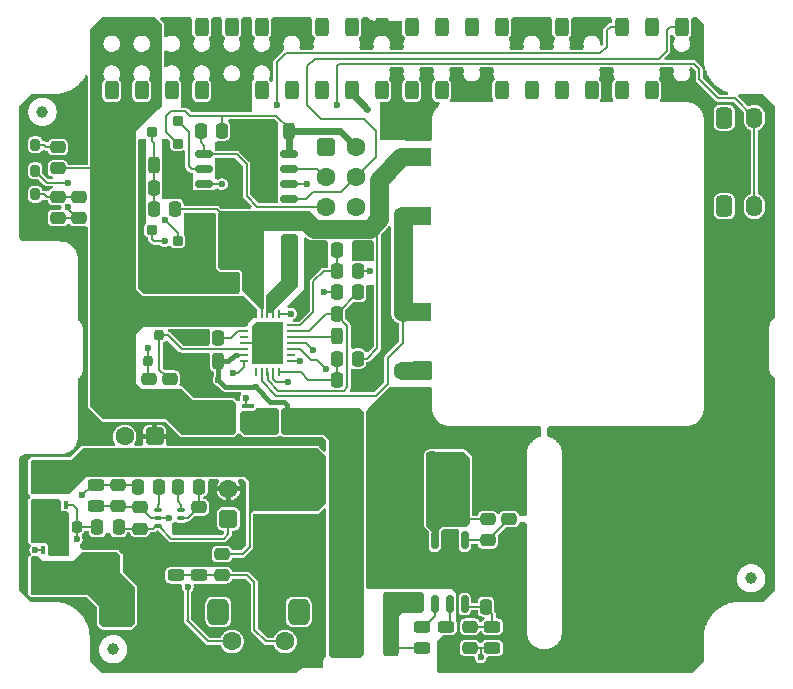
<source format=gtl>
G04*
G04 #@! TF.GenerationSoftware,Altium Limited,Altium Designer,19.1.8 (144)*
G04*
G04 Layer_Physical_Order=1*
G04 Layer_Color=25308*
%FSLAX25Y25*%
%MOIN*%
G70*
G01*
G75*
%ADD10C,0.00787*%
%ADD13C,0.01575*%
%ADD25R,0.12205X0.09449*%
%ADD56C,0.02362*%
G04:AMPARAMS|DCode=57|XSize=55.12mil|YSize=39.37mil|CornerRadius=9.84mil|HoleSize=0mil|Usage=FLASHONLY|Rotation=0.000|XOffset=0mil|YOffset=0mil|HoleType=Round|Shape=RoundedRectangle|*
%AMROUNDEDRECTD57*
21,1,0.05512,0.01968,0,0,0.0*
21,1,0.03543,0.03937,0,0,0.0*
1,1,0.01968,0.01772,-0.00984*
1,1,0.01968,-0.01772,-0.00984*
1,1,0.01968,-0.01772,0.00984*
1,1,0.01968,0.01772,0.00984*
%
%ADD57ROUNDEDRECTD57*%
G04:AMPARAMS|DCode=58|XSize=31.5mil|YSize=39.37mil|CornerRadius=7.87mil|HoleSize=0mil|Usage=FLASHONLY|Rotation=180.000|XOffset=0mil|YOffset=0mil|HoleType=Round|Shape=RoundedRectangle|*
%AMROUNDEDRECTD58*
21,1,0.03150,0.02362,0,0,180.0*
21,1,0.01575,0.03937,0,0,180.0*
1,1,0.01575,-0.00787,0.01181*
1,1,0.01575,0.00787,0.01181*
1,1,0.01575,0.00787,-0.01181*
1,1,0.01575,-0.00787,-0.01181*
%
%ADD58ROUNDEDRECTD58*%
G04:AMPARAMS|DCode=59|XSize=51.18mil|YSize=39.37mil|CornerRadius=9.84mil|HoleSize=0mil|Usage=FLASHONLY|Rotation=0.000|XOffset=0mil|YOffset=0mil|HoleType=Round|Shape=RoundedRectangle|*
%AMROUNDEDRECTD59*
21,1,0.05118,0.01968,0,0,0.0*
21,1,0.03150,0.03937,0,0,0.0*
1,1,0.01968,0.01575,-0.00984*
1,1,0.01968,-0.01575,-0.00984*
1,1,0.01968,-0.01575,0.00984*
1,1,0.01968,0.01575,0.00984*
%
%ADD59ROUNDEDRECTD59*%
G04:AMPARAMS|DCode=60|XSize=51.18mil|YSize=39.37mil|CornerRadius=9.84mil|HoleSize=0mil|Usage=FLASHONLY|Rotation=270.000|XOffset=0mil|YOffset=0mil|HoleType=Round|Shape=RoundedRectangle|*
%AMROUNDEDRECTD60*
21,1,0.05118,0.01968,0,0,270.0*
21,1,0.03150,0.03937,0,0,270.0*
1,1,0.01968,-0.00984,-0.01575*
1,1,0.01968,-0.00984,0.01575*
1,1,0.01968,0.00984,0.01575*
1,1,0.01968,0.00984,-0.01575*
%
%ADD60ROUNDEDRECTD60*%
G04:AMPARAMS|DCode=61|XSize=55.12mil|YSize=39.37mil|CornerRadius=9.84mil|HoleSize=0mil|Usage=FLASHONLY|Rotation=270.000|XOffset=0mil|YOffset=0mil|HoleType=Round|Shape=RoundedRectangle|*
%AMROUNDEDRECTD61*
21,1,0.05512,0.01968,0,0,270.0*
21,1,0.03543,0.03937,0,0,270.0*
1,1,0.01968,-0.00984,-0.01772*
1,1,0.01968,-0.00984,0.01772*
1,1,0.01968,0.00984,0.01772*
1,1,0.01968,0.00984,-0.01772*
%
%ADD61ROUNDEDRECTD61*%
G04:AMPARAMS|DCode=62|XSize=31.5mil|YSize=35.43mil|CornerRadius=7.87mil|HoleSize=0mil|Usage=FLASHONLY|Rotation=90.000|XOffset=0mil|YOffset=0mil|HoleType=Round|Shape=RoundedRectangle|*
%AMROUNDEDRECTD62*
21,1,0.03150,0.01968,0,0,90.0*
21,1,0.01575,0.03543,0,0,90.0*
1,1,0.01575,0.00984,0.00787*
1,1,0.01575,0.00984,-0.00787*
1,1,0.01575,-0.00984,-0.00787*
1,1,0.01575,-0.00984,0.00787*
%
%ADD62ROUNDEDRECTD62*%
G04:AMPARAMS|DCode=63|XSize=23.62mil|YSize=59.06mil|CornerRadius=5.91mil|HoleSize=0mil|Usage=FLASHONLY|Rotation=90.000|XOffset=0mil|YOffset=0mil|HoleType=Round|Shape=RoundedRectangle|*
%AMROUNDEDRECTD63*
21,1,0.02362,0.04724,0,0,90.0*
21,1,0.01181,0.05906,0,0,90.0*
1,1,0.01181,0.02362,0.00591*
1,1,0.01181,0.02362,-0.00591*
1,1,0.01181,-0.02362,-0.00591*
1,1,0.01181,-0.02362,0.00591*
%
%ADD63ROUNDEDRECTD63*%
%ADD64R,0.05906X0.10236*%
%ADD65O,0.00984X0.02953*%
%ADD66O,0.02953X0.00984*%
G04:AMPARAMS|DCode=67|XSize=23.62mil|YSize=59.06mil|CornerRadius=5.91mil|HoleSize=0mil|Usage=FLASHONLY|Rotation=180.000|XOffset=0mil|YOffset=0mil|HoleType=Round|Shape=RoundedRectangle|*
%AMROUNDEDRECTD67*
21,1,0.02362,0.04724,0,0,180.0*
21,1,0.01181,0.05906,0,0,180.0*
1,1,0.01181,-0.00591,0.02362*
1,1,0.01181,0.00591,0.02362*
1,1,0.01181,0.00591,-0.02362*
1,1,0.01181,-0.00591,-0.02362*
%
%ADD67ROUNDEDRECTD67*%
G04:AMPARAMS|DCode=68|XSize=15.75mil|YSize=39.37mil|CornerRadius=3.94mil|HoleSize=0mil|Usage=FLASHONLY|Rotation=270.000|XOffset=0mil|YOffset=0mil|HoleType=Round|Shape=RoundedRectangle|*
%AMROUNDEDRECTD68*
21,1,0.01575,0.03150,0,0,270.0*
21,1,0.00787,0.03937,0,0,270.0*
1,1,0.00787,-0.01575,-0.00394*
1,1,0.00787,-0.01575,0.00394*
1,1,0.00787,0.01575,0.00394*
1,1,0.00787,0.01575,-0.00394*
%
%ADD68ROUNDEDRECTD68*%
G04:AMPARAMS|DCode=69|XSize=15.75mil|YSize=35.43mil|CornerRadius=3.94mil|HoleSize=0mil|Usage=FLASHONLY|Rotation=90.000|XOffset=0mil|YOffset=0mil|HoleType=Round|Shape=RoundedRectangle|*
%AMROUNDEDRECTD69*
21,1,0.01575,0.02756,0,0,90.0*
21,1,0.00787,0.03543,0,0,90.0*
1,1,0.00787,0.01378,0.00394*
1,1,0.00787,0.01378,-0.00394*
1,1,0.00787,-0.01378,-0.00394*
1,1,0.00787,-0.01378,0.00394*
%
%ADD69ROUNDEDRECTD69*%
G04:AMPARAMS|DCode=70|XSize=86.61mil|YSize=68.9mil|CornerRadius=3.45mil|HoleSize=0mil|Usage=FLASHONLY|Rotation=90.000|XOffset=0mil|YOffset=0mil|HoleType=Round|Shape=RoundedRectangle|*
%AMROUNDEDRECTD70*
21,1,0.08661,0.06201,0,0,90.0*
21,1,0.07972,0.06890,0,0,90.0*
1,1,0.00689,0.03100,0.03986*
1,1,0.00689,0.03100,-0.03986*
1,1,0.00689,-0.03100,-0.03986*
1,1,0.00689,-0.03100,0.03986*
%
%ADD70ROUNDEDRECTD70*%
G04:AMPARAMS|DCode=71|XSize=15.75mil|YSize=23.62mil|CornerRadius=3.94mil|HoleSize=0mil|Usage=FLASHONLY|Rotation=270.000|XOffset=0mil|YOffset=0mil|HoleType=Round|Shape=RoundedRectangle|*
%AMROUNDEDRECTD71*
21,1,0.01575,0.01575,0,0,270.0*
21,1,0.00787,0.02362,0,0,270.0*
1,1,0.00787,-0.00787,-0.00394*
1,1,0.00787,-0.00787,0.00394*
1,1,0.00787,0.00787,0.00394*
1,1,0.00787,0.00787,-0.00394*
%
%ADD71ROUNDEDRECTD71*%
G04:AMPARAMS|DCode=72|XSize=35.43mil|YSize=37.4mil|CornerRadius=8.86mil|HoleSize=0mil|Usage=FLASHONLY|Rotation=0.000|XOffset=0mil|YOffset=0mil|HoleType=Round|Shape=RoundedRectangle|*
%AMROUNDEDRECTD72*
21,1,0.03543,0.01968,0,0,0.0*
21,1,0.01772,0.03740,0,0,0.0*
1,1,0.01772,0.00886,-0.00984*
1,1,0.01772,-0.00886,-0.00984*
1,1,0.01772,-0.00886,0.00984*
1,1,0.01772,0.00886,0.00984*
%
%ADD72ROUNDEDRECTD72*%
G04:AMPARAMS|DCode=73|XSize=94.49mil|YSize=66.93mil|CornerRadius=3.35mil|HoleSize=0mil|Usage=FLASHONLY|Rotation=0.000|XOffset=0mil|YOffset=0mil|HoleType=Round|Shape=RoundedRectangle|*
%AMROUNDEDRECTD73*
21,1,0.09449,0.06024,0,0,0.0*
21,1,0.08780,0.06693,0,0,0.0*
1,1,0.00669,0.04390,-0.03012*
1,1,0.00669,-0.04390,-0.03012*
1,1,0.00669,-0.04390,0.03012*
1,1,0.00669,0.04390,0.03012*
%
%ADD73ROUNDEDRECTD73*%
G04:AMPARAMS|DCode=74|XSize=15.75mil|YSize=27.56mil|CornerRadius=3.94mil|HoleSize=0mil|Usage=FLASHONLY|Rotation=0.000|XOffset=0mil|YOffset=0mil|HoleType=Round|Shape=RoundedRectangle|*
%AMROUNDEDRECTD74*
21,1,0.01575,0.01968,0,0,0.0*
21,1,0.00787,0.02756,0,0,0.0*
1,1,0.00787,0.00394,-0.00984*
1,1,0.00787,-0.00394,-0.00984*
1,1,0.00787,-0.00394,0.00984*
1,1,0.00787,0.00394,0.00984*
%
%ADD74ROUNDEDRECTD74*%
G04:AMPARAMS|DCode=75|XSize=66.93mil|YSize=70.87mil|CornerRadius=16.73mil|HoleSize=0mil|Usage=FLASHONLY|Rotation=270.000|XOffset=0mil|YOffset=0mil|HoleType=Round|Shape=RoundedRectangle|*
%AMROUNDEDRECTD75*
21,1,0.06693,0.03740,0,0,270.0*
21,1,0.03347,0.07087,0,0,270.0*
1,1,0.03346,-0.01870,-0.01673*
1,1,0.03346,-0.01870,0.01673*
1,1,0.03346,0.01870,0.01673*
1,1,0.03346,0.01870,-0.01673*
%
%ADD75ROUNDEDRECTD75*%
G04:AMPARAMS|DCode=76|XSize=110.24mil|YSize=39.37mil|CornerRadius=9.84mil|HoleSize=0mil|Usage=FLASHONLY|Rotation=0.000|XOffset=0mil|YOffset=0mil|HoleType=Round|Shape=RoundedRectangle|*
%AMROUNDEDRECTD76*
21,1,0.11024,0.01968,0,0,0.0*
21,1,0.09055,0.03937,0,0,0.0*
1,1,0.01968,0.04528,-0.00984*
1,1,0.01968,-0.04528,-0.00984*
1,1,0.01968,-0.04528,0.00984*
1,1,0.01968,0.04528,0.00984*
%
%ADD76ROUNDEDRECTD76*%
G04:AMPARAMS|DCode=77|XSize=110.24mil|YSize=39.37mil|CornerRadius=9.84mil|HoleSize=0mil|Usage=FLASHONLY|Rotation=270.000|XOffset=0mil|YOffset=0mil|HoleType=Round|Shape=RoundedRectangle|*
%AMROUNDEDRECTD77*
21,1,0.11024,0.01968,0,0,270.0*
21,1,0.09055,0.03937,0,0,270.0*
1,1,0.01968,-0.00984,-0.04528*
1,1,0.01968,-0.00984,0.04528*
1,1,0.01968,0.00984,0.04528*
1,1,0.01968,0.00984,-0.04528*
%
%ADD77ROUNDEDRECTD77*%
G04:AMPARAMS|DCode=78|XSize=70.87mil|YSize=39.37mil|CornerRadius=9.84mil|HoleSize=0mil|Usage=FLASHONLY|Rotation=90.000|XOffset=0mil|YOffset=0mil|HoleType=Round|Shape=RoundedRectangle|*
%AMROUNDEDRECTD78*
21,1,0.07087,0.01968,0,0,90.0*
21,1,0.05118,0.03937,0,0,90.0*
1,1,0.01968,0.00984,0.02559*
1,1,0.01968,0.00984,-0.02559*
1,1,0.01968,-0.00984,-0.02559*
1,1,0.01968,-0.00984,0.02559*
%
%ADD78ROUNDEDRECTD78*%
G04:AMPARAMS|DCode=79|XSize=55.12mil|YSize=216.54mil|CornerRadius=13.78mil|HoleSize=0mil|Usage=FLASHONLY|Rotation=180.000|XOffset=0mil|YOffset=0mil|HoleType=Round|Shape=RoundedRectangle|*
%AMROUNDEDRECTD79*
21,1,0.05512,0.18898,0,0,180.0*
21,1,0.02756,0.21654,0,0,180.0*
1,1,0.02756,-0.01378,0.09449*
1,1,0.02756,0.01378,0.09449*
1,1,0.02756,0.01378,-0.09449*
1,1,0.02756,-0.01378,-0.09449*
%
%ADD79ROUNDEDRECTD79*%
G04:AMPARAMS|DCode=80|XSize=62.99mil|YSize=137.8mil|CornerRadius=15.75mil|HoleSize=0mil|Usage=FLASHONLY|Rotation=0.000|XOffset=0mil|YOffset=0mil|HoleType=Round|Shape=RoundedRectangle|*
%AMROUNDEDRECTD80*
21,1,0.06299,0.10630,0,0,0.0*
21,1,0.03150,0.13780,0,0,0.0*
1,1,0.03150,0.01575,-0.05315*
1,1,0.03150,-0.01575,-0.05315*
1,1,0.03150,-0.01575,0.05315*
1,1,0.03150,0.01575,0.05315*
%
%ADD80ROUNDEDRECTD80*%
G04:AMPARAMS|DCode=81|XSize=62.99mil|YSize=47.24mil|CornerRadius=11.81mil|HoleSize=0mil|Usage=FLASHONLY|Rotation=90.000|XOffset=0mil|YOffset=0mil|HoleType=Round|Shape=RoundedRectangle|*
%AMROUNDEDRECTD81*
21,1,0.06299,0.02362,0,0,90.0*
21,1,0.03937,0.04724,0,0,90.0*
1,1,0.02362,0.01181,0.01968*
1,1,0.02362,0.01181,-0.01968*
1,1,0.02362,-0.01181,-0.01968*
1,1,0.02362,-0.01181,0.01968*
%
%ADD81ROUNDEDRECTD81*%
G04:AMPARAMS|DCode=82|XSize=31.5mil|YSize=35.43mil|CornerRadius=7.87mil|HoleSize=0mil|Usage=FLASHONLY|Rotation=180.000|XOffset=0mil|YOffset=0mil|HoleType=Round|Shape=RoundedRectangle|*
%AMROUNDEDRECTD82*
21,1,0.03150,0.01968,0,0,180.0*
21,1,0.01575,0.03543,0,0,180.0*
1,1,0.01575,-0.00787,0.00984*
1,1,0.01575,0.00787,0.00984*
1,1,0.01575,0.00787,-0.00984*
1,1,0.01575,-0.00787,-0.00984*
%
%ADD82ROUNDEDRECTD82*%
G04:AMPARAMS|DCode=83|XSize=47.24mil|YSize=185.04mil|CornerRadius=11.81mil|HoleSize=0mil|Usage=FLASHONLY|Rotation=180.000|XOffset=0mil|YOffset=0mil|HoleType=Round|Shape=RoundedRectangle|*
%AMROUNDEDRECTD83*
21,1,0.04724,0.16142,0,0,180.0*
21,1,0.02362,0.18504,0,0,180.0*
1,1,0.02362,-0.01181,0.08071*
1,1,0.02362,0.01181,0.08071*
1,1,0.02362,0.01181,-0.08071*
1,1,0.02362,-0.01181,-0.08071*
%
%ADD83ROUNDEDRECTD83*%
G04:AMPARAMS|DCode=84|XSize=82.68mil|YSize=31.5mil|CornerRadius=7.87mil|HoleSize=0mil|Usage=FLASHONLY|Rotation=270.000|XOffset=0mil|YOffset=0mil|HoleType=Round|Shape=RoundedRectangle|*
%AMROUNDEDRECTD84*
21,1,0.08268,0.01575,0,0,270.0*
21,1,0.06693,0.03150,0,0,270.0*
1,1,0.01575,-0.00787,-0.03347*
1,1,0.01575,-0.00787,0.03347*
1,1,0.01575,0.00787,0.03347*
1,1,0.01575,0.00787,-0.03347*
%
%ADD84ROUNDEDRECTD84*%
%ADD85C,0.03937*%
%ADD86C,0.02362*%
%ADD87C,0.06299*%
%ADD88C,0.01968*%
%ADD89R,0.09843X0.11417*%
%ADD90R,0.09252X0.06299*%
%ADD91C,0.06299*%
G04:AMPARAMS|DCode=92|XSize=62.99mil|YSize=62.99mil|CornerRadius=15.75mil|HoleSize=0mil|Usage=FLASHONLY|Rotation=0.000|XOffset=0mil|YOffset=0mil|HoleType=Round|Shape=RoundedRectangle|*
%AMROUNDEDRECTD92*
21,1,0.06299,0.03150,0,0,0.0*
21,1,0.03150,0.06299,0,0,0.0*
1,1,0.03150,0.01575,-0.01575*
1,1,0.03150,-0.01575,-0.01575*
1,1,0.03150,-0.01575,0.01575*
1,1,0.03150,0.01575,0.01575*
%
%ADD92ROUNDEDRECTD92*%
G04:AMPARAMS|DCode=93|XSize=70.87mil|YSize=86.61mil|CornerRadius=17.72mil|HoleSize=0mil|Usage=FLASHONLY|Rotation=180.000|XOffset=0mil|YOffset=0mil|HoleType=Round|Shape=RoundedRectangle|*
%AMROUNDEDRECTD93*
21,1,0.07087,0.05118,0,0,180.0*
21,1,0.03543,0.08661,0,0,180.0*
1,1,0.03543,-0.01772,0.02559*
1,1,0.03543,0.01772,0.02559*
1,1,0.03543,0.01772,-0.02559*
1,1,0.03543,-0.01772,-0.02559*
%
%ADD93ROUNDEDRECTD93*%
G04:AMPARAMS|DCode=94|XSize=55.12mil|YSize=70.87mil|CornerRadius=13.78mil|HoleSize=0mil|Usage=FLASHONLY|Rotation=0.000|XOffset=0mil|YOffset=0mil|HoleType=Round|Shape=RoundedRectangle|*
%AMROUNDEDRECTD94*
21,1,0.05512,0.04331,0,0,0.0*
21,1,0.02756,0.07087,0,0,0.0*
1,1,0.02756,0.01378,-0.02165*
1,1,0.02756,-0.01378,-0.02165*
1,1,0.02756,-0.01378,0.02165*
1,1,0.02756,0.01378,0.02165*
%
%ADD94ROUNDEDRECTD94*%
%ADD95O,0.05512X0.07087*%
%ADD96O,0.07874X0.09449*%
G04:AMPARAMS|DCode=97|XSize=78.74mil|YSize=94.49mil|CornerRadius=19.68mil|HoleSize=0mil|Usage=FLASHONLY|Rotation=0.000|XOffset=0mil|YOffset=0mil|HoleType=Round|Shape=RoundedRectangle|*
%AMROUNDEDRECTD97*
21,1,0.07874,0.05512,0,0,0.0*
21,1,0.03937,0.09449,0,0,0.0*
1,1,0.03937,0.01968,-0.02756*
1,1,0.03937,-0.01968,-0.02756*
1,1,0.03937,-0.01968,0.02756*
1,1,0.03937,0.01968,0.02756*
%
%ADD97ROUNDEDRECTD97*%
G36*
X199488Y220262D02*
X199802Y219800D01*
X199835Y219647D01*
X199812Y219512D01*
X199800Y219291D01*
Y218508D01*
X199213D01*
X199027Y218493D01*
X198846Y218450D01*
X198675Y218378D01*
X198516Y218281D01*
X198375Y218161D01*
X197115Y216901D01*
X196994Y216759D01*
X196897Y216601D01*
X196826Y216429D01*
X196783Y216248D01*
X196768Y216063D01*
Y211482D01*
X196201Y210990D01*
X195699Y211422D01*
X195712Y211693D01*
X195699Y211963D01*
X195659Y212231D01*
X195593Y212494D01*
X195502Y212749D01*
X195386Y212994D01*
X195247Y213226D01*
X195086Y213443D01*
X194904Y213644D01*
X194703Y213826D01*
X194486Y213987D01*
X194253Y214126D01*
X194009Y214242D01*
X193754Y214333D01*
X193491Y214399D01*
X193223Y214439D01*
X192953Y214452D01*
X192682Y214439D01*
X192414Y214399D01*
X192152Y214333D01*
X191897Y214242D01*
X191652Y214126D01*
X191420Y213987D01*
X191202Y213826D01*
X191002Y213644D01*
X190820Y213443D01*
X190658Y213226D01*
X190519Y212994D01*
X190403Y212749D01*
X190312Y212494D01*
X190246Y212231D01*
X190207Y211963D01*
X190193Y211693D01*
X190207Y211422D01*
X190246Y211155D01*
X190312Y210892D01*
X190403Y210637D01*
X190519Y210392D01*
X190182Y209755D01*
X190057Y209649D01*
X185848D01*
X185723Y209755D01*
X185386Y210392D01*
X185502Y210637D01*
X185593Y210892D01*
X185659Y211155D01*
X185699Y211422D01*
X185712Y211693D01*
X185699Y211963D01*
X185659Y212231D01*
X185593Y212494D01*
X185502Y212749D01*
X185386Y212993D01*
X185275Y213370D01*
X185351Y213754D01*
X185528Y213960D01*
X185675Y214125D01*
X185803Y214305D01*
X185910Y214499D01*
X185995Y214703D01*
X186056Y214916D01*
X186093Y215134D01*
X186105Y215354D01*
Y219291D01*
X186093Y219512D01*
X186070Y219647D01*
X186103Y219800D01*
X186417Y220262D01*
X186643Y220434D01*
X199262D01*
X199488Y220262D01*
D02*
G37*
G36*
X179488D02*
X179802Y219800D01*
X179835Y219647D01*
X179812Y219512D01*
X179800Y219291D01*
Y215354D01*
X179812Y215134D01*
X179849Y214916D01*
X179911Y214703D01*
X179995Y214499D01*
X180102Y214305D01*
X180230Y214125D01*
X180377Y213960D01*
X180554Y213754D01*
X180630Y213370D01*
X180519Y212993D01*
X180403Y212749D01*
X180312Y212494D01*
X180246Y212231D01*
X180207Y211963D01*
X180193Y211693D01*
X180207Y211422D01*
X180246Y211155D01*
X180312Y210892D01*
X180403Y210637D01*
X180519Y210392D01*
X180182Y209755D01*
X180057Y209649D01*
X175848D01*
X175723Y209755D01*
X175386Y210392D01*
X175502Y210637D01*
X175593Y210892D01*
X175659Y211155D01*
X175699Y211422D01*
X175712Y211693D01*
X175699Y211963D01*
X175659Y212231D01*
X175593Y212494D01*
X175502Y212749D01*
X175386Y212994D01*
X175247Y213226D01*
X175085Y213443D01*
X174904Y213644D01*
X174703Y213826D01*
X174486Y213987D01*
X174253Y214126D01*
X174009Y214242D01*
X173754Y214333D01*
X173491Y214399D01*
X173223Y214439D01*
X172953Y214452D01*
X172682Y214439D01*
X172414Y214399D01*
X172152Y214333D01*
X171897Y214242D01*
X171652Y214126D01*
X171420Y213987D01*
X171202Y213826D01*
X171002Y213644D01*
X170820Y213443D01*
X170658Y213226D01*
X170519Y212994D01*
X170403Y212749D01*
X170312Y212494D01*
X170246Y212231D01*
X170207Y211963D01*
X170193Y211693D01*
X170207Y211422D01*
X170246Y211155D01*
X170312Y210892D01*
X170403Y210637D01*
X170519Y210392D01*
X170182Y209755D01*
X170057Y209649D01*
X165849D01*
X165723Y209755D01*
X165386Y210392D01*
X165502Y210637D01*
X165593Y210892D01*
X165659Y211155D01*
X165699Y211422D01*
X165712Y211693D01*
X165699Y211963D01*
X165659Y212231D01*
X165593Y212494D01*
X165502Y212749D01*
X165386Y212993D01*
X165275Y213370D01*
X165351Y213754D01*
X165528Y213960D01*
X165675Y214125D01*
X165803Y214305D01*
X165910Y214499D01*
X165995Y214703D01*
X166056Y214916D01*
X166093Y215134D01*
X166105Y215354D01*
Y219291D01*
X166093Y219512D01*
X166070Y219647D01*
X166103Y219800D01*
X166417Y220262D01*
X166643Y220434D01*
X179262D01*
X179488Y220262D01*
D02*
G37*
G36*
X118636Y220211D02*
X118866Y220003D01*
X119114Y219819D01*
X119380Y219660D01*
X119659Y219528D01*
X119951Y219423D01*
X120251Y219348D01*
X120252Y219348D01*
X120557Y219303D01*
X120866Y219287D01*
Y219288D01*
X129800D01*
Y215354D01*
X129812Y215134D01*
X129849Y214916D01*
X129911Y214703D01*
X129995Y214499D01*
X130102Y214305D01*
X130230Y214125D01*
X130377Y213960D01*
X130554Y213754D01*
X130630Y213370D01*
X130519Y212993D01*
X130403Y212749D01*
X130312Y212494D01*
X130246Y212231D01*
X130207Y211963D01*
X130193Y211693D01*
X130207Y211422D01*
X130246Y211155D01*
X130312Y210892D01*
X130403Y210637D01*
X130519Y210392D01*
X130182Y209755D01*
X130057Y209649D01*
X125848D01*
X125723Y209755D01*
X125386Y210392D01*
X125502Y210637D01*
X125593Y210892D01*
X125659Y211155D01*
X125699Y211422D01*
X125712Y211693D01*
X125699Y211963D01*
X125659Y212231D01*
X125593Y212494D01*
X125502Y212749D01*
X125386Y212994D01*
X125247Y213226D01*
X125085Y213443D01*
X124904Y213644D01*
X124703Y213826D01*
X124486Y213987D01*
X124253Y214126D01*
X124009Y214242D01*
X123754Y214333D01*
X123491Y214399D01*
X123223Y214439D01*
X122953Y214452D01*
X122682Y214439D01*
X122414Y214399D01*
X122152Y214333D01*
X121897Y214242D01*
X121652Y214126D01*
X121420Y213987D01*
X121202Y213826D01*
X121002Y213644D01*
X120820Y213443D01*
X120658Y213226D01*
X120519Y212994D01*
X120403Y212749D01*
X120312Y212494D01*
X120246Y212231D01*
X120207Y211963D01*
X120193Y211693D01*
X120207Y211422D01*
X120246Y211155D01*
X120312Y210892D01*
X120403Y210637D01*
X120519Y210392D01*
X120182Y209755D01*
X120057Y209649D01*
X115849D01*
X115723Y209755D01*
X115386Y210392D01*
X115502Y210637D01*
X115593Y210892D01*
X115659Y211155D01*
X115699Y211422D01*
X115712Y211693D01*
X115699Y211963D01*
X115659Y212231D01*
X115593Y212494D01*
X115502Y212749D01*
X115386Y212993D01*
X115275Y213370D01*
X115351Y213754D01*
X115528Y213960D01*
X115675Y214125D01*
X115803Y214305D01*
X115910Y214499D01*
X115995Y214703D01*
X116056Y214916D01*
X116093Y215134D01*
X116105Y215354D01*
Y219291D01*
X116093Y219512D01*
X116070Y219647D01*
X116103Y219800D01*
X116417Y220262D01*
X116643Y220434D01*
X118434D01*
X118636Y220211D01*
D02*
G37*
G36*
X230311Y218013D02*
Y206693D01*
X230311Y206691D01*
X230326Y206113D01*
X230368Y205535D01*
X230439Y204959D01*
X230538Y204388D01*
X230665Y203822D01*
X230820Y203263D01*
X231002Y202713D01*
X231211Y202172D01*
X231446Y201642D01*
X231706Y201124D01*
X231992Y200619D01*
X232302Y200129D01*
X232636Y199655D01*
X232993Y199198D01*
X233372Y198759D01*
X233772Y198339D01*
X234192Y197939D01*
X234631Y197560D01*
X235088Y197203D01*
X235562Y196870D01*
X236052Y196559D01*
X236557Y196273D01*
X237075Y196013D01*
X237605Y195778D01*
X238146Y195569D01*
X238427Y195476D01*
X238300Y194689D01*
X235530D01*
X229925Y200294D01*
Y203150D01*
X229910Y203335D01*
X229867Y203516D01*
X229796Y203688D01*
X229699Y203846D01*
X229578Y203987D01*
X227806Y205759D01*
X227665Y205880D01*
X227506Y205977D01*
X227335Y206048D01*
X227154Y206091D01*
X226969Y206106D01*
X217472D01*
X217170Y206834D01*
X218791Y208454D01*
X218911Y208595D01*
X219008Y208753D01*
X219079Y208925D01*
X219123Y209106D01*
X219138Y209291D01*
Y214542D01*
X219911Y214703D01*
X219995Y214499D01*
X220102Y214305D01*
X220230Y214125D01*
X220377Y213960D01*
X220554Y213754D01*
X220630Y213370D01*
X220519Y212993D01*
X220403Y212749D01*
X220312Y212494D01*
X220246Y212231D01*
X220207Y211963D01*
X220193Y211693D01*
X220207Y211422D01*
X220246Y211155D01*
X220312Y210892D01*
X220403Y210637D01*
X220519Y210392D01*
X220658Y210160D01*
X220820Y209942D01*
X221002Y209742D01*
X221202Y209560D01*
X221420Y209399D01*
X221652Y209259D01*
X221897Y209144D01*
X222152Y209052D01*
X222414Y208987D01*
X222682Y208947D01*
X222953Y208934D01*
X223223Y208947D01*
X223491Y208987D01*
X223754Y209052D01*
X224008Y209144D01*
X224253Y209259D01*
X224486Y209399D01*
X224703Y209560D01*
X224904Y209742D01*
X225085Y209942D01*
X225247Y210160D01*
X225386Y210392D01*
X225502Y210637D01*
X225593Y210892D01*
X225659Y211155D01*
X225698Y211422D01*
X225712Y211693D01*
X225698Y211963D01*
X225659Y212231D01*
X225593Y212494D01*
X225502Y212749D01*
X225386Y212993D01*
X225275Y213370D01*
X225351Y213754D01*
X225528Y213960D01*
X225675Y214125D01*
X225803Y214305D01*
X225910Y214499D01*
X225995Y214703D01*
X226056Y214916D01*
X226093Y215134D01*
X226105Y215354D01*
Y219291D01*
X226093Y219512D01*
X226070Y219647D01*
X226103Y219800D01*
X226417Y220262D01*
X226643Y220434D01*
X227891D01*
X230311Y218013D01*
D02*
G37*
G36*
X99488Y220262D02*
X99802Y219800D01*
X99835Y219647D01*
X99812Y219512D01*
X99800Y219291D01*
Y215354D01*
X99812Y215134D01*
X99849Y214916D01*
X99911Y214703D01*
X99995Y214499D01*
X100102Y214305D01*
X100230Y214125D01*
X100377Y213960D01*
X100554Y213754D01*
X100630Y213370D01*
X100519Y212993D01*
X100403Y212749D01*
X100312Y212494D01*
X100246Y212231D01*
X100207Y211963D01*
X100193Y211693D01*
X100207Y211422D01*
X100246Y211155D01*
X100312Y210892D01*
X100403Y210637D01*
X100519Y210392D01*
X100182Y209755D01*
X100057Y209649D01*
X95849D01*
X95723Y209755D01*
X95386Y210392D01*
X95502Y210637D01*
X95593Y210892D01*
X95659Y211155D01*
X95699Y211422D01*
X95712Y211693D01*
X95699Y211963D01*
X95659Y212231D01*
X95593Y212494D01*
X95502Y212749D01*
X95386Y212994D01*
X95247Y213226D01*
X95086Y213443D01*
X94904Y213644D01*
X94703Y213826D01*
X94486Y213987D01*
X94253Y214126D01*
X94008Y214242D01*
X93754Y214333D01*
X93491Y214399D01*
X93223Y214439D01*
X92953Y214452D01*
X92682Y214439D01*
X92414Y214399D01*
X92152Y214333D01*
X91897Y214242D01*
X91652Y214126D01*
X91420Y213987D01*
X91202Y213826D01*
X91002Y213644D01*
X90820Y213443D01*
X90658Y213226D01*
X90519Y212994D01*
X90403Y212749D01*
X90312Y212494D01*
X90246Y212231D01*
X90207Y211963D01*
X90193Y211693D01*
X90207Y211422D01*
X90246Y211155D01*
X90312Y210892D01*
X90403Y210637D01*
X90519Y210392D01*
X90525Y210357D01*
X90523Y210107D01*
X90507Y210024D01*
X90428Y209779D01*
X90229Y209450D01*
X90225Y209446D01*
X90187Y209423D01*
X90045Y209302D01*
X87036Y206293D01*
X86915Y206152D01*
X86818Y205993D01*
X86747Y205821D01*
X86704Y205641D01*
X86689Y205455D01*
Y199063D01*
X85910Y198887D01*
X85803Y199080D01*
X85675Y199261D01*
X85528Y199426D01*
X85351Y199632D01*
X85275Y200016D01*
X85386Y200392D01*
X85502Y200637D01*
X85593Y200892D01*
X85659Y201154D01*
X85699Y201422D01*
X85712Y201693D01*
X85699Y201963D01*
X85659Y202231D01*
X85593Y202494D01*
X85502Y202749D01*
X85386Y202993D01*
X85247Y203226D01*
X85085Y203443D01*
X84904Y203644D01*
X84703Y203826D01*
X84486Y203987D01*
X84253Y204126D01*
X84009Y204242D01*
X83754Y204333D01*
X83491Y204399D01*
X83223Y204439D01*
X82953Y204452D01*
X82682Y204439D01*
X82414Y204399D01*
X82152Y204333D01*
X81897Y204242D01*
X81652Y204126D01*
X81420Y203987D01*
X81202Y203826D01*
X81002Y203644D01*
X80820Y203443D01*
X80658Y203226D01*
X80519Y202993D01*
X80403Y202749D01*
X80312Y202494D01*
X80246Y202231D01*
X80207Y201963D01*
X80193Y201693D01*
X80207Y201422D01*
X80246Y201154D01*
X80312Y200892D01*
X80403Y200637D01*
X80519Y200392D01*
X80526Y200369D01*
X80532Y200218D01*
X80504Y200075D01*
X80348Y199647D01*
X80314Y199590D01*
X80201Y199465D01*
X80128Y199421D01*
X80010Y199320D01*
X79910Y199202D01*
X79829Y199070D01*
X79770Y198927D01*
X79734Y198776D01*
X79721Y198622D01*
Y188783D01*
X59546D01*
X58318Y190011D01*
X58177Y190132D01*
X58018Y190229D01*
X57846Y190300D01*
X57666Y190343D01*
X57480Y190358D01*
X56105D01*
Y196653D01*
X56105Y196655D01*
Y198031D01*
X56093Y198252D01*
X56056Y198470D01*
X55995Y198683D01*
X55910Y198887D01*
X55803Y199080D01*
X55675Y199261D01*
X55528Y199426D01*
X55351Y199632D01*
X55275Y200016D01*
X55386Y200392D01*
X55502Y200637D01*
X55593Y200892D01*
X55659Y201154D01*
X55699Y201422D01*
X55712Y201693D01*
X55699Y201963D01*
X55659Y202231D01*
X55593Y202494D01*
X55502Y202749D01*
X55386Y202993D01*
X55247Y203226D01*
X55085Y203443D01*
X54904Y203644D01*
X54703Y203826D01*
X54486Y203987D01*
X54253Y204126D01*
X54009Y204242D01*
X53754Y204333D01*
X53491Y204399D01*
X53223Y204439D01*
X52953Y204452D01*
X52682Y204439D01*
X52414Y204399D01*
X52152Y204333D01*
X51897Y204242D01*
X51652Y204126D01*
X51420Y203987D01*
X51202Y203826D01*
X51187Y203812D01*
X50555Y204022D01*
X50400Y204152D01*
X50400Y206811D01*
Y209233D01*
X50555Y209364D01*
X51187Y209574D01*
X51202Y209560D01*
X51420Y209399D01*
X51652Y209259D01*
X51897Y209144D01*
X52152Y209052D01*
X52414Y208987D01*
X52682Y208947D01*
X52953Y208934D01*
X53223Y208947D01*
X53491Y208987D01*
X53754Y209052D01*
X54009Y209144D01*
X54253Y209259D01*
X54486Y209399D01*
X54703Y209560D01*
X54904Y209742D01*
X55085Y209942D01*
X55247Y210160D01*
X55386Y210392D01*
X55502Y210637D01*
X55593Y210892D01*
X55659Y211155D01*
X55699Y211422D01*
X55712Y211693D01*
X55699Y211963D01*
X55659Y212231D01*
X55593Y212494D01*
X55502Y212749D01*
X55386Y212994D01*
X55247Y213226D01*
X55085Y213443D01*
X54904Y213644D01*
X54703Y213826D01*
X54486Y213987D01*
X54253Y214126D01*
X54009Y214242D01*
X53754Y214333D01*
X53491Y214399D01*
X53223Y214439D01*
X52953Y214452D01*
X52682Y214439D01*
X52414Y214399D01*
X52152Y214333D01*
X51897Y214242D01*
X51652Y214126D01*
X51420Y213987D01*
X51202Y213826D01*
X51187Y213812D01*
X50555Y214022D01*
X50400Y214152D01*
Y218138D01*
X50384Y218292D01*
X50340Y218441D01*
X50266Y218578D01*
X50168Y218697D01*
X49159Y219707D01*
X49461Y220434D01*
X59262D01*
X59488Y220262D01*
X59802Y219800D01*
X59835Y219647D01*
X59812Y219512D01*
X59800Y219291D01*
Y215354D01*
X59812Y215134D01*
X59849Y214916D01*
X59911Y214703D01*
X59995Y214499D01*
X60102Y214305D01*
X60230Y214125D01*
X60377Y213960D01*
X60554Y213754D01*
X60630Y213370D01*
X60519Y212993D01*
X60403Y212749D01*
X60312Y212494D01*
X60246Y212231D01*
X60207Y211963D01*
X60193Y211693D01*
X60207Y211422D01*
X60246Y211155D01*
X60312Y210892D01*
X60403Y210637D01*
X60519Y210392D01*
X60658Y210160D01*
X60820Y209942D01*
X61002Y209742D01*
X61202Y209560D01*
X61420Y209399D01*
X61652Y209259D01*
X61897Y209144D01*
X62152Y209052D01*
X62414Y208987D01*
X62682Y208947D01*
X62953Y208934D01*
X63223Y208947D01*
X63491Y208987D01*
X63754Y209052D01*
X64008Y209144D01*
X64253Y209259D01*
X64486Y209399D01*
X64703Y209560D01*
X64904Y209742D01*
X65086Y209942D01*
X65247Y210160D01*
X65386Y210392D01*
X65502Y210637D01*
X65593Y210892D01*
X65659Y211155D01*
X65699Y211422D01*
X65712Y211693D01*
X65699Y211963D01*
X65659Y212231D01*
X65593Y212494D01*
X65502Y212749D01*
X65386Y212993D01*
X65275Y213370D01*
X65351Y213754D01*
X65528Y213960D01*
X65675Y214125D01*
X65803Y214305D01*
X65910Y214499D01*
X65995Y214703D01*
X66056Y214916D01*
X66093Y215134D01*
X66105Y215354D01*
Y219291D01*
X66093Y219512D01*
X66070Y219647D01*
X66104Y219800D01*
X66417Y220262D01*
X66643Y220434D01*
X69262D01*
X69488Y220262D01*
X69802Y219800D01*
X69835Y219647D01*
X69812Y219512D01*
X69800Y219291D01*
Y215354D01*
X69812Y215134D01*
X69849Y214916D01*
X69911Y214703D01*
X69995Y214499D01*
X70102Y214305D01*
X70230Y214125D01*
X70377Y213960D01*
X70554Y213754D01*
X70630Y213370D01*
X70519Y212993D01*
X70403Y212749D01*
X70312Y212494D01*
X70246Y212231D01*
X70207Y211963D01*
X70193Y211693D01*
X70207Y211422D01*
X70246Y211155D01*
X70312Y210892D01*
X70403Y210637D01*
X70519Y210392D01*
X70658Y210160D01*
X70820Y209942D01*
X71002Y209742D01*
X71202Y209560D01*
X71420Y209399D01*
X71652Y209259D01*
X71897Y209144D01*
X72152Y209052D01*
X72414Y208987D01*
X72682Y208947D01*
X72953Y208934D01*
X73223Y208947D01*
X73491Y208987D01*
X73754Y209052D01*
X74009Y209144D01*
X74253Y209259D01*
X74486Y209399D01*
X74703Y209560D01*
X74904Y209742D01*
X75086Y209942D01*
X75247Y210160D01*
X75386Y210392D01*
X75502Y210637D01*
X75593Y210892D01*
X75659Y211155D01*
X75699Y211422D01*
X75712Y211693D01*
X75699Y211963D01*
X75659Y212231D01*
X75593Y212494D01*
X75502Y212749D01*
X75386Y212993D01*
X75275Y213370D01*
X75351Y213754D01*
X75528Y213960D01*
X75675Y214125D01*
X75803Y214305D01*
X75910Y214499D01*
X75995Y214703D01*
X76056Y214916D01*
X76093Y215134D01*
X76105Y215354D01*
Y219291D01*
X76093Y219512D01*
X76070Y219647D01*
X76104Y219800D01*
X76417Y220262D01*
X76643Y220434D01*
X79262D01*
X79488Y220262D01*
X79802Y219800D01*
X79835Y219647D01*
X79812Y219512D01*
X79800Y219291D01*
Y215354D01*
X79812Y215134D01*
X79849Y214916D01*
X79911Y214703D01*
X79995Y214499D01*
X80102Y214305D01*
X80230Y214125D01*
X80377Y213960D01*
X80554Y213754D01*
X80630Y213370D01*
X80519Y212993D01*
X80403Y212749D01*
X80312Y212494D01*
X80246Y212231D01*
X80207Y211963D01*
X80193Y211693D01*
X80207Y211422D01*
X80246Y211155D01*
X80312Y210892D01*
X80403Y210637D01*
X80519Y210392D01*
X80658Y210160D01*
X80820Y209942D01*
X81002Y209742D01*
X81202Y209560D01*
X81420Y209399D01*
X81652Y209259D01*
X81897Y209144D01*
X82152Y209052D01*
X82414Y208987D01*
X82682Y208947D01*
X82953Y208934D01*
X83223Y208947D01*
X83491Y208987D01*
X83754Y209052D01*
X84009Y209144D01*
X84253Y209259D01*
X84486Y209399D01*
X84703Y209560D01*
X84904Y209742D01*
X85085Y209942D01*
X85247Y210160D01*
X85386Y210392D01*
X85502Y210637D01*
X85593Y210892D01*
X85659Y211155D01*
X85699Y211422D01*
X85712Y211693D01*
X85699Y211963D01*
X85659Y212231D01*
X85593Y212494D01*
X85502Y212749D01*
X85386Y212993D01*
X85275Y213370D01*
X85351Y213754D01*
X85528Y213960D01*
X85675Y214125D01*
X85803Y214305D01*
X85910Y214499D01*
X85995Y214703D01*
X86056Y214916D01*
X86093Y215134D01*
X86105Y215354D01*
Y219291D01*
X86093Y219512D01*
X86070Y219647D01*
X86103Y219800D01*
X86417Y220262D01*
X86643Y220434D01*
X99262D01*
X99488Y220262D01*
D02*
G37*
G36*
X227555Y202659D02*
Y199803D01*
X227570Y199618D01*
X227613Y199437D01*
X227684Y199265D01*
X227782Y199107D01*
X227902Y198965D01*
X234202Y192666D01*
X234343Y192545D01*
X234502Y192448D01*
X234673Y192377D01*
X234854Y192334D01*
X235039Y192319D01*
X240139D01*
X243711Y188747D01*
X243700Y188713D01*
X243633Y188411D01*
X243593Y188104D01*
X243579Y187795D01*
Y186221D01*
X243593Y185911D01*
X243633Y185605D01*
X243700Y185302D01*
X243793Y185007D01*
X243912Y184722D01*
X244055Y184447D01*
X244221Y184186D01*
X244409Y183941D01*
X244618Y183713D01*
X244846Y183504D01*
X245092Y183315D01*
X245353Y183149D01*
X245627Y183006D01*
X245913Y182888D01*
X245941Y182879D01*
Y161609D01*
X245913Y161600D01*
X245627Y161482D01*
X245353Y161339D01*
X245092Y161173D01*
X244846Y160985D01*
X244618Y160776D01*
X244409Y160547D01*
X244221Y160302D01*
X244055Y160041D01*
X243912Y159767D01*
X243793Y159481D01*
X243700Y159186D01*
X243633Y158884D01*
X243593Y158577D01*
X243579Y158268D01*
Y156693D01*
X243593Y156384D01*
X243633Y156077D01*
X243700Y155775D01*
X243793Y155480D01*
X243912Y155194D01*
X244055Y154920D01*
X244221Y154659D01*
X244409Y154413D01*
X244618Y154185D01*
X244846Y153976D01*
X245092Y153788D01*
X245353Y153621D01*
X245627Y153479D01*
X245913Y153360D01*
X246208Y153267D01*
X246510Y153200D01*
X246817Y153160D01*
X247126Y153146D01*
X247435Y153160D01*
X247742Y153200D01*
X248044Y153267D01*
X248339Y153360D01*
X248625Y153479D01*
X248899Y153621D01*
X249160Y153788D01*
X249406Y153976D01*
X249634Y154185D01*
X249843Y154413D01*
X250031Y154659D01*
X250198Y154920D01*
X250340Y155194D01*
X250459Y155480D01*
X250552Y155775D01*
X250619Y156077D01*
X250659Y156384D01*
X250673Y156693D01*
Y158268D01*
X250659Y158577D01*
X250619Y158884D01*
X250552Y159186D01*
X250459Y159481D01*
X250340Y159767D01*
X250198Y160041D01*
X250031Y160302D01*
X249843Y160547D01*
X249634Y160776D01*
X249406Y160985D01*
X249160Y161173D01*
X248899Y161339D01*
X248625Y161482D01*
X248339Y161600D01*
X248311Y161609D01*
Y182879D01*
X248339Y182888D01*
X248625Y183006D01*
X248899Y183149D01*
X249160Y183315D01*
X249406Y183504D01*
X249634Y183713D01*
X249843Y183941D01*
X250031Y184186D01*
X250198Y184447D01*
X250340Y184722D01*
X250459Y185007D01*
X250552Y185302D01*
X250619Y185605D01*
X250659Y185911D01*
X250673Y186221D01*
Y187795D01*
X250659Y188104D01*
X250619Y188411D01*
X250552Y188713D01*
X250459Y189008D01*
X250340Y189294D01*
X250198Y189569D01*
X250031Y189830D01*
X249843Y190075D01*
X249634Y190303D01*
X249406Y190512D01*
X249160Y190700D01*
X248899Y190867D01*
X248625Y191010D01*
X248339Y191128D01*
X248044Y191221D01*
X247742Y191288D01*
X247435Y191328D01*
X247126Y191342D01*
X246817Y191328D01*
X246510Y191288D01*
X246208Y191221D01*
X245913Y191128D01*
X245627Y191010D01*
X245353Y190867D01*
X245102Y190707D01*
X241708Y194101D01*
X242042Y194880D01*
X242124Y194878D01*
X242126Y194878D01*
X249903D01*
X253899Y190883D01*
Y120137D01*
X253829Y120104D01*
X253563Y119945D01*
X253314Y119761D01*
X253085Y119553D01*
X252877Y119323D01*
X252693Y119075D01*
X252534Y118809D01*
X252402Y118530D01*
X252297Y118238D01*
X252222Y117938D01*
X252222Y117938D01*
X252177Y117632D01*
X252162Y117323D01*
X252162D01*
Y103150D01*
X252162Y103150D01*
X252177Y102840D01*
X252222Y102535D01*
X252222Y102534D01*
X252256Y102401D01*
X252256Y102401D01*
X252257Y102395D01*
X252297Y102234D01*
X252402Y101943D01*
X252534Y101663D01*
X252693Y101398D01*
X252877Y101149D01*
X253085Y100920D01*
X253314Y100712D01*
X253563Y100528D01*
X253829Y100368D01*
X253899Y100335D01*
Y29590D01*
X249903Y25594D01*
X242126D01*
X242124Y25594D01*
X241546Y25580D01*
X240968Y25537D01*
X240392Y25466D01*
X239821Y25367D01*
X239255Y25240D01*
X238696Y25085D01*
X238146Y24904D01*
X237605Y24695D01*
X237075Y24460D01*
X236557Y24199D01*
X236052Y23913D01*
X235562Y23603D01*
X235088Y23269D01*
X234631Y22912D01*
X234192Y22534D01*
X233772Y22134D01*
X233372Y21714D01*
X232993Y21275D01*
X232636Y20818D01*
X232302Y20343D01*
X231992Y19853D01*
X231706Y19349D01*
X231446Y18831D01*
X231211Y18301D01*
X231002Y17760D01*
X230820Y17209D01*
X230665Y16650D01*
X230538Y16084D01*
X230439Y15513D01*
X230368Y14938D01*
X230326Y14359D01*
X230311Y13781D01*
X230311Y13780D01*
Y6003D01*
X226316Y2007D01*
X142288D01*
X142189Y2033D01*
X141539Y2362D01*
Y12386D01*
X143715Y14563D01*
X146260D01*
X146492Y14578D01*
X146719Y14623D01*
X146939Y14698D01*
X147148Y14801D01*
X147341Y14930D01*
X147515Y15083D01*
X147668Y15257D01*
X147797Y15451D01*
X147900Y15659D01*
X147975Y15879D01*
X148020Y16106D01*
X148035Y16338D01*
Y18307D01*
X148020Y18539D01*
X147975Y18766D01*
X147900Y18986D01*
X147838Y19113D01*
Y27953D01*
X147826Y28107D01*
X147789Y28258D01*
X147730Y28401D01*
X147649Y28533D01*
X147548Y28651D01*
X146564Y29635D01*
X146447Y29736D01*
X146314Y29817D01*
X146171Y29876D01*
X146021Y29912D01*
X145866Y29924D01*
X118508D01*
X117982Y30247D01*
X117838Y30391D01*
X117751Y30523D01*
X117720Y30603D01*
X117720Y88898D01*
X117715Y88956D01*
X117712Y89015D01*
X117752Y89282D01*
X117929Y89548D01*
X118118Y89691D01*
X118259Y89812D01*
X125491Y97044D01*
X139370D01*
X139735Y96391D01*
X139761Y96298D01*
Y90158D01*
X139761Y90158D01*
Y89770D01*
X139765Y89687D01*
X139768Y89604D01*
X139771Y89577D01*
X139773Y89549D01*
X139787Y89467D01*
X139799Y89385D01*
X139950Y88625D01*
X139971Y88544D01*
X139989Y88463D01*
X139998Y88437D01*
X140005Y88410D01*
X140035Y88333D01*
X140062Y88255D01*
X140359Y87538D01*
X140395Y87463D01*
X140429Y87388D01*
X140443Y87364D01*
X140455Y87339D01*
X140499Y87269D01*
X140541Y87197D01*
X140972Y86552D01*
X141022Y86486D01*
X141070Y86418D01*
X141088Y86398D01*
X141105Y86376D01*
X141162Y86315D01*
X141217Y86254D01*
X141765Y85705D01*
X141827Y85650D01*
X141888Y85593D01*
X141910Y85576D01*
X141930Y85558D01*
X141998Y85510D01*
X142064Y85460D01*
X142709Y85029D01*
X142780Y84987D01*
X142851Y84943D01*
X142876Y84931D01*
X142900Y84917D01*
X142975Y84883D01*
X143050Y84847D01*
X143766Y84550D01*
X143845Y84523D01*
X143922Y84493D01*
X143949Y84486D01*
X143975Y84477D01*
X144056Y84459D01*
X144136Y84438D01*
X144897Y84287D01*
X144979Y84275D01*
X145061Y84261D01*
X145088Y84260D01*
X145116Y84256D01*
X145199Y84254D01*
X145282Y84249D01*
X175499D01*
X175580Y84217D01*
X175712Y84131D01*
X176178Y83661D01*
Y81299D01*
X176190Y81145D01*
X176169Y80949D01*
X175607Y80503D01*
X175604Y80502D01*
X175135Y80376D01*
X175100Y80365D01*
X175065Y80356D01*
X174995Y80330D01*
X174925Y80307D01*
X174892Y80292D01*
X174857Y80279D01*
X174792Y80246D01*
X174724Y80215D01*
X174693Y80196D01*
X174660Y80179D01*
X173762Y79661D01*
X173731Y79641D01*
X173699Y79623D01*
X173639Y79580D01*
X173577Y79540D01*
X173549Y79516D01*
X173519Y79495D01*
X173464Y79446D01*
X173407Y79399D01*
X173381Y79372D01*
X173354Y79348D01*
X172621Y78615D01*
X172596Y78587D01*
X172570Y78562D01*
X172523Y78505D01*
X172474Y78450D01*
X172452Y78420D01*
X172429Y78391D01*
X172388Y78330D01*
X172346Y78269D01*
X172328Y78237D01*
X172308Y78206D01*
X171789Y77309D01*
X171773Y77276D01*
X171754Y77244D01*
X171723Y77177D01*
X171689Y77111D01*
X171677Y77077D01*
X171661Y77043D01*
X171638Y76973D01*
X171613Y76904D01*
X171604Y76868D01*
X171592Y76833D01*
X171324Y75832D01*
X171316Y75796D01*
X171306Y75760D01*
X171294Y75687D01*
X171279Y75615D01*
X171275Y75578D01*
X171269Y75542D01*
X171265Y75469D01*
X171258Y75395D01*
X171259Y75358D01*
X171257Y75322D01*
Y74803D01*
Y54878D01*
X171217Y54751D01*
X170866Y54137D01*
X168898D01*
X168693Y54361D01*
X168644Y54593D01*
X168569Y54813D01*
X168467Y55022D01*
X168338Y55215D01*
X168185Y55389D01*
X168010Y55542D01*
X167817Y55671D01*
X167609Y55774D01*
X167389Y55849D01*
X167161Y55894D01*
X166929Y55909D01*
X163779D01*
X163548Y55894D01*
X163320Y55849D01*
X163100Y55774D01*
X162892Y55671D01*
X162699Y55542D01*
X162524Y55389D01*
X162371Y55215D01*
X162242Y55022D01*
X161957Y54943D01*
X161666D01*
X161380Y55022D01*
X161251Y55215D01*
X161098Y55389D01*
X160923Y55542D01*
X160730Y55671D01*
X160522Y55774D01*
X160302Y55849D01*
X160074Y55894D01*
X159843Y55909D01*
X156693D01*
X156461Y55894D01*
X156233Y55849D01*
X156014Y55774D01*
X155805Y55671D01*
X155612Y55542D01*
X155438Y55389D01*
X155284Y55215D01*
X155155Y55022D01*
X155053Y54813D01*
X154978Y54593D01*
X154933Y54366D01*
X154931Y54334D01*
X153154D01*
X153153Y65354D01*
X153153Y73622D01*
X153138Y73776D01*
X153093Y73925D01*
X153020Y74062D01*
X152922Y74181D01*
X150952Y76151D01*
X150832Y76249D01*
X150696Y76322D01*
X150547Y76367D01*
X150393Y76382D01*
X140627Y76382D01*
X138779D01*
X138548Y76367D01*
X138320Y76321D01*
X138100Y76247D01*
X137892Y76144D01*
X137699Y76015D01*
X137524Y75862D01*
X137371Y75687D01*
X137242Y75494D01*
X137139Y75286D01*
X137065Y75066D01*
X137019Y74838D01*
X137004Y74606D01*
Y74410D01*
X137004Y74409D01*
X137004Y55713D01*
X137004Y55709D01*
Y52165D01*
X137004Y52161D01*
Y50984D01*
X137019Y50830D01*
X137064Y50681D01*
X137137Y50545D01*
X137236Y50425D01*
X138639Y49022D01*
Y46063D01*
X138639Y46060D01*
Y43701D01*
X138651Y43521D01*
X138686Y43343D01*
X138744Y43172D01*
X138824Y43010D01*
X138924Y42860D01*
X139043Y42724D01*
X139179Y42605D01*
X139329Y42505D01*
X139491Y42425D01*
X139662Y42367D01*
X139839Y42332D01*
X140020Y42320D01*
X141201D01*
X141381Y42332D01*
X141558Y42367D01*
X141729Y42425D01*
X141891Y42505D01*
X142041Y42605D01*
X142177Y42724D01*
X142296Y42860D01*
X142397Y43010D01*
X142477Y43172D01*
X142535Y43343D01*
X142570Y43521D01*
X142582Y43701D01*
Y46060D01*
X142582Y46063D01*
Y48957D01*
X143284Y49799D01*
X148345Y49799D01*
X148498Y49658D01*
X148618Y49458D01*
X148773Y49012D01*
X148744Y48954D01*
X148686Y48783D01*
X148651Y48605D01*
X148639Y48425D01*
Y43701D01*
X148651Y43521D01*
X148686Y43343D01*
X148744Y43172D01*
X148824Y43010D01*
X148924Y42860D01*
X149043Y42724D01*
X149179Y42605D01*
X149329Y42505D01*
X149491Y42425D01*
X149662Y42367D01*
X149839Y42332D01*
X150020Y42320D01*
X151201D01*
X151381Y42332D01*
X151558Y42367D01*
X151729Y42425D01*
X151891Y42505D01*
X152041Y42605D01*
X152177Y42724D01*
X152296Y42860D01*
X152397Y43010D01*
X152477Y43172D01*
X152535Y43343D01*
X152570Y43521D01*
X152582Y43701D01*
Y44878D01*
X154931D01*
X154933Y44847D01*
X154978Y44619D01*
X155053Y44399D01*
X155155Y44191D01*
X155284Y43998D01*
X155438Y43823D01*
X155612Y43670D01*
X155805Y43541D01*
X156014Y43438D01*
X156233Y43364D01*
X156461Y43319D01*
X156693Y43303D01*
X159843D01*
X160074Y43319D01*
X160302Y43364D01*
X160522Y43438D01*
X160730Y43541D01*
X160923Y43670D01*
X161098Y43823D01*
X161251Y43998D01*
X161380Y44191D01*
X161483Y44399D01*
X161557Y44619D01*
X161603Y44847D01*
X161618Y45079D01*
Y47047D01*
X161603Y47279D01*
X161557Y47507D01*
X161514Y47634D01*
X164169Y50289D01*
X164255Y50390D01*
X166929D01*
X167161Y50405D01*
X167389Y50450D01*
X167609Y50525D01*
X167817Y50628D01*
X168010Y50757D01*
X168185Y50910D01*
X168338Y51085D01*
X168467Y51278D01*
X168569Y51486D01*
X168644Y51706D01*
X168693Y51938D01*
X168898Y52162D01*
X170866D01*
X171217Y51548D01*
X171257Y51421D01*
Y15748D01*
Y15230D01*
X171259Y15193D01*
X171258Y15156D01*
X171265Y15082D01*
X171269Y15009D01*
X171275Y14973D01*
X171279Y14936D01*
X171294Y14864D01*
X171306Y14791D01*
X171316Y14755D01*
X171324Y14719D01*
X171592Y13718D01*
X171604Y13683D01*
X171613Y13647D01*
X171638Y13578D01*
X171661Y13508D01*
X171677Y13475D01*
X171689Y13440D01*
X171723Y13374D01*
X171754Y13307D01*
X171773Y13276D01*
X171789Y13243D01*
X172308Y12345D01*
X172328Y12314D01*
X172346Y12282D01*
X172388Y12222D01*
X172429Y12160D01*
X172452Y12132D01*
X172474Y12101D01*
X172523Y12046D01*
X172570Y11990D01*
X172596Y11964D01*
X172621Y11936D01*
X173354Y11203D01*
X173381Y11179D01*
X173407Y11152D01*
X173464Y11105D01*
X173519Y11056D01*
X173549Y11035D01*
X173577Y11011D01*
X173639Y10971D01*
X173699Y10928D01*
X173731Y10910D01*
X173762Y10890D01*
X174660Y10372D01*
X174693Y10355D01*
X174724Y10336D01*
X174792Y10305D01*
X174857Y10272D01*
X174892Y10259D01*
X174925Y10244D01*
X174996Y10221D01*
X175065Y10195D01*
X175100Y10186D01*
X175135Y10175D01*
X176137Y9907D01*
X176173Y9899D01*
X176208Y9889D01*
X176281Y9877D01*
X176353Y9861D01*
X176390Y9858D01*
X176426Y9852D01*
X176500Y9848D01*
X176573Y9841D01*
X176610Y9842D01*
X176647Y9839D01*
X177684D01*
X177720Y9842D01*
X177757Y9841D01*
X177831Y9848D01*
X177904Y9852D01*
X177941Y9858D01*
X177978Y9861D01*
X178050Y9877D01*
X178122Y9889D01*
X178158Y9899D01*
X178194Y9907D01*
X179195Y10175D01*
X179230Y10187D01*
X179266Y10195D01*
X179335Y10221D01*
X179405Y10244D01*
X179439Y10259D01*
X179473Y10272D01*
X179539Y10306D01*
X179606Y10336D01*
X179638Y10355D01*
X179671Y10372D01*
X180569Y10890D01*
X180599Y10910D01*
X180632Y10928D01*
X180692Y10971D01*
X180754Y11011D01*
X180782Y11035D01*
X180812Y11056D01*
X180867Y11105D01*
X180924Y11152D01*
X180949Y11179D01*
X180977Y11203D01*
X181710Y11936D01*
X181734Y11964D01*
X181761Y11990D01*
X181808Y12046D01*
X181857Y12101D01*
X181879Y12132D01*
X181902Y12160D01*
X181942Y12221D01*
X181985Y12282D01*
X182003Y12314D01*
X182023Y12345D01*
X182542Y13243D01*
X182558Y13275D01*
X182577Y13307D01*
X182608Y13374D01*
X182641Y13440D01*
X182654Y13475D01*
X182669Y13508D01*
X182692Y13578D01*
X182718Y13647D01*
X182727Y13683D01*
X182738Y13718D01*
X183007Y14719D01*
X183014Y14755D01*
X183025Y14791D01*
X183037Y14864D01*
X183052Y14936D01*
X183055Y14973D01*
X183062Y15009D01*
X183066Y15083D01*
X183073Y15156D01*
X183072Y15193D01*
X183074Y15230D01*
Y15748D01*
Y74803D01*
Y75322D01*
X183072Y75358D01*
X183073Y75395D01*
X183066Y75469D01*
X183062Y75542D01*
X183055Y75579D01*
X183052Y75615D01*
X183037Y75687D01*
X183025Y75760D01*
X183014Y75796D01*
X183007Y75832D01*
X182738Y76833D01*
X182727Y76868D01*
X182718Y76904D01*
X182692Y76973D01*
X182669Y77043D01*
X182654Y77077D01*
X182641Y77111D01*
X182608Y77177D01*
X182577Y77244D01*
X182558Y77276D01*
X182542Y77309D01*
X182023Y78206D01*
X182003Y78237D01*
X181985Y78269D01*
X181942Y78330D01*
X181902Y78391D01*
X181879Y78420D01*
X181857Y78450D01*
X181808Y78505D01*
X181761Y78562D01*
X181734Y78587D01*
X181710Y78615D01*
X180977Y79348D01*
X180949Y79372D01*
X180924Y79399D01*
X180867Y79446D01*
X180812Y79495D01*
X180782Y79516D01*
X180754Y79540D01*
X180692Y79580D01*
X180632Y79623D01*
X180599Y79641D01*
X180569Y79661D01*
X179671Y80179D01*
X179638Y80196D01*
X179606Y80215D01*
X179539Y80246D01*
X179473Y80279D01*
X179439Y80292D01*
X179405Y80307D01*
X179335Y80330D01*
X179266Y80356D01*
X179230Y80365D01*
X179195Y80376D01*
X178726Y80502D01*
X178724Y80503D01*
X178161Y80949D01*
X178140Y81145D01*
X178153Y81299D01*
Y83661D01*
X178619Y84131D01*
X178750Y84217D01*
X178832Y84249D01*
X224797D01*
X224880Y84254D01*
X224963Y84256D01*
X224990Y84260D01*
X225018Y84261D01*
X225100Y84275D01*
X225182Y84287D01*
X225942Y84438D01*
X226023Y84459D01*
X226104Y84477D01*
X226130Y84486D01*
X226156Y84493D01*
X226234Y84523D01*
X226312Y84550D01*
X227029Y84847D01*
X227104Y84883D01*
X227179Y84917D01*
X227203Y84931D01*
X227228Y84943D01*
X227298Y84987D01*
X227370Y85029D01*
X228014Y85460D01*
X228081Y85510D01*
X228148Y85558D01*
X228169Y85576D01*
X228191Y85593D01*
X228252Y85650D01*
X228313Y85705D01*
X228862Y86254D01*
X228917Y86315D01*
X228974Y86376D01*
X228991Y86398D01*
X229009Y86418D01*
X229057Y86486D01*
X229107Y86552D01*
X229538Y87197D01*
X229580Y87269D01*
X229624Y87339D01*
X229636Y87364D01*
X229650Y87388D01*
X229684Y87463D01*
X229720Y87538D01*
X230017Y88255D01*
X230044Y88333D01*
X230074Y88410D01*
X230081Y88437D01*
X230090Y88463D01*
X230108Y88544D01*
X230129Y88624D01*
X230280Y89385D01*
X230292Y89467D01*
X230306Y89549D01*
X230307Y89577D01*
X230311Y89604D01*
X230313Y89687D01*
X230318Y89770D01*
Y90158D01*
Y186221D01*
Y186608D01*
X230313Y186691D01*
X230311Y186774D01*
X230307Y186801D01*
X230306Y186829D01*
X230292Y186911D01*
X230280Y186993D01*
X230129Y187753D01*
X230108Y187834D01*
X230090Y187915D01*
X230081Y187941D01*
X230074Y187968D01*
X230044Y188045D01*
X230017Y188123D01*
X229720Y188840D01*
X229684Y188915D01*
X229650Y188990D01*
X229636Y189014D01*
X229624Y189039D01*
X229580Y189109D01*
X229538Y189181D01*
X229107Y189825D01*
X229057Y189892D01*
X229009Y189959D01*
X228991Y189980D01*
X228974Y190002D01*
X228917Y190063D01*
X228862Y190124D01*
X228313Y190673D01*
X228252Y190728D01*
X228191Y190785D01*
X228169Y190802D01*
X228148Y190820D01*
X228081Y190868D01*
X228014Y190918D01*
X227370Y191349D01*
X227298Y191391D01*
X227228Y191435D01*
X227203Y191447D01*
X227179Y191461D01*
X227104Y191495D01*
X227029Y191531D01*
X226312Y191828D01*
X226234Y191855D01*
X226157Y191885D01*
X226130Y191892D01*
X226104Y191901D01*
X226023Y191919D01*
X225942Y191940D01*
X225182Y192091D01*
X225100Y192103D01*
X225018Y192117D01*
X224990Y192118D01*
X224963Y192122D01*
X224880Y192124D01*
X224797Y192129D01*
X216060D01*
X215976Y192219D01*
X215758Y192688D01*
X215711Y192917D01*
X215803Y193045D01*
X215910Y193239D01*
X215995Y193443D01*
X216056Y193656D01*
X216093Y193874D01*
X216105Y194095D01*
Y198031D01*
X216093Y198252D01*
X216056Y198470D01*
X215995Y198683D01*
X215910Y198887D01*
X215803Y199080D01*
X215675Y199261D01*
X215528Y199426D01*
X215351Y199632D01*
X215275Y200016D01*
X215386Y200392D01*
X215502Y200637D01*
X215593Y200892D01*
X215659Y201154D01*
X215699Y201422D01*
X215712Y201693D01*
X215699Y201963D01*
X215659Y202231D01*
X215593Y202494D01*
X215502Y202749D01*
X215386Y202993D01*
X215723Y203630D01*
X215848Y203736D01*
X220057D01*
X220182Y203630D01*
X220519Y202993D01*
X220403Y202749D01*
X220312Y202494D01*
X220246Y202231D01*
X220207Y201963D01*
X220193Y201693D01*
X220207Y201422D01*
X220246Y201154D01*
X220312Y200892D01*
X220403Y200637D01*
X220519Y200392D01*
X220658Y200160D01*
X220820Y199942D01*
X221002Y199742D01*
X221202Y199560D01*
X221420Y199399D01*
X221652Y199259D01*
X221897Y199144D01*
X222152Y199052D01*
X222414Y198987D01*
X222682Y198947D01*
X222953Y198933D01*
X223223Y198947D01*
X223491Y198987D01*
X223754Y199052D01*
X224008Y199144D01*
X224253Y199259D01*
X224486Y199399D01*
X224703Y199560D01*
X224904Y199742D01*
X225085Y199942D01*
X225247Y200160D01*
X225386Y200392D01*
X225502Y200637D01*
X225593Y200892D01*
X225659Y201154D01*
X225698Y201422D01*
X225712Y201693D01*
X225698Y201963D01*
X225659Y202231D01*
X225593Y202494D01*
X225502Y202749D01*
X225386Y202993D01*
X225723Y203630D01*
X225848Y203736D01*
X226478D01*
X227555Y202659D01*
D02*
G37*
G36*
X160182Y203630D02*
X160519Y202993D01*
X160403Y202749D01*
X160312Y202494D01*
X160246Y202231D01*
X160207Y201963D01*
X160193Y201693D01*
X160207Y201422D01*
X160246Y201154D01*
X160312Y200892D01*
X160403Y200637D01*
X160519Y200392D01*
X160630Y200016D01*
X160554Y199632D01*
X160377Y199426D01*
X160230Y199261D01*
X160102Y199080D01*
X159995Y198887D01*
X159911Y198683D01*
X159849Y198470D01*
X159812Y198252D01*
X159800Y198031D01*
Y194095D01*
X159812Y193874D01*
X159849Y193656D01*
X159911Y193443D01*
X159995Y193239D01*
X160102Y193045D01*
X160194Y192917D01*
X160147Y192688D01*
X159929Y192219D01*
X159845Y192129D01*
X146060D01*
X145976Y192219D01*
X145758Y192688D01*
X145712Y192917D01*
X145803Y193045D01*
X145910Y193239D01*
X145995Y193443D01*
X146056Y193656D01*
X146093Y193874D01*
X146105Y194095D01*
Y198031D01*
X146093Y198252D01*
X146056Y198470D01*
X145995Y198683D01*
X145910Y198887D01*
X145803Y199080D01*
X145675Y199261D01*
X145528Y199426D01*
X145351Y199632D01*
X145275Y200016D01*
X145386Y200392D01*
X145502Y200637D01*
X145593Y200892D01*
X145659Y201154D01*
X145699Y201422D01*
X145712Y201693D01*
X145699Y201963D01*
X145659Y202231D01*
X145593Y202494D01*
X145502Y202749D01*
X145386Y202993D01*
X145723Y203630D01*
X145848Y203736D01*
X150057D01*
X150182Y203630D01*
X150519Y202993D01*
X150403Y202749D01*
X150312Y202494D01*
X150246Y202231D01*
X150207Y201963D01*
X150193Y201693D01*
X150207Y201422D01*
X150246Y201154D01*
X150312Y200892D01*
X150403Y200637D01*
X150519Y200392D01*
X150658Y200160D01*
X150820Y199942D01*
X151002Y199742D01*
X151202Y199560D01*
X151420Y199399D01*
X151652Y199259D01*
X151897Y199144D01*
X152152Y199052D01*
X152414Y198987D01*
X152682Y198947D01*
X152953Y198933D01*
X153223Y198947D01*
X153491Y198987D01*
X153754Y199052D01*
X154008Y199144D01*
X154253Y199259D01*
X154486Y199399D01*
X154703Y199560D01*
X154904Y199742D01*
X155086Y199942D01*
X155247Y200160D01*
X155386Y200392D01*
X155502Y200637D01*
X155593Y200892D01*
X155659Y201154D01*
X155699Y201422D01*
X155712Y201693D01*
X155699Y201963D01*
X155659Y202231D01*
X155593Y202494D01*
X155502Y202749D01*
X155386Y202993D01*
X155723Y203630D01*
X155848Y203736D01*
X160057D01*
X160182Y203630D01*
D02*
G37*
G36*
X200182D02*
X200519Y202993D01*
X200403Y202749D01*
X200312Y202494D01*
X200246Y202231D01*
X200207Y201963D01*
X200193Y201693D01*
X200207Y201422D01*
X200246Y201154D01*
X200312Y200892D01*
X200403Y200637D01*
X200519Y200392D01*
X200630Y200016D01*
X200554Y199632D01*
X200377Y199426D01*
X200230Y199261D01*
X200102Y199080D01*
X199995Y198887D01*
X199911Y198683D01*
X199849Y198470D01*
X199812Y198252D01*
X199800Y198031D01*
Y194095D01*
X199812Y193874D01*
X199849Y193656D01*
X199911Y193443D01*
X199995Y193239D01*
X200102Y193045D01*
X200194Y192917D01*
X200147Y192688D01*
X199929Y192219D01*
X199845Y192129D01*
X196060D01*
X195976Y192219D01*
X195758Y192688D01*
X195712Y192917D01*
X195803Y193045D01*
X195910Y193239D01*
X195995Y193443D01*
X196056Y193656D01*
X196093Y193874D01*
X196105Y194095D01*
Y198031D01*
X196093Y198252D01*
X196056Y198470D01*
X195995Y198683D01*
X195910Y198887D01*
X195803Y199080D01*
X195675Y199261D01*
X195528Y199426D01*
X195351Y199632D01*
X195275Y200016D01*
X195386Y200392D01*
X195502Y200637D01*
X195593Y200892D01*
X195659Y201154D01*
X195699Y201422D01*
X195712Y201693D01*
X195699Y201963D01*
X195659Y202231D01*
X195593Y202494D01*
X195502Y202749D01*
X195386Y202993D01*
X195723Y203630D01*
X195848Y203736D01*
X200057D01*
X200182Y203630D01*
D02*
G37*
G36*
X140182D02*
X140519Y202993D01*
X140403Y202749D01*
X140312Y202494D01*
X140246Y202231D01*
X140207Y201963D01*
X140193Y201693D01*
X140207Y201422D01*
X140246Y201154D01*
X140312Y200892D01*
X140403Y200637D01*
X140519Y200392D01*
X140630Y200016D01*
X140554Y199632D01*
X140377Y199426D01*
X140230Y199261D01*
X140102Y199080D01*
X139995Y198887D01*
X139911Y198683D01*
X139849Y198470D01*
X139812Y198252D01*
X139800Y198031D01*
Y194095D01*
X139812Y193874D01*
X139849Y193656D01*
X139911Y193443D01*
X139995Y193239D01*
X140102Y193045D01*
X140230Y192865D01*
X140377Y192700D01*
X140542Y192553D01*
X140723Y192425D01*
X140916Y192318D01*
X141120Y192234D01*
X141333Y192172D01*
X141551Y192135D01*
X141771Y192123D01*
X142184D01*
X142276Y192004D01*
X142106Y190946D01*
X142064Y190918D01*
X141998Y190868D01*
X141930Y190820D01*
X141910Y190802D01*
X141888Y190785D01*
X141827Y190728D01*
X141765Y190673D01*
X141217Y190124D01*
X141162Y190062D01*
X141105Y190002D01*
X141088Y189980D01*
X141070Y189959D01*
X141022Y189892D01*
X140972Y189825D01*
X140541Y189181D01*
X140499Y189109D01*
X140455Y189039D01*
X140443Y189014D01*
X140429Y188990D01*
X140395Y188915D01*
X140359Y188840D01*
X140062Y188123D01*
X140035Y188045D01*
X140005Y187968D01*
X139998Y187941D01*
X139989Y187915D01*
X139971Y187834D01*
X139950Y187753D01*
X139799Y186993D01*
X139787Y186911D01*
X139773Y186829D01*
X139771Y186801D01*
X139768Y186774D01*
X139765Y186691D01*
X139761Y186608D01*
X139761Y186220D01*
Y180080D01*
X139737Y179990D01*
X139689Y179904D01*
X138973Y179336D01*
X122248Y179389D01*
Y182480D01*
Y192123D01*
X124134D01*
X124355Y192135D01*
X124572Y192172D01*
X124785Y192234D01*
X124989Y192318D01*
X125183Y192425D01*
X125363Y192553D01*
X125528Y192700D01*
X125675Y192865D01*
X125803Y193045D01*
X125910Y193239D01*
X125995Y193443D01*
X126056Y193656D01*
X126093Y193874D01*
X126105Y194095D01*
Y198031D01*
X126093Y198252D01*
X126056Y198470D01*
X125995Y198683D01*
X125910Y198887D01*
X125803Y199080D01*
X125675Y199261D01*
X125528Y199426D01*
X125351Y199632D01*
X125275Y200016D01*
X125386Y200392D01*
X125502Y200637D01*
X125593Y200892D01*
X125659Y201154D01*
X125699Y201422D01*
X125712Y201693D01*
X125699Y201963D01*
X125659Y202231D01*
X125593Y202494D01*
X125502Y202749D01*
X125386Y202993D01*
X125723Y203630D01*
X125848Y203736D01*
X130057D01*
X130182Y203630D01*
X130519Y202993D01*
X130403Y202749D01*
X130312Y202494D01*
X130246Y202231D01*
X130207Y201963D01*
X130193Y201693D01*
X130207Y201422D01*
X130246Y201154D01*
X130312Y200892D01*
X130403Y200637D01*
X130519Y200392D01*
X130630Y200016D01*
X130554Y199632D01*
X130377Y199426D01*
X130230Y199261D01*
X130102Y199080D01*
X129995Y198887D01*
X129911Y198683D01*
X129849Y198470D01*
X129812Y198252D01*
X129800Y198031D01*
Y194095D01*
X129812Y193874D01*
X129849Y193656D01*
X129911Y193443D01*
X129995Y193239D01*
X130102Y193045D01*
X130230Y192865D01*
X130377Y192700D01*
X130542Y192553D01*
X130723Y192425D01*
X130916Y192318D01*
X131120Y192234D01*
X131333Y192172D01*
X131551Y192135D01*
X131772Y192123D01*
X134134D01*
X134354Y192135D01*
X134572Y192172D01*
X134785Y192234D01*
X134989Y192318D01*
X135183Y192425D01*
X135363Y192553D01*
X135528Y192700D01*
X135675Y192865D01*
X135803Y193045D01*
X135910Y193239D01*
X135995Y193443D01*
X136056Y193656D01*
X136093Y193874D01*
X136105Y194095D01*
Y198031D01*
X136093Y198252D01*
X136056Y198470D01*
X135995Y198683D01*
X135910Y198887D01*
X135803Y199080D01*
X135675Y199261D01*
X135528Y199426D01*
X135351Y199632D01*
X135275Y200016D01*
X135386Y200392D01*
X135502Y200637D01*
X135593Y200892D01*
X135659Y201154D01*
X135699Y201422D01*
X135712Y201693D01*
X135699Y201963D01*
X135659Y202231D01*
X135593Y202494D01*
X135502Y202749D01*
X135386Y202993D01*
X135723Y203630D01*
X135848Y203736D01*
X140057D01*
X140182Y203630D01*
D02*
G37*
G36*
X88382Y185336D02*
Y158583D01*
X88278Y158468D01*
X81987D01*
X79137Y161318D01*
Y171457D01*
X79123Y171642D01*
X79080Y171823D01*
X79008Y171995D01*
X78911Y172153D01*
X78790Y172294D01*
X75424Y175661D01*
X75283Y175781D01*
X75125Y175878D01*
X74953Y175950D01*
X74772Y175993D01*
X74587Y176008D01*
X67523D01*
Y178830D01*
X67683Y179033D01*
X68195Y179358D01*
X68311Y179374D01*
X68469Y179342D01*
X68701Y179327D01*
X70669D01*
X70901Y179342D01*
X71129Y179387D01*
X71349Y179462D01*
X71557Y179565D01*
X71750Y179694D01*
X71925Y179847D01*
X72078Y180022D01*
X72207Y180215D01*
X72310Y180423D01*
X72384Y180643D01*
X72430Y180871D01*
X72445Y181102D01*
Y184252D01*
X72430Y184484D01*
X72384Y184712D01*
X72310Y184931D01*
X72207Y185140D01*
X72078Y185333D01*
X71925Y185507D01*
X71789Y185626D01*
X71790Y185764D01*
X72040Y186414D01*
X87305D01*
X88382Y185336D01*
D02*
G37*
G36*
X24996Y200956D02*
Y171264D01*
X18298D01*
X18296Y171295D01*
X18250Y171522D01*
X18176Y171742D01*
X18073Y171951D01*
X17944Y172144D01*
X17791Y172318D01*
X17616Y172472D01*
X17423Y172601D01*
X17215Y172703D01*
X16995Y172778D01*
X16767Y172823D01*
X16535Y172838D01*
X13386D01*
X13154Y172823D01*
X12926Y172778D01*
X12706Y172703D01*
X12498Y172601D01*
X12305Y172472D01*
X12130Y172318D01*
X11977Y172144D01*
X11848Y171951D01*
X11745Y171742D01*
X11671Y171522D01*
X11626Y171295D01*
X11610Y171063D01*
Y169095D01*
X11626Y168863D01*
X11671Y168635D01*
X11745Y168415D01*
X11848Y168207D01*
X11977Y168014D01*
X12130Y167839D01*
X12305Y167686D01*
X12498Y167557D01*
X12706Y167454D01*
X12926Y167379D01*
X13154Y167334D01*
X13272Y167326D01*
X13247Y166539D01*
X11728D01*
X9846Y168421D01*
Y170473D01*
X9832Y170679D01*
X9792Y170881D01*
X9726Y171077D01*
X9634Y171262D01*
X9520Y171433D01*
X9384Y171589D01*
X9228Y171725D01*
X9057Y171839D01*
X8872Y171931D01*
X8676Y171997D01*
X8474Y172037D01*
X8268Y172051D01*
X6693D01*
X6487Y172037D01*
X6284Y171997D01*
X6089Y171931D01*
X5904Y171839D01*
X5732Y171725D01*
X5577Y171589D01*
X5441Y171433D01*
X5326Y171262D01*
X5235Y171077D01*
X5169Y170881D01*
X5128Y170679D01*
X5115Y170473D01*
Y168111D01*
X5128Y167905D01*
X5169Y167702D01*
X5235Y167507D01*
X5326Y167322D01*
X5441Y167150D01*
X5577Y166995D01*
X5732Y166858D01*
X5904Y166744D01*
X6089Y166653D01*
X6284Y166586D01*
X6487Y166546D01*
X6693Y166532D01*
X8268D01*
X8376Y166540D01*
X10399Y164517D01*
X10541Y164396D01*
X10699Y164299D01*
X10871Y164228D01*
X11052Y164184D01*
X11237Y164170D01*
X13247D01*
X13272Y163382D01*
X13154Y163374D01*
X12926Y163329D01*
X12706Y163254D01*
X12498Y163152D01*
X12305Y163023D01*
X12130Y162870D01*
X11977Y162695D01*
X11964Y162675D01*
X11769Y162557D01*
X11472Y162473D01*
X11091Y162444D01*
X10974Y162471D01*
X10971Y162473D01*
X10799Y162544D01*
X10618Y162588D01*
X10433Y162602D01*
X9846D01*
X9832Y162805D01*
X9792Y163007D01*
X9726Y163203D01*
X9634Y163388D01*
X9520Y163559D01*
X9384Y163715D01*
X9228Y163851D01*
X9057Y163965D01*
X8872Y164057D01*
X8676Y164123D01*
X8474Y164163D01*
X8268Y164177D01*
X6693D01*
X6487Y164163D01*
X6284Y164123D01*
X6089Y164057D01*
X5904Y163965D01*
X5732Y163851D01*
X5577Y163715D01*
X5441Y163559D01*
X5326Y163388D01*
X5235Y163203D01*
X5169Y163007D01*
X5128Y162805D01*
X5115Y162599D01*
Y160237D01*
X5128Y160031D01*
X5169Y159828D01*
X5235Y159633D01*
X5326Y159448D01*
X5441Y159276D01*
X5577Y159121D01*
X5732Y158984D01*
X5904Y158870D01*
X6089Y158779D01*
X6284Y158712D01*
X6487Y158672D01*
X6693Y158658D01*
X8268D01*
X8474Y158672D01*
X8676Y158712D01*
X8872Y158779D01*
X9057Y158870D01*
X9228Y158984D01*
X9384Y159121D01*
X9520Y159276D01*
X9634Y159448D01*
X10036Y159633D01*
X10123Y159652D01*
X10524Y159671D01*
X10683Y159574D01*
X10854Y159503D01*
X11035Y159460D01*
X11220Y159445D01*
X11624D01*
X11626Y159414D01*
X11671Y159186D01*
X11745Y158966D01*
X11848Y158758D01*
X11977Y158565D01*
X12130Y158390D01*
X12305Y158237D01*
X12498Y158108D01*
X12706Y158005D01*
X12926Y157931D01*
X13154Y157885D01*
X13386Y157870D01*
X15862D01*
X16022Y157793D01*
X16122Y157701D01*
X16532Y157087D01*
X16122Y156473D01*
X16022Y156380D01*
X15862Y156303D01*
X13386D01*
X13154Y156288D01*
X12926Y156243D01*
X12706Y156168D01*
X12498Y156065D01*
X12305Y155936D01*
X12130Y155783D01*
X11977Y155608D01*
X11848Y155415D01*
X11745Y155207D01*
X11671Y154987D01*
X11626Y154759D01*
X11610Y154528D01*
Y152559D01*
X11626Y152327D01*
X11671Y152100D01*
X11745Y151880D01*
X11848Y151671D01*
X11977Y151478D01*
X12130Y151304D01*
X12305Y151151D01*
X12498Y151022D01*
X12706Y150919D01*
X12926Y150844D01*
X13154Y150799D01*
X13386Y150784D01*
X16535D01*
X16767Y150799D01*
X16995Y150844D01*
X17215Y150919D01*
X17423Y151022D01*
X17616Y151151D01*
X17791Y151304D01*
X17944Y151478D01*
X18019Y151591D01*
X18039Y151599D01*
X18455Y151654D01*
X18870Y151599D01*
X18890Y151591D01*
X18966Y151478D01*
X19119Y151304D01*
X19293Y151151D01*
X19486Y151022D01*
X19695Y150919D01*
X19915Y150844D01*
X20142Y150799D01*
X20374Y150784D01*
X23524D01*
X23755Y150799D01*
X23983Y150844D01*
X24203Y150919D01*
X24209Y150922D01*
X24767Y150683D01*
X24996Y150465D01*
Y90776D01*
X25003Y90709D01*
X25008Y90642D01*
X25010Y90632D01*
X25011Y90622D01*
X25031Y90557D01*
X25049Y90493D01*
X25053Y90483D01*
X25056Y90473D01*
X25088Y90414D01*
X25118Y90354D01*
X25125Y90346D01*
X25130Y90336D01*
X25172Y90285D01*
X25213Y90231D01*
X29347Y85873D01*
X29355Y85866D01*
X29362Y85858D01*
X29414Y85815D01*
X29464Y85771D01*
X29474Y85766D01*
X29482Y85760D01*
X29541Y85728D01*
X29599Y85695D01*
X29609Y85691D01*
X29618Y85686D01*
X29683Y85667D01*
X29746Y85646D01*
X29757Y85644D01*
X29767Y85641D01*
X29834Y85635D01*
X29900Y85626D01*
X29911Y85627D01*
X29921Y85626D01*
X50595Y85626D01*
X55717Y80727D01*
X55771Y80685D01*
X55824Y80641D01*
X55832Y80637D01*
X55839Y80632D01*
X55900Y80601D01*
X55961Y80568D01*
X55969Y80566D01*
X55977Y80562D01*
X56043Y80543D01*
X56109Y80523D01*
X56118Y80522D01*
X56126Y80520D01*
X56195Y80515D01*
X56263Y80508D01*
X73425Y80508D01*
X73580Y80523D01*
X73728Y80568D01*
X73865Y80641D01*
X73985Y80740D01*
X74969Y81724D01*
X74969Y81724D01*
X75639Y81613D01*
X75783Y81554D01*
X75801Y81545D01*
X76606Y80740D01*
X76726Y80641D01*
X76798Y80603D01*
X76863Y80568D01*
X77011Y80523D01*
X77165Y80508D01*
X87795Y80508D01*
X87950Y80523D01*
X88098Y80568D01*
X88235Y80641D01*
X88355Y80740D01*
X88583Y80968D01*
X89370Y80968D01*
X89598Y80740D01*
X89718Y80641D01*
X89718Y80641D01*
X89855Y80568D01*
X90003Y80523D01*
X90157Y80508D01*
X103216Y80508D01*
X104524Y79200D01*
Y75970D01*
X103796Y75669D01*
X102134Y77331D01*
X102015Y77429D01*
X102014Y77429D01*
X101878Y77503D01*
X101729Y77548D01*
X101575Y77563D01*
X53347Y77563D01*
X51549D01*
X51344Y77750D01*
X51051Y78350D01*
X51052Y78352D01*
X51126Y78607D01*
X51170Y78869D01*
X51185Y79134D01*
Y79921D01*
X43303D01*
Y79134D01*
X43318Y78869D01*
X43363Y78607D01*
X43436Y78352D01*
X43437Y78350D01*
X43144Y77750D01*
X42939Y77563D01*
X40769Y77563D01*
X40582Y77790D01*
X40397Y78350D01*
X40472Y78448D01*
X40657Y78738D01*
X40816Y79043D01*
X40947Y79361D01*
X41051Y79689D01*
X41125Y80024D01*
X41170Y80365D01*
X41185Y80709D01*
X41170Y81052D01*
X41125Y81393D01*
X41051Y81729D01*
X40947Y82056D01*
X40816Y82374D01*
X40657Y82679D01*
X40472Y82969D01*
X40263Y83242D01*
X40031Y83495D01*
X39777Y83727D01*
X39504Y83937D01*
X39215Y84122D01*
X38910Y84280D01*
X38592Y84412D01*
X38264Y84515D01*
X37928Y84589D01*
X37587Y84634D01*
X37244Y84649D01*
X36901Y84634D01*
X36560Y84589D01*
X36224Y84515D01*
X35896Y84412D01*
X35579Y84280D01*
X35274Y84122D01*
X34984Y83937D01*
X34711Y83727D01*
X34458Y83495D01*
X34225Y83242D01*
X34016Y82969D01*
X33831Y82679D01*
X33673Y82374D01*
X33541Y82056D01*
X33438Y81729D01*
X33363Y81393D01*
X33318Y81052D01*
X33303Y80709D01*
X33318Y80365D01*
X33363Y80024D01*
X33438Y79689D01*
X33541Y79361D01*
X33673Y79043D01*
X33831Y78738D01*
X34016Y78448D01*
X34091Y78350D01*
X33907Y77790D01*
X33719Y77563D01*
X23228D01*
X23074Y77548D01*
X22926Y77503D01*
X22789Y77429D01*
X22669Y77331D01*
X19161Y73823D01*
X6299Y73823D01*
X6145Y73808D01*
X5996Y73762D01*
X5860Y73689D01*
X5740Y73591D01*
X5346Y73197D01*
X5248Y73077D01*
X5175Y72940D01*
X5129Y72792D01*
X5114Y72638D01*
X5114Y62008D01*
X5130Y61853D01*
X5175Y61705D01*
X5175Y61705D01*
X5248Y61568D01*
X5248Y61568D01*
X5346Y61448D01*
X5561Y61234D01*
X5570Y61215D01*
X5629Y61072D01*
X5644Y60975D01*
X5644Y60428D01*
X5561Y60223D01*
X5346Y60008D01*
X5248Y59888D01*
X5175Y59752D01*
X5130Y59603D01*
X5114Y59449D01*
X5114Y45703D01*
X5129Y45549D01*
X5175Y45400D01*
X5248Y45263D01*
X5346Y45144D01*
X5579Y44910D01*
X5965Y44452D01*
X5942Y44177D01*
X5811Y43962D01*
X5704Y43769D01*
X5619Y43565D01*
X5558Y43352D01*
X5521Y43134D01*
X5509Y42913D01*
X5521Y42693D01*
X5558Y42475D01*
X5619Y42262D01*
X5704Y42058D01*
X5939Y41624D01*
X5937Y41352D01*
X5561Y40932D01*
X5346Y40717D01*
X5248Y40597D01*
X5175Y40460D01*
X5129Y40312D01*
X5114Y40157D01*
X5114Y28346D01*
X5130Y28192D01*
X5175Y28044D01*
X5248Y27907D01*
X5346Y27787D01*
X5740Y27393D01*
X5860Y27295D01*
X5996Y27222D01*
X6145Y27177D01*
X6299Y27161D01*
X21063Y27161D01*
X24672D01*
X27949Y23885D01*
Y18307D01*
X27964Y18153D01*
X28009Y18004D01*
X28082Y17867D01*
X28181Y17748D01*
X29362Y16567D01*
X29482Y16468D01*
X29618Y16395D01*
X29767Y16350D01*
X29921Y16335D01*
X39370Y16335D01*
X39524Y16350D01*
X39673Y16395D01*
X39810Y16468D01*
X39930Y16567D01*
X41111Y17748D01*
X41209Y17867D01*
X41282Y18004D01*
X41327Y18153D01*
X41342Y18307D01*
X41342Y30512D01*
X41327Y30666D01*
X41282Y30815D01*
X41209Y30951D01*
X41111Y31071D01*
X36618Y35564D01*
X36618Y41142D01*
X36603Y41296D01*
X36558Y41445D01*
X36485Y41581D01*
X36386Y41701D01*
X35402Y42685D01*
X35282Y42784D01*
X35145Y42857D01*
X34997Y42902D01*
X34843Y42917D01*
X23031D01*
X22571Y43371D01*
X22445Y43565D01*
Y44884D01*
X22489Y44915D01*
X22654Y45063D01*
X22801Y45227D01*
X22929Y45408D01*
X23036Y45601D01*
X23121Y45805D01*
X23182Y46018D01*
X23219Y46236D01*
X23231Y46457D01*
X23219Y46677D01*
X23182Y46895D01*
X23121Y47108D01*
X23036Y47312D01*
X23006Y47690D01*
X23150Y48040D01*
X23331Y48224D01*
X23476Y48389D01*
X23598Y48571D01*
X23695Y48768D01*
X23765Y48976D01*
X23808Y49191D01*
X23809Y49209D01*
X25390D01*
Y48819D01*
X25405Y48587D01*
X25450Y48359D01*
X25525Y48140D01*
X25628Y47931D01*
X25757Y47738D01*
X25910Y47563D01*
X26085Y47410D01*
X26278Y47281D01*
X26486Y47179D01*
X26706Y47104D01*
X26934Y47059D01*
X27165Y47043D01*
X29134D01*
X29366Y47059D01*
X29593Y47104D01*
X29813Y47179D01*
X30022Y47281D01*
X30215Y47410D01*
X30389Y47563D01*
X30542Y47738D01*
X30671Y47931D01*
X30774Y48140D01*
X30849Y48359D01*
X30894Y48587D01*
X30896Y48618D01*
X32490D01*
X32492Y48587D01*
X32537Y48359D01*
X32612Y48140D01*
X32714Y47931D01*
X32843Y47738D01*
X32996Y47563D01*
X33171Y47410D01*
X33364Y47281D01*
X33573Y47179D01*
X33792Y47104D01*
X34020Y47059D01*
X34252Y47043D01*
X36220D01*
X36452Y47059D01*
X36680Y47104D01*
X36900Y47179D01*
X37108Y47281D01*
X37301Y47410D01*
X37476Y47563D01*
X37629Y47738D01*
X37758Y47931D01*
X37861Y48140D01*
X37935Y48359D01*
X37981Y48587D01*
X37996Y48815D01*
X38986D01*
X38988Y48784D01*
X39033Y48556D01*
X39108Y48336D01*
X39210Y48128D01*
X39340Y47935D01*
X39493Y47760D01*
X39667Y47607D01*
X39860Y47478D01*
X40069Y47376D01*
X40288Y47301D01*
X40516Y47256D01*
X40748Y47240D01*
X43898D01*
X44129Y47256D01*
X44357Y47301D01*
X44577Y47376D01*
X44785Y47478D01*
X44978Y47607D01*
X45153Y47760D01*
X45306Y47935D01*
X45435Y48128D01*
X45538Y48336D01*
X45613Y48556D01*
X45658Y48784D01*
X45660Y48815D01*
X46850D01*
X47036Y48830D01*
X47216Y48873D01*
X47388Y48944D01*
X47547Y49042D01*
X47688Y49162D01*
X47932Y49406D01*
X48396D01*
X51986Y45816D01*
X52127Y45695D01*
X52286Y45598D01*
X52457Y45527D01*
X52638Y45483D01*
X52824Y45469D01*
X70276D01*
X70461Y45483D01*
X70642Y45527D01*
X70814Y45598D01*
X70972Y45695D01*
X71113Y45816D01*
X72688Y47391D01*
X72809Y47532D01*
X72906Y47690D01*
X72977Y47862D01*
X73021Y48043D01*
X73035Y48228D01*
Y49326D01*
X73425D01*
X73690Y49341D01*
X73952Y49386D01*
X74207Y49459D01*
X74452Y49561D01*
X74684Y49689D01*
X74900Y49843D01*
X75098Y50019D01*
X75275Y50217D01*
X75428Y50433D01*
X75557Y50666D01*
X75658Y50911D01*
X75732Y51166D01*
X75776Y51427D01*
X75791Y51692D01*
Y54842D01*
X75776Y55107D01*
X75732Y55368D01*
X75658Y55623D01*
X75557Y55868D01*
X75428Y56101D01*
X75275Y56317D01*
X75098Y56515D01*
X74900Y56692D01*
X74684Y56845D01*
X74452Y56973D01*
X74207Y57075D01*
X73952Y57148D01*
X73690Y57193D01*
X73425Y57208D01*
X70276D01*
X70011Y57193D01*
X69749Y57148D01*
X69494Y57075D01*
X69249Y56973D01*
X69017Y56845D01*
X68800Y56692D01*
X68603Y56515D01*
X68426Y56317D01*
X68272Y56101D01*
X68144Y55868D01*
X68042Y55623D01*
X67969Y55368D01*
X67924Y55107D01*
X67910Y54842D01*
Y51692D01*
X67924Y51427D01*
X67969Y51166D01*
X68042Y50911D01*
X68144Y50666D01*
X68272Y50433D01*
X68426Y50217D01*
X68603Y50019D01*
X68800Y49843D01*
X69017Y49689D01*
X69249Y49561D01*
X69494Y49459D01*
X69749Y49386D01*
X70011Y49341D01*
X70236Y49329D01*
X70306Y49211D01*
X70486Y48539D01*
X69785Y47838D01*
X53834D01*
X53631Y47955D01*
X53153Y48425D01*
Y51772D01*
X53148Y51837D01*
X53214Y51874D01*
X53395Y52002D01*
X53559Y52149D01*
X53595Y52189D01*
X53823Y52268D01*
X54196Y52293D01*
X54437Y52275D01*
X54583Y52221D01*
X54619Y52191D01*
X54777Y52094D01*
X54949Y52023D01*
X55130Y51979D01*
X55315Y51965D01*
X56890D01*
X57075Y51979D01*
X57256Y52023D01*
X57428Y52094D01*
X57586Y52191D01*
X57727Y52312D01*
X57767Y52359D01*
X58268D01*
X58453Y52373D01*
X58634Y52416D01*
X58806Y52488D01*
X58964Y52585D01*
X59105Y52706D01*
X60724Y54324D01*
X60726Y54327D01*
X63583D01*
X63814Y54342D01*
X64042Y54387D01*
X64262Y54462D01*
X64470Y54565D01*
X64663Y54694D01*
X64838Y54847D01*
X64991Y55022D01*
X65120Y55215D01*
X65223Y55423D01*
X65298Y55643D01*
X65343Y55871D01*
X65358Y56102D01*
Y58071D01*
X65343Y58303D01*
X65298Y58530D01*
X65223Y58750D01*
X65120Y58959D01*
X64991Y59152D01*
X64838Y59326D01*
X64663Y59479D01*
X64470Y59608D01*
X64262Y59711D01*
X64042Y59786D01*
X63814Y59831D01*
X63583Y59846D01*
X63330D01*
X63305Y60634D01*
X63421Y60641D01*
X63648Y60687D01*
X63868Y60761D01*
X64077Y60864D01*
X64270Y60993D01*
X64444Y61146D01*
X64597Y61321D01*
X64727Y61514D01*
X64829Y61722D01*
X64904Y61942D01*
X64949Y62170D01*
X64964Y62402D01*
Y65551D01*
X64952Y65744D01*
X64955Y65792D01*
X65314Y66351D01*
X65527Y66527D01*
X65539Y66532D01*
X68434D01*
X68751Y65948D01*
X68789Y65744D01*
X68622Y65527D01*
X68438Y65237D01*
X68279Y64933D01*
X68147Y64615D01*
X68044Y64287D01*
X67992Y64055D01*
X75708D01*
X75657Y64287D01*
X75554Y64615D01*
X75422Y64933D01*
X75263Y65237D01*
X75078Y65527D01*
X74912Y65744D01*
X74950Y65948D01*
X75267Y66532D01*
X76641D01*
X77752Y65420D01*
X77752Y55360D01*
X77752Y55358D01*
Y44388D01*
X76085Y42721D01*
X73022D01*
X73020Y42752D01*
X72975Y42980D01*
X72900Y43200D01*
X72797Y43408D01*
X72668Y43601D01*
X72515Y43776D01*
X72341Y43929D01*
X72148Y44058D01*
X71939Y44161D01*
X71719Y44235D01*
X71492Y44281D01*
X71260Y44296D01*
X68110D01*
X67879Y44281D01*
X67651Y44235D01*
X67431Y44161D01*
X67222Y44058D01*
X67029Y43929D01*
X66855Y43776D01*
X66702Y43601D01*
X66573Y43408D01*
X66470Y43200D01*
X66395Y42980D01*
X66350Y42752D01*
X66335Y42520D01*
Y40552D01*
X66350Y40320D01*
X66395Y40092D01*
X66470Y39872D01*
X66573Y39664D01*
X66702Y39471D01*
X66855Y39296D01*
X67029Y39143D01*
X67222Y39014D01*
X67431Y38912D01*
X67651Y38837D01*
X67879Y38792D01*
X68110Y38776D01*
X71260D01*
X71492Y38792D01*
X71719Y38837D01*
X71939Y38912D01*
X72148Y39014D01*
X72341Y39143D01*
X72515Y39296D01*
X72668Y39471D01*
X72797Y39664D01*
X72900Y39872D01*
X72975Y40092D01*
X73020Y40320D01*
X73022Y40351D01*
X76575D01*
X76761Y40366D01*
X76942Y40409D01*
X77113Y40481D01*
X77272Y40578D01*
X77413Y40698D01*
X79775Y43060D01*
X79896Y43201D01*
X79993Y43360D01*
X80064Y43532D01*
X80107Y43712D01*
X80122Y43898D01*
Y54790D01*
X80249Y54917D01*
X101575D01*
X101729Y54933D01*
X101878Y54978D01*
X102014Y55051D01*
X102134Y55149D01*
X103796Y56811D01*
X104524Y56510D01*
X104524Y7874D01*
X104452Y7587D01*
X104292Y7344D01*
X104079Y7179D01*
X103947Y7098D01*
X103829Y6997D01*
X103729Y6880D01*
X103648Y6747D01*
X103589Y6604D01*
X103552Y6454D01*
X103540Y6299D01*
Y3547D01*
X97441D01*
X97441Y3547D01*
X97132Y3532D01*
X96826Y3487D01*
X96826Y3487D01*
X96693Y3453D01*
X96692Y3453D01*
X96687Y3452D01*
X96526Y3412D01*
X96234Y3307D01*
X95954Y3175D01*
X95689Y3016D01*
X95440Y2832D01*
X95211Y2624D01*
X95003Y2394D01*
X94819Y2146D01*
X94736Y2007D01*
X29590D01*
X25594Y6002D01*
Y13780D01*
X25594Y13781D01*
X25580Y14359D01*
X25537Y14938D01*
X25466Y15513D01*
X25367Y16084D01*
X25240Y16650D01*
X25085Y17209D01*
X24904Y17760D01*
X24695Y18301D01*
X24460Y18831D01*
X24199Y19349D01*
X23913Y19853D01*
X23603Y20343D01*
X23269Y20818D01*
X22912Y21275D01*
X22534Y21714D01*
X22134Y22134D01*
X21714Y22534D01*
X21275Y22912D01*
X20818Y23269D01*
X20343Y23603D01*
X19853Y23913D01*
X19349Y24199D01*
X18831Y24460D01*
X18301Y24695D01*
X17760Y24904D01*
X17209Y25085D01*
X16650Y25240D01*
X16084Y25367D01*
X15513Y25466D01*
X14938Y25537D01*
X14359Y25580D01*
X13781Y25594D01*
X13780Y25594D01*
X6003D01*
X2007Y29590D01*
Y72835D01*
Y73025D01*
X2081Y73398D01*
X2227Y73749D01*
X2438Y74065D01*
X2707Y74334D01*
X3023Y74545D01*
X3374Y74691D01*
X3747Y74765D01*
X15748D01*
X15797Y74774D01*
X15846Y74767D01*
X16232Y74786D01*
X16377Y74822D01*
X16525D01*
X17282Y74973D01*
X17465Y75048D01*
X17659Y75087D01*
X18372Y75382D01*
X18536Y75492D01*
X18719Y75568D01*
X19361Y75997D01*
X19500Y76136D01*
X19665Y76246D01*
X20211Y76792D01*
X20320Y76956D01*
X20460Y77096D01*
X20889Y77738D01*
X20965Y77920D01*
X21074Y78085D01*
X21370Y78798D01*
X21408Y78992D01*
X21484Y79174D01*
X21634Y79931D01*
Y80080D01*
X21671Y80224D01*
X21690Y80610D01*
X21682Y80660D01*
X21692Y80709D01*
Y100051D01*
X21831Y100134D01*
X22079Y100318D01*
X22309Y100526D01*
X22516Y100755D01*
X22701Y101004D01*
X22860Y101269D01*
X22992Y101549D01*
X23096Y101840D01*
X23172Y102141D01*
X23172Y102141D01*
X23217Y102447D01*
X23232Y102756D01*
X23232D01*
Y116929D01*
X23232Y116929D01*
X23217Y117238D01*
X23172Y117544D01*
X23172Y117544D01*
X23138Y117677D01*
X23138Y117678D01*
X23137Y117683D01*
X23096Y117844D01*
X22992Y118136D01*
X22860Y118416D01*
X22701Y118681D01*
X22516Y118930D01*
X22309Y119159D01*
X22079Y119367D01*
X21831Y119551D01*
X21692Y119634D01*
Y139764D01*
X21682Y139813D01*
X21690Y139862D01*
X21671Y140248D01*
X21634Y140392D01*
Y140541D01*
X21484Y141298D01*
X21408Y141481D01*
X21370Y141675D01*
X21074Y142388D01*
X20965Y142552D01*
X20889Y142735D01*
X20460Y143377D01*
X20320Y143516D01*
X20211Y143681D01*
X19665Y144226D01*
X19500Y144336D01*
X19361Y144476D01*
X18719Y144905D01*
X18536Y144980D01*
X18372Y145090D01*
X17659Y145386D01*
X17465Y145424D01*
X17282Y145500D01*
X16525Y145650D01*
X16377D01*
X16232Y145686D01*
X15846Y145705D01*
X15797Y145698D01*
X15748Y145708D01*
X3747D01*
X3374Y145782D01*
X3023Y145928D01*
X2707Y146139D01*
X2438Y146407D01*
X2227Y146724D01*
X2081Y147075D01*
X2007Y147448D01*
Y147638D01*
Y190883D01*
X6003Y194878D01*
X13780D01*
X13781Y194878D01*
X14359Y194893D01*
X14938Y194935D01*
X15513Y195006D01*
X16084Y195105D01*
X16650Y195232D01*
X17209Y195387D01*
X17760Y195569D01*
X18301Y195778D01*
X18831Y196013D01*
X19349Y196273D01*
X19853Y196559D01*
X20343Y196870D01*
X20818Y197203D01*
X21275Y197560D01*
X21714Y197939D01*
X22134Y198339D01*
X22534Y198759D01*
X22912Y199198D01*
X23269Y199655D01*
X23603Y200129D01*
X23913Y200619D01*
X24199Y201124D01*
X24209Y201143D01*
X24996Y200956D01*
D02*
G37*
G36*
X52361Y179166D02*
X52359Y179134D01*
Y177559D01*
X52372Y177353D01*
X52413Y177150D01*
X52479Y176955D01*
X52570Y176770D01*
X52685Y176598D01*
X52821Y176443D01*
X52976Y176307D01*
X53148Y176192D01*
X53333Y176101D01*
X53529Y176034D01*
X53731Y175994D01*
X53937Y175981D01*
X55906D01*
X56112Y175994D01*
X56314Y176034D01*
X56510Y176101D01*
X56695Y176192D01*
X57234Y175998D01*
X57477Y175795D01*
Y170866D01*
X57491Y170681D01*
X57535Y170500D01*
X57606Y170328D01*
X57703Y170170D01*
X57824Y170028D01*
X58867Y168985D01*
X59008Y168864D01*
X59167Y168767D01*
X59339Y168696D01*
X59519Y168653D01*
X59705Y168638D01*
X60036D01*
Y163583D01*
X60051Y163428D01*
X60096Y163280D01*
X60169Y163143D01*
X60267Y163023D01*
X60387Y162925D01*
X60524Y162852D01*
X60672Y162807D01*
X60827Y162792D01*
X66732D01*
X66887Y162807D01*
X67035Y162852D01*
X67172Y162925D01*
X67292Y163023D01*
X67390Y163143D01*
X67452Y163259D01*
X67640Y163350D01*
X67964Y163428D01*
X68291Y163429D01*
X68456Y163281D01*
X68636Y163153D01*
X68830Y163047D01*
X69034Y162962D01*
X69246Y162901D01*
X69464Y162864D01*
X69685Y162851D01*
X69906Y162864D01*
X70124Y162901D01*
X70336Y162962D01*
X70540Y163047D01*
X70734Y163153D01*
X70914Y163281D01*
X71079Y163429D01*
X71227Y163594D01*
X71354Y163774D01*
X71461Y163967D01*
X71546Y164172D01*
X71607Y164384D01*
X71644Y164602D01*
X71657Y164823D01*
X71644Y165044D01*
X71607Y165262D01*
X71546Y165474D01*
X71461Y165678D01*
X71354Y165872D01*
X71227Y166052D01*
X71079Y166217D01*
X70914Y166364D01*
X70734Y166492D01*
X70540Y166599D01*
X70336Y166684D01*
X70124Y166745D01*
X69906Y166782D01*
X69685Y166794D01*
X69464Y166782D01*
X69246Y166745D01*
X69034Y166684D01*
X68830Y166599D01*
X68636Y166492D01*
X68456Y166364D01*
X68311Y166235D01*
X68217Y166243D01*
X67619Y166450D01*
X67523Y166522D01*
Y173638D01*
X74096D01*
X76768Y170966D01*
Y160827D01*
X76783Y160641D01*
X76826Y160461D01*
X76897Y160289D01*
X76994Y160130D01*
X77115Y159989D01*
X79680Y157424D01*
X79378Y156697D01*
X69388Y156697D01*
X68751Y157334D01*
X68610Y157455D01*
X68451Y157552D01*
X68279Y157623D01*
X68099Y157666D01*
X67913Y157681D01*
X56894D01*
Y158071D01*
X56878Y158303D01*
X56833Y158530D01*
X56758Y158750D01*
X56656Y158959D01*
X56527Y159152D01*
X56392Y159305D01*
X56392Y159307D01*
X56310Y159439D01*
X56210Y159556D01*
X56092Y159657D01*
X55960Y159738D01*
X55817Y159797D01*
X55666Y159833D01*
X55512Y159846D01*
X55129D01*
X55118Y159846D01*
X53150D01*
X53138Y159846D01*
X49806D01*
Y161996D01*
X49807Y162008D01*
Y165157D01*
X49806Y165169D01*
Y169275D01*
X49807Y169291D01*
Y172835D01*
X49806Y172851D01*
Y179721D01*
X51772D01*
X51799Y179724D01*
X52361Y179166D01*
D02*
G37*
G36*
X119657Y146057D02*
X120210Y145604D01*
X120272Y145480D01*
Y139281D01*
X120158Y139177D01*
X112996D01*
Y145472D01*
X113450Y145933D01*
X113644Y146059D01*
X118898D01*
X119241Y146074D01*
X119484Y146106D01*
X119657Y146057D01*
D02*
G37*
G36*
X44288Y172841D02*
X44288Y172835D01*
Y169291D01*
X44288Y169285D01*
Y165169D01*
X44287Y165157D01*
Y162008D01*
X44288Y161996D01*
Y158082D01*
X44287Y158071D01*
Y154921D01*
X44288Y154910D01*
Y151623D01*
X44160Y151510D01*
X44023Y151355D01*
X43909Y151183D01*
X43817Y150998D01*
X43751Y150802D01*
X43711Y150600D01*
X43697Y150394D01*
Y148819D01*
X43711Y148613D01*
X43751Y148411D01*
X43817Y148215D01*
X43909Y148030D01*
X44023Y147858D01*
X44160Y147703D01*
X44315Y147567D01*
X44486Y147452D01*
X44672Y147361D01*
X44867Y147295D01*
X45070Y147254D01*
X45075Y147254D01*
Y146654D01*
X45090Y146468D01*
X45133Y146288D01*
X45204Y146116D01*
X45301Y145957D01*
X45422Y145816D01*
X46209Y145028D01*
X46351Y144908D01*
X46509Y144811D01*
X46681Y144739D01*
X46862Y144696D01*
X47047Y144682D01*
X49017D01*
X49049Y144637D01*
X49196Y144472D01*
X49361Y144325D01*
X49542Y144197D01*
X49735Y144090D01*
X49939Y144005D01*
X50152Y143944D01*
X50370Y143907D01*
X50590Y143895D01*
X50811Y143907D01*
X51029Y143944D01*
X51242Y144005D01*
X51446Y144090D01*
X51639Y144197D01*
X51722Y144255D01*
X51822Y144284D01*
X52038Y144286D01*
X52534Y144194D01*
X52675Y144123D01*
X52704Y144096D01*
X52821Y143963D01*
X52976Y143827D01*
X53148Y143712D01*
X53333Y143621D01*
X53528Y143554D01*
X53731Y143514D01*
X53937Y143501D01*
X55905D01*
X56111Y143514D01*
X56314Y143554D01*
X56509Y143621D01*
X56695Y143712D01*
X56866Y143827D01*
X57021Y143963D01*
X57157Y144118D01*
X57272Y144290D01*
X57363Y144475D01*
X57430Y144670D01*
X57470Y144873D01*
X57484Y145079D01*
Y146654D01*
X57470Y146860D01*
X57430Y147062D01*
X57363Y147258D01*
X57272Y147443D01*
X57157Y147614D01*
X57021Y147770D01*
X56893Y147882D01*
Y154910D01*
X56894Y154921D01*
Y155311D01*
X67423D01*
X67713Y155021D01*
X67713Y137205D01*
X67728Y137050D01*
X67773Y136902D01*
X67846Y136765D01*
X67945Y136645D01*
X68929Y135661D01*
X69049Y135563D01*
X69185Y135490D01*
X69334Y135444D01*
X69450Y135433D01*
X69473Y135431D01*
X69488Y135429D01*
X69488D01*
X72838Y135429D01*
D01*
X75460Y135429D01*
X75587Y135302D01*
X75587Y129332D01*
X75593Y129267D01*
X75602Y129178D01*
X75621Y129115D01*
X75356Y128549D01*
X75147Y128350D01*
X43635D01*
X41736Y130249D01*
Y130705D01*
D01*
X41736Y137405D01*
D01*
X41736Y178291D01*
X41734Y178313D01*
X41735Y178335D01*
X41734Y178347D01*
X41735Y178358D01*
X41734Y178380D01*
X41736Y178402D01*
Y178947D01*
X41929Y179721D01*
X44288D01*
Y172841D01*
D02*
G37*
G36*
X120272Y131192D02*
Y115152D01*
X120272Y115148D01*
Y110530D01*
X118464Y108722D01*
X118168Y108724D01*
X117585Y108947D01*
X117482Y109155D01*
X117353Y109349D01*
X117200Y109523D01*
X117026Y109676D01*
X116833Y109805D01*
X116624Y109908D01*
X116404Y109983D01*
X116177Y110028D01*
X115945Y110043D01*
X113976D01*
X113745Y110028D01*
X113517Y109983D01*
X113390Y109939D01*
X112989Y110106D01*
X112717Y110280D01*
X112602Y110427D01*
Y117649D01*
X112587Y117834D01*
X112544Y118015D01*
X112473Y118187D01*
X112376Y118345D01*
X112255Y118487D01*
X110634Y120108D01*
Y122752D01*
X110735Y122839D01*
X113390Y125494D01*
X113517Y125450D01*
X113745Y125405D01*
X113976Y125390D01*
X115945D01*
X116177Y125405D01*
X116404Y125450D01*
X116624Y125525D01*
X116833Y125628D01*
X117026Y125757D01*
X117200Y125910D01*
X117353Y126084D01*
X117482Y126278D01*
X117585Y126486D01*
X117660Y126706D01*
X117705Y126934D01*
X117720Y127165D01*
Y130315D01*
X117708Y130508D01*
X117711Y130556D01*
X118070Y131114D01*
X118283Y131290D01*
X118295Y131295D01*
X120158D01*
X120272Y131192D01*
D02*
G37*
G36*
X99015Y155905D02*
X103150Y151772D01*
X103150Y150951D01*
X102593Y150394D01*
X85040Y150394D01*
X83661Y149016D01*
X83661Y127992D01*
X83658Y127953D01*
X83658Y123618D01*
X82876Y122836D01*
X76378Y129332D01*
X76378Y135630D01*
X75787Y136221D01*
X69488Y136221D01*
X68504Y137205D01*
X68504Y155349D01*
X69061Y155905D01*
X99015Y155905D01*
D02*
G37*
G36*
X94882Y147638D02*
X94882Y130468D01*
X87204Y122880D01*
X87205Y122407D01*
X86648Y121850D01*
X84449D01*
X84449Y127953D01*
X89370Y132874D01*
X89370Y147638D01*
X89961Y148228D01*
X94291Y148228D01*
X94882Y147638D01*
D02*
G37*
G36*
X97861Y146981D02*
X98133Y146772D01*
X98423Y146587D01*
X98728Y146429D01*
X99046Y146297D01*
X99374Y146194D01*
X99709Y146119D01*
X100050Y146074D01*
X100394Y146059D01*
X104466D01*
X104660Y145933D01*
X105114Y145472D01*
Y137012D01*
X103543D01*
X103358Y136997D01*
X103177Y136953D01*
X103005Y136882D01*
X102847Y136785D01*
X102706Y136664D01*
X99359Y133318D01*
X99238Y133177D01*
X99141Y133018D01*
X99070Y132846D01*
X99027Y132666D01*
X99012Y132480D01*
Y122538D01*
X95375Y118901D01*
X94093D01*
X93934Y118955D01*
X93770Y118988D01*
X93602Y118999D01*
X93457D01*
X93346Y119786D01*
X93368Y119793D01*
X93572Y119877D01*
X93765Y119984D01*
X93946Y120112D01*
X94111Y120259D01*
X94258Y120424D01*
X94386Y120605D01*
X94493Y120798D01*
X94577Y121002D01*
X94639Y121215D01*
X94676Y121433D01*
X94688Y121653D01*
X94676Y121874D01*
X94639Y122092D01*
X94577Y122305D01*
X94493Y122509D01*
X94386Y122703D01*
X94258Y122883D01*
X94111Y123048D01*
X93946Y123195D01*
X93765Y123323D01*
X93572Y123430D01*
X93368Y123514D01*
X93155Y123576D01*
X92937Y123613D01*
X92716Y123625D01*
X92496Y123613D01*
X92278Y123576D01*
X92065Y123514D01*
X91861Y123430D01*
X91435Y124094D01*
X96790Y129449D01*
X96794Y129453D01*
X96797Y129456D01*
X96843Y129511D01*
X96891Y129567D01*
X96894Y129571D01*
X96897Y129575D01*
X96934Y129637D01*
X96972Y129699D01*
X96974Y129704D01*
X96976Y129708D01*
X97004Y129776D01*
X97031Y129842D01*
X97032Y129847D01*
X97034Y129851D01*
X97051Y129923D01*
X97068Y129993D01*
X97068Y129998D01*
X97069Y130002D01*
X97074Y130075D01*
X97080Y130148D01*
X97079Y130152D01*
X97080Y130157D01*
X96921Y146926D01*
X97095Y146998D01*
X97707Y147122D01*
X97861Y146981D01*
D02*
G37*
G36*
X65507Y116417D02*
X65681Y116145D01*
X65848Y115744D01*
X65805Y115617D01*
X65759Y115389D01*
X65744Y115157D01*
Y112008D01*
X65757Y111815D01*
X65754Y111767D01*
X65394Y111208D01*
X65182Y111032D01*
X65170Y111027D01*
X56790D01*
X52413Y115405D01*
X52271Y115525D01*
X52113Y115622D01*
X51941Y115694D01*
X51760Y115737D01*
X51669Y115744D01*
X51699Y116500D01*
X51757Y116532D01*
X65360D01*
X65507Y116417D01*
D02*
G37*
G36*
X89764Y118898D02*
X89803Y118898D01*
X89810Y118895D01*
X89958D01*
Y118747D01*
X89961Y118740D01*
Y118701D01*
X89961Y104921D01*
X89961Y104921D01*
X89961Y104882D01*
X89958Y104875D01*
Y104727D01*
X89810D01*
X89803Y104724D01*
X79921D01*
X79921Y104724D01*
X79882Y104724D01*
X79875Y104727D01*
X79727D01*
Y104875D01*
X79724Y104882D01*
Y104921D01*
X79724Y117323D01*
X79727Y117326D01*
Y117701D01*
X80921Y118895D01*
X81296D01*
X81299Y118897D01*
X89764Y118898D01*
X89764Y118898D01*
D02*
G37*
G36*
X125550Y150750D02*
X125980Y150531D01*
Y122244D01*
X125996Y121901D01*
X126040Y121560D01*
X126115Y121224D01*
X126218Y120896D01*
X126350Y120579D01*
X126508Y120274D01*
X126693Y119984D01*
X126902Y119711D01*
X127135Y119458D01*
X127388Y119225D01*
X127661Y119016D01*
X127951Y118831D01*
X128256Y118673D01*
X128574Y118541D01*
X128736Y118490D01*
Y112302D01*
X124162Y107728D01*
X124041Y107586D01*
X123944Y107428D01*
X123873Y107256D01*
X123830Y107075D01*
X123815Y106890D01*
Y98719D01*
X120572Y95476D01*
X112550D01*
X112344Y95974D01*
X112301Y96263D01*
X112376Y96351D01*
X112473Y96509D01*
X112544Y96681D01*
X112587Y96862D01*
X112602Y97047D01*
Y102959D01*
X112717Y103106D01*
X112989Y103280D01*
X113390Y103446D01*
X113517Y103403D01*
X113745Y103358D01*
X113976Y103343D01*
X115945D01*
X116177Y103358D01*
X116404Y103403D01*
X116624Y103478D01*
X116833Y103580D01*
X117026Y103710D01*
X117200Y103863D01*
X117353Y104037D01*
X117482Y104230D01*
X117585Y104439D01*
X117660Y104659D01*
X117705Y104886D01*
X117720Y105118D01*
Y105508D01*
X118110D01*
X118296Y105523D01*
X118476Y105566D01*
X118648Y105637D01*
X118807Y105734D01*
X118948Y105855D01*
X122295Y109202D01*
X122415Y109343D01*
X122513Y109502D01*
X122584Y109674D01*
X122627Y109854D01*
X122642Y110040D01*
Y115152D01*
X122641Y115156D01*
Y148171D01*
X124243Y149773D01*
X124476Y150026D01*
X124521Y150085D01*
X124580Y150131D01*
X124834Y150363D01*
X125066Y150617D01*
X125193Y150782D01*
X125550Y150750D01*
D02*
G37*
G36*
X139735Y105053D02*
X139761Y104959D01*
Y100159D01*
X139735Y100065D01*
X139370Y99413D01*
X133447D01*
X133258Y99641D01*
X133074Y100200D01*
X133149Y100299D01*
X133334Y100589D01*
X133493Y100894D01*
X133624Y101211D01*
X133728Y101539D01*
X133779Y101772D01*
X129921D01*
Y103347D01*
X133779D01*
X133728Y103579D01*
X133624Y103907D01*
X133493Y104225D01*
X133334Y104529D01*
X133149Y104819D01*
X133074Y104918D01*
X133258Y105477D01*
X133446Y105705D01*
X139370D01*
X139735Y105053D01*
D02*
G37*
G36*
X51768Y112693D02*
X51777Y112689D01*
X55462Y109005D01*
X55603Y108884D01*
X55761Y108787D01*
X55933Y108716D01*
X56114Y108672D01*
X56299Y108658D01*
X65247D01*
X65450Y108498D01*
X65775Y107986D01*
X65791Y107870D01*
X65759Y107712D01*
X65744Y107480D01*
Y103937D01*
X65759Y103705D01*
X65804Y103478D01*
X65879Y103258D01*
X65982Y103049D01*
X66111Y102856D01*
X66264Y102682D01*
X66439Y102529D01*
X66632Y102400D01*
X66840Y102297D01*
X66925Y102268D01*
Y100784D01*
X66834Y100656D01*
X66727Y100462D01*
X66643Y100258D01*
X66581Y100045D01*
X66544Y99827D01*
X66532Y99607D01*
X66544Y99386D01*
X66581Y99168D01*
X66643Y98955D01*
X66727Y98751D01*
X66834Y98558D01*
X66962Y98377D01*
X67110Y98212D01*
X67274Y98065D01*
X67455Y97937D01*
X67648Y97830D01*
X67852Y97746D01*
X68065Y97685D01*
X68220Y97658D01*
X69750Y96128D01*
X69905Y95992D01*
X70077Y95877D01*
X70262Y95786D01*
X70458Y95720D01*
X70660Y95679D01*
X70866Y95666D01*
X75861D01*
X75934Y95569D01*
X76140Y94971D01*
X76148Y94879D01*
X76018Y94733D01*
X75890Y94553D01*
X75783Y94359D01*
X75698Y94155D01*
X75637Y93943D01*
X75600Y93725D01*
X75587Y93504D01*
X75600Y93283D01*
X75637Y93065D01*
X75698Y92853D01*
X75706Y92835D01*
X75709Y92782D01*
X75688Y92651D01*
X75679Y92627D01*
X75513Y92516D01*
X75489Y92505D01*
X74857Y92374D01*
X74005Y93264D01*
X73999Y93269D01*
X73993Y93276D01*
X73940Y93320D01*
X73887Y93365D01*
X73880Y93369D01*
X73873Y93374D01*
X73812Y93407D01*
X73752Y93441D01*
X73744Y93443D01*
X73736Y93448D01*
X73671Y93467D01*
X73605Y93489D01*
X73596Y93490D01*
X73588Y93493D01*
X73519Y93499D01*
X73451Y93507D01*
X73442Y93507D01*
X73434Y93508D01*
X60367Y93508D01*
X56662Y97213D01*
X56542Y97311D01*
X56405Y97385D01*
X56257Y97430D01*
X56102Y97445D01*
X55947D01*
X55892Y97490D01*
X55661Y97844D01*
X55526Y98232D01*
X55577Y98336D01*
X55652Y98556D01*
X55697Y98784D01*
X55712Y99016D01*
Y100984D01*
X55697Y101216D01*
X55652Y101444D01*
X55577Y101664D01*
X55475Y101872D01*
X55346Y102065D01*
X55192Y102240D01*
X55018Y102393D01*
X54825Y102522D01*
X54616Y102624D01*
X54396Y102699D01*
X54169Y102744D01*
X53937Y102760D01*
X50787D01*
X50694Y102753D01*
X50003Y103444D01*
Y112056D01*
X50015Y112058D01*
X50210Y112125D01*
X50395Y112216D01*
X50567Y112331D01*
X50722Y112467D01*
X50799Y112554D01*
X50934Y112634D01*
X51505Y112726D01*
X51768Y112693D01*
D02*
G37*
G36*
X87795Y90354D02*
X88583Y89567D01*
X88583Y82087D01*
X87795Y81299D01*
X77165Y81299D01*
X75590Y82874D01*
X75591Y88386D01*
X76507Y89302D01*
X76586Y89283D01*
X76772Y89268D01*
X79921D01*
X80107Y89283D01*
X80287Y89326D01*
X80459Y89397D01*
X80618Y89494D01*
X80759Y89615D01*
X80880Y89756D01*
X80977Y89915D01*
X81048Y90087D01*
X81053Y90108D01*
X81299Y90354D01*
X87795Y90354D01*
D02*
G37*
G36*
X49608Y218138D02*
X49608Y206811D01*
X49608Y190947D01*
X48241Y189580D01*
X48239Y189578D01*
X48121Y189478D01*
X48020Y189360D01*
X48018Y189357D01*
X45472Y186811D01*
X40945Y182283D01*
Y180748D01*
X40942Y180709D01*
X40945Y180670D01*
X40945Y178402D01*
X40942Y178347D01*
X40945Y178291D01*
X40945Y129921D01*
X43307Y127559D01*
X76968D01*
X81299Y123228D01*
Y120869D01*
X80512D01*
X80357Y120857D01*
X80207Y120821D01*
X80064Y120762D01*
X79931Y120681D01*
X79814Y120580D01*
X78042Y118808D01*
X77941Y118691D01*
X77860Y118559D01*
X77801Y118415D01*
X77765Y118265D01*
X77753Y118110D01*
Y117323D01*
X73694Y117323D01*
X43307D01*
X40945Y114961D01*
X40945Y98425D01*
X42717Y96653D01*
X56102D01*
X60039Y92716D01*
X73434Y92716D01*
X74409Y91697D01*
X74410Y82284D01*
X73425Y81299D01*
X56263Y81299D01*
X50913Y86417D01*
X29921Y86417D01*
X25787Y90776D01*
Y216632D01*
X29590Y220434D01*
X47313D01*
X49608Y218138D01*
D02*
G37*
G36*
X101575Y76772D02*
X104331Y74015D01*
X104331Y58465D01*
X101575Y55709D01*
X79921D01*
X79271Y55058D01*
X78543Y55360D01*
X78543Y65748D01*
X76969Y67323D01*
X63247Y67323D01*
X63189Y67327D01*
X61221D01*
X61163Y67323D01*
X56160D01*
X56102Y67327D01*
X54134D01*
X54076Y67323D01*
X49861D01*
X49803Y67327D01*
X47835D01*
X47777Y67323D01*
X42775D01*
X42717Y67327D01*
X40748D01*
X40690Y67323D01*
X36672Y67323D01*
X36614Y67327D01*
X33465D01*
X33407Y67323D01*
X29384D01*
X29331Y67326D01*
X25787D01*
X25734Y67323D01*
X24409D01*
X18701Y61614D01*
X6299Y61614D01*
X5906Y62008D01*
X5906Y72638D01*
X6299Y73032D01*
X19488Y73032D01*
X23228Y76772D01*
X37159D01*
X37244Y76768D01*
X37330Y76772D01*
X45603Y76772D01*
X45669Y76768D01*
X48819D01*
X48885Y76772D01*
X53347D01*
X101575Y76772D01*
D02*
G37*
G36*
X152362Y73622D02*
X152362Y65354D01*
X152362Y51969D01*
X150984Y50590D01*
X142913Y50590D01*
X141339Y48701D01*
Y47253D01*
X139764D01*
Y49016D01*
X137795Y50984D01*
X137795Y74409D01*
X138976Y75590D01*
X150393Y75591D01*
X152362Y73622D01*
D02*
G37*
G36*
X16073Y59123D02*
X16054Y59044D01*
X16040Y58858D01*
Y56890D01*
X16054Y56704D01*
X16098Y56524D01*
X16142Y56417D01*
X16142Y56102D01*
X16535Y55709D01*
X16766Y55709D01*
X17178Y55709D01*
X17224Y55705D01*
X18012D01*
X18059Y55709D01*
X18077D01*
X18701Y55084D01*
Y51433D01*
X18697Y51378D01*
Y49409D01*
X18701Y49355D01*
X18701Y41339D01*
X18307Y40945D01*
X12239Y40945D01*
X11614Y41569D01*
X11614Y44488D01*
X11024Y45079D01*
X10380D01*
X10335Y45082D01*
X9547D01*
X9501Y45079D01*
X6530Y45079D01*
X5906Y45703D01*
X5906Y59449D01*
X6299Y59842D01*
X15354Y59842D01*
X16073Y59123D01*
D02*
G37*
G36*
X35827Y41142D02*
X35827Y35236D01*
X40551Y30512D01*
X40551Y18307D01*
X39370Y17126D01*
X29921Y17126D01*
X28740Y18307D01*
Y24213D01*
X25000Y27953D01*
X21063D01*
X6299Y27953D01*
X5906Y28346D01*
X5905Y40157D01*
X6496Y40748D01*
X8465D01*
X10039Y39173D01*
X20079Y39173D01*
X23031Y42126D01*
X34843D01*
X35827Y41142D01*
D02*
G37*
G36*
X136811Y26969D02*
X136811Y23031D01*
X135630Y21850D01*
X129724Y21850D01*
X127953Y20079D01*
X125163Y20079D01*
X124606Y20636D01*
X124606Y27950D01*
X135830D01*
X136811Y26969D01*
D02*
G37*
G36*
X115605Y90354D02*
X116929Y88898D01*
X116929Y8071D01*
X115748Y6890D01*
X106299Y6890D01*
X105315Y7874D01*
X105315Y79527D01*
X103543Y81299D01*
X90158Y81299D01*
X89373Y82083D01*
X89374Y82087D01*
X89374Y89567D01*
Y89567D01*
X89374Y89570D01*
X90158Y90354D01*
X115605Y90354D01*
D02*
G37*
%LPC*%
G36*
X72953Y204452D02*
X72682Y204439D01*
X72414Y204399D01*
X72152Y204333D01*
X71897Y204242D01*
X71652Y204126D01*
X71420Y203987D01*
X71202Y203826D01*
X71002Y203644D01*
X70820Y203443D01*
X70658Y203226D01*
X70519Y202993D01*
X70403Y202749D01*
X70312Y202494D01*
X70246Y202231D01*
X70207Y201963D01*
X70193Y201693D01*
X70207Y201422D01*
X70246Y201154D01*
X70312Y200892D01*
X70403Y200637D01*
X70519Y200392D01*
X70658Y200160D01*
X70820Y199942D01*
X71002Y199742D01*
X71202Y199560D01*
X71420Y199399D01*
X71652Y199259D01*
X71897Y199144D01*
X72152Y199052D01*
X72414Y198987D01*
X72682Y198947D01*
X72953Y198933D01*
X73223Y198947D01*
X73491Y198987D01*
X73754Y199052D01*
X74009Y199144D01*
X74253Y199259D01*
X74486Y199399D01*
X74703Y199560D01*
X74904Y199742D01*
X75086Y199942D01*
X75247Y200160D01*
X75386Y200392D01*
X75502Y200637D01*
X75593Y200892D01*
X75659Y201154D01*
X75699Y201422D01*
X75712Y201693D01*
X75699Y201963D01*
X75659Y202231D01*
X75593Y202494D01*
X75502Y202749D01*
X75386Y202993D01*
X75247Y203226D01*
X75086Y203443D01*
X74904Y203644D01*
X74703Y203826D01*
X74486Y203987D01*
X74253Y204126D01*
X74009Y204242D01*
X73754Y204333D01*
X73491Y204399D01*
X73223Y204439D01*
X72953Y204452D01*
D02*
G37*
G36*
X62953D02*
X62682Y204439D01*
X62414Y204399D01*
X62152Y204333D01*
X61897Y204242D01*
X61652Y204126D01*
X61420Y203987D01*
X61202Y203826D01*
X61002Y203644D01*
X60820Y203443D01*
X60658Y203226D01*
X60519Y202993D01*
X60403Y202749D01*
X60312Y202494D01*
X60246Y202231D01*
X60207Y201963D01*
X60193Y201693D01*
X60207Y201422D01*
X60246Y201154D01*
X60312Y200892D01*
X60403Y200637D01*
X60519Y200392D01*
X60630Y200016D01*
X60554Y199632D01*
X60377Y199426D01*
X60230Y199261D01*
X60102Y199080D01*
X59995Y198887D01*
X59911Y198683D01*
X59849Y198470D01*
X59812Y198252D01*
X59800Y198031D01*
Y194095D01*
X59812Y193874D01*
X59849Y193656D01*
X59911Y193443D01*
X59995Y193239D01*
X60102Y193045D01*
X60230Y192865D01*
X60377Y192700D01*
X60542Y192553D01*
X60723Y192425D01*
X60916Y192318D01*
X61120Y192234D01*
X61333Y192172D01*
X61551Y192135D01*
X61772Y192123D01*
X64134D01*
X64354Y192135D01*
X64572Y192172D01*
X64785Y192234D01*
X64989Y192318D01*
X65183Y192425D01*
X65363Y192553D01*
X65528Y192700D01*
X65675Y192865D01*
X65803Y193045D01*
X65910Y193239D01*
X65995Y193443D01*
X66056Y193656D01*
X66093Y193874D01*
X66105Y194095D01*
Y198031D01*
X66093Y198252D01*
X66056Y198470D01*
X65995Y198683D01*
X65910Y198887D01*
X65803Y199080D01*
X65675Y199261D01*
X65528Y199426D01*
X65351Y199632D01*
X65275Y200016D01*
X65386Y200392D01*
X65502Y200637D01*
X65593Y200892D01*
X65659Y201154D01*
X65699Y201422D01*
X65712Y201693D01*
X65699Y201963D01*
X65659Y202231D01*
X65593Y202494D01*
X65502Y202749D01*
X65386Y202993D01*
X65247Y203226D01*
X65086Y203443D01*
X64904Y203644D01*
X64703Y203826D01*
X64486Y203987D01*
X64253Y204126D01*
X64008Y204242D01*
X63754Y204333D01*
X63491Y204399D01*
X63223Y204439D01*
X62953Y204452D01*
D02*
G37*
G36*
X238504Y191342D02*
X235748D01*
X235505Y191328D01*
X235265Y191288D01*
X235032Y191220D01*
X234807Y191127D01*
X234594Y191010D01*
X234396Y190869D01*
X234214Y190707D01*
X234052Y190525D01*
X233912Y190327D01*
X233794Y190114D01*
X233701Y189890D01*
X233634Y189656D01*
X233593Y189416D01*
X233579Y189173D01*
Y184843D01*
X233593Y184600D01*
X233634Y184360D01*
X233701Y184126D01*
X233794Y183902D01*
X233912Y183689D01*
X234052Y183490D01*
X234214Y183309D01*
X234396Y183147D01*
X234594Y183006D01*
X234807Y182888D01*
X235032Y182796D01*
X235265Y182728D01*
X235505Y182687D01*
X235748Y182674D01*
X238504D01*
X238747Y182687D01*
X238986Y182728D01*
X239220Y182796D01*
X239445Y182888D01*
X239658Y183006D01*
X239856Y183147D01*
X240037Y183309D01*
X240199Y183490D01*
X240340Y183689D01*
X240458Y183902D01*
X240551Y184126D01*
X240618Y184360D01*
X240659Y184600D01*
X240673Y184843D01*
Y189173D01*
X240659Y189416D01*
X240618Y189656D01*
X240551Y189890D01*
X240458Y190114D01*
X240340Y190327D01*
X240199Y190525D01*
X240037Y190707D01*
X239856Y190869D01*
X239658Y191010D01*
X239445Y191127D01*
X239220Y191220D01*
X238986Y191288D01*
X238747Y191328D01*
X238504Y191342D01*
D02*
G37*
G36*
Y161814D02*
X235748D01*
X235505Y161801D01*
X235265Y161760D01*
X235032Y161693D01*
X234807Y161600D01*
X234594Y161482D01*
X234396Y161341D01*
X234214Y161179D01*
X234052Y160998D01*
X233912Y160800D01*
X233794Y160587D01*
X233701Y160362D01*
X233634Y160128D01*
X233593Y159889D01*
X233579Y159646D01*
Y155315D01*
X233593Y155072D01*
X233634Y154832D01*
X233701Y154599D01*
X233794Y154374D01*
X233912Y154161D01*
X234052Y153963D01*
X234214Y153781D01*
X234396Y153619D01*
X234594Y153479D01*
X234807Y153361D01*
X235032Y153268D01*
X235265Y153201D01*
X235505Y153160D01*
X235748Y153146D01*
X238504D01*
X238747Y153160D01*
X238986Y153201D01*
X239220Y153268D01*
X239445Y153361D01*
X239658Y153479D01*
X239856Y153619D01*
X240037Y153781D01*
X240199Y153963D01*
X240340Y154161D01*
X240458Y154374D01*
X240551Y154599D01*
X240618Y154832D01*
X240659Y155072D01*
X240673Y155315D01*
Y159646D01*
X240659Y159889D01*
X240618Y160128D01*
X240551Y160362D01*
X240458Y160587D01*
X240340Y160800D01*
X240199Y160998D01*
X240037Y161179D01*
X239856Y161341D01*
X239658Y161482D01*
X239445Y161600D01*
X239220Y161693D01*
X238986Y161760D01*
X238747Y161801D01*
X238504Y161814D01*
D02*
G37*
G36*
X246063Y38193D02*
X245692Y38178D01*
X245323Y38134D01*
X244959Y38062D01*
X244602Y37961D01*
X244254Y37833D01*
X243917Y37677D01*
X243593Y37496D01*
X243284Y37290D01*
X242992Y37060D01*
X242720Y36808D01*
X242468Y36535D01*
X242238Y36244D01*
X242032Y35935D01*
X241850Y35611D01*
X241695Y35274D01*
X241566Y34926D01*
X241466Y34568D01*
X241393Y34204D01*
X241350Y33836D01*
X241335Y33465D01*
X241350Y33094D01*
X241393Y32725D01*
X241466Y32361D01*
X241566Y32004D01*
X241695Y31655D01*
X241850Y31318D01*
X242032Y30994D01*
X242238Y30685D01*
X242468Y30394D01*
X242720Y30121D01*
X242992Y29869D01*
X243284Y29640D01*
X243593Y29433D01*
X243917Y29252D01*
X244254Y29096D01*
X244602Y28968D01*
X244959Y28867D01*
X245323Y28795D01*
X245692Y28751D01*
X246063Y28736D01*
X246434Y28751D01*
X246803Y28795D01*
X247167Y28867D01*
X247524Y28968D01*
X247872Y29096D01*
X248210Y29252D01*
X248533Y29433D01*
X248842Y29640D01*
X249134Y29869D01*
X249406Y30121D01*
X249658Y30394D01*
X249888Y30685D01*
X250094Y30994D01*
X250276Y31318D01*
X250431Y31655D01*
X250560Y32004D01*
X250660Y32361D01*
X250733Y32725D01*
X250777Y33094D01*
X250791Y33465D01*
X250777Y33836D01*
X250733Y34204D01*
X250660Y34568D01*
X250560Y34926D01*
X250431Y35274D01*
X250276Y35611D01*
X250094Y35935D01*
X249888Y36244D01*
X249658Y36535D01*
X249406Y36808D01*
X249134Y37060D01*
X248842Y37290D01*
X248533Y37496D01*
X248210Y37677D01*
X247872Y37833D01*
X247524Y37961D01*
X247167Y38062D01*
X246803Y38134D01*
X246434Y38178D01*
X246063Y38193D01*
D02*
G37*
G36*
X151201Y28546D02*
X150020D01*
X149839Y28534D01*
X149662Y28499D01*
X149491Y28441D01*
X149329Y28361D01*
X149179Y28261D01*
X149043Y28142D01*
X148924Y28006D01*
X148824Y27856D01*
X148744Y27694D01*
X148686Y27523D01*
X148651Y27346D01*
X148639Y27165D01*
Y22441D01*
X148651Y22261D01*
X148686Y22084D01*
X148744Y21913D01*
X148824Y21750D01*
X148924Y21600D01*
X149043Y21464D01*
X149179Y21345D01*
X149329Y21245D01*
X149491Y21165D01*
X149662Y21107D01*
X149839Y21072D01*
X150020Y21060D01*
X151201D01*
X151381Y21072D01*
X151558Y21107D01*
X151729Y21165D01*
X151891Y21245D01*
X152041Y21345D01*
X152177Y21464D01*
X152296Y21600D01*
X152397Y21750D01*
X152477Y21913D01*
X152535Y22084D01*
X152570Y22261D01*
X152582Y22441D01*
Y22831D01*
X154918D01*
Y22441D01*
X154933Y22209D01*
X154978Y21981D01*
X155053Y21761D01*
X155155Y21553D01*
X155284Y21360D01*
X155438Y21185D01*
X155612Y21032D01*
X155805Y20903D01*
X156014Y20801D01*
X156233Y20726D01*
X156461Y20681D01*
X156693Y20665D01*
X157107D01*
X157232Y20349D01*
X157250Y19878D01*
X157183Y19845D01*
X156990Y19716D01*
X156816Y19563D01*
X156662Y19388D01*
X156533Y19195D01*
X156431Y18987D01*
X156413Y18936D01*
X156063Y18858D01*
X155946Y18858D01*
X155594Y18936D01*
X155577Y18986D01*
X155475Y19195D01*
X155346Y19388D01*
X155192Y19563D01*
X155018Y19716D01*
X154825Y19845D01*
X154616Y19947D01*
X154396Y20022D01*
X154169Y20067D01*
X153937Y20083D01*
X150787D01*
X150556Y20067D01*
X150328Y20022D01*
X150108Y19947D01*
X149900Y19845D01*
X149707Y19716D01*
X149532Y19563D01*
X149379Y19388D01*
X149250Y19195D01*
X149147Y18986D01*
X149073Y18767D01*
X149027Y18539D01*
X149012Y18307D01*
Y16339D01*
X149027Y16107D01*
X149073Y15879D01*
X149147Y15659D01*
X149250Y15451D01*
X149379Y15258D01*
X149532Y15083D01*
X149707Y14930D01*
X149900Y14801D01*
X150108Y14698D01*
X150328Y14624D01*
X150556Y14578D01*
X150787Y14563D01*
X153937D01*
X154169Y14578D01*
X154396Y14624D01*
X154616Y14698D01*
X154825Y14801D01*
X155018Y14930D01*
X155192Y15083D01*
X155346Y15258D01*
X155475Y15451D01*
X155577Y15659D01*
X155594Y15710D01*
X155945Y15788D01*
X156062Y15788D01*
X156414Y15710D01*
X156431Y15660D01*
X156533Y15451D01*
X156662Y15258D01*
X156816Y15084D01*
X156990Y14930D01*
X157183Y14801D01*
X157392Y14699D01*
X157611Y14624D01*
X157839Y14579D01*
X158071Y14563D01*
X161614D01*
X161846Y14579D01*
X162074Y14624D01*
X162294Y14699D01*
X162502Y14801D01*
X162695Y14930D01*
X162870Y15084D01*
X163023Y15258D01*
X163152Y15451D01*
X163254Y15660D01*
X163329Y15879D01*
X163374Y16107D01*
X163390Y16339D01*
Y18307D01*
X163374Y18539D01*
X163329Y18767D01*
X163254Y18987D01*
X163152Y19195D01*
X163023Y19388D01*
X162870Y19563D01*
X162695Y19716D01*
X162502Y19845D01*
X162294Y19948D01*
X162074Y20022D01*
X161846Y20068D01*
X161614Y20083D01*
X161027D01*
Y21389D01*
X161013Y21575D01*
X160969Y21755D01*
X160898Y21927D01*
X160801Y22085D01*
X160680Y22227D01*
X160437Y22470D01*
Y25591D01*
X160422Y25822D01*
X160376Y26050D01*
X160302Y26270D01*
X160199Y26478D01*
X160070Y26671D01*
X159917Y26846D01*
X159742Y26999D01*
X159549Y27128D01*
X159341Y27231D01*
X159121Y27305D01*
X158893Y27351D01*
X158661Y27366D01*
X156693D01*
X156461Y27351D01*
X156233Y27305D01*
X156014Y27231D01*
X155805Y27128D01*
X155612Y26999D01*
X155438Y26846D01*
X155284Y26671D01*
X155155Y26478D01*
X155053Y26270D01*
X154978Y26050D01*
X154933Y25822D01*
X154918Y25591D01*
Y25201D01*
X152582D01*
Y27165D01*
X152570Y27346D01*
X152535Y27523D01*
X152477Y27694D01*
X152397Y27856D01*
X152296Y28006D01*
X152177Y28142D01*
X152041Y28261D01*
X151891Y28361D01*
X151729Y28441D01*
X151558Y28499D01*
X151381Y28534D01*
X151201Y28546D01*
D02*
G37*
G36*
X161614Y12996D02*
X158071D01*
X157839Y12981D01*
X157611Y12936D01*
X157392Y12861D01*
X157183Y12758D01*
X156990Y12629D01*
X156816Y12476D01*
X156662Y12302D01*
X156533Y12109D01*
X156431Y11900D01*
X156406Y11848D01*
X156063Y11772D01*
X155946Y11772D01*
X155594Y11850D01*
X155577Y11900D01*
X155475Y12108D01*
X155346Y12301D01*
X155192Y12476D01*
X155018Y12629D01*
X154825Y12758D01*
X154616Y12861D01*
X154396Y12935D01*
X154169Y12981D01*
X153937Y12996D01*
X150787D01*
X150556Y12981D01*
X150328Y12935D01*
X150108Y12861D01*
X149900Y12758D01*
X149707Y12629D01*
X149532Y12476D01*
X149379Y12301D01*
X149250Y12108D01*
X149147Y11900D01*
X149073Y11680D01*
X149027Y11452D01*
X149012Y11220D01*
Y9252D01*
X149027Y9020D01*
X149073Y8792D01*
X149147Y8573D01*
X149250Y8364D01*
X149379Y8171D01*
X149532Y7997D01*
X149707Y7843D01*
X149900Y7714D01*
X150108Y7612D01*
X150328Y7537D01*
X150556Y7492D01*
X150787Y7476D01*
X153176D01*
X153250Y7460D01*
X153934Y7087D01*
X153946Y6866D01*
X153983Y6648D01*
X154045Y6435D01*
X154129Y6231D01*
X154236Y6038D01*
X154364Y5857D01*
X154511Y5692D01*
X154676Y5545D01*
X154857Y5417D01*
X155050Y5310D01*
X155254Y5226D01*
X155467Y5164D01*
X155685Y5127D01*
X155905Y5115D01*
X156126Y5127D01*
X156344Y5164D01*
X156557Y5226D01*
X156761Y5310D01*
X156955Y5417D01*
X157135Y5545D01*
X157300Y5692D01*
X157447Y5857D01*
X157575Y6038D01*
X157682Y6231D01*
X157766Y6435D01*
X157828Y6648D01*
X157865Y6866D01*
X157953Y7128D01*
X158561Y7461D01*
X158635Y7477D01*
X161614D01*
X161846Y7492D01*
X162074Y7537D01*
X162294Y7612D01*
X162502Y7715D01*
X162695Y7844D01*
X162870Y7997D01*
X163023Y8172D01*
X163152Y8365D01*
X163254Y8573D01*
X163329Y8793D01*
X163374Y9021D01*
X163390Y9252D01*
Y11221D01*
X163374Y11452D01*
X163329Y11680D01*
X163254Y11900D01*
X163152Y12109D01*
X163023Y12302D01*
X162870Y12476D01*
X162695Y12629D01*
X162502Y12758D01*
X162294Y12861D01*
X162074Y12936D01*
X161846Y12981D01*
X161614Y12996D01*
D02*
G37*
G36*
X9843Y193704D02*
X9472Y193690D01*
X9103Y193646D01*
X8739Y193574D01*
X8382Y193473D01*
X8033Y193344D01*
X7696Y193189D01*
X7372Y193008D01*
X7063Y192801D01*
X6772Y192572D01*
X6499Y192320D01*
X6247Y192047D01*
X6017Y191755D01*
X5811Y191447D01*
X5630Y191123D01*
X5474Y190786D01*
X5346Y190437D01*
X5245Y190080D01*
X5173Y189716D01*
X5129Y189347D01*
X5114Y188976D01*
X5129Y188605D01*
X5173Y188237D01*
X5245Y187873D01*
X5346Y187515D01*
X5474Y187167D01*
X5630Y186830D01*
X5811Y186506D01*
X6017Y186197D01*
X6247Y185906D01*
X6499Y185633D01*
X6772Y185381D01*
X7063Y185151D01*
X7372Y184945D01*
X7696Y184764D01*
X8033Y184608D01*
X8382Y184480D01*
X8739Y184379D01*
X9103Y184307D01*
X9472Y184263D01*
X9843Y184248D01*
X10214Y184263D01*
X10582Y184307D01*
X10946Y184379D01*
X11304Y184480D01*
X11652Y184608D01*
X11989Y184764D01*
X12313Y184945D01*
X12622Y185151D01*
X12913Y185381D01*
X13186Y185633D01*
X13438Y185906D01*
X13668Y186197D01*
X13874Y186506D01*
X14055Y186830D01*
X14211Y187167D01*
X14339Y187515D01*
X14440Y187873D01*
X14512Y188237D01*
X14556Y188605D01*
X14571Y188976D01*
X14556Y189347D01*
X14512Y189716D01*
X14440Y190080D01*
X14339Y190437D01*
X14211Y190786D01*
X14055Y191123D01*
X13874Y191447D01*
X13668Y191755D01*
X13438Y192047D01*
X13186Y192320D01*
X12913Y192572D01*
X12622Y192801D01*
X12313Y193008D01*
X11989Y193189D01*
X11652Y193344D01*
X11304Y193473D01*
X10946Y193574D01*
X10582Y193646D01*
X10214Y193690D01*
X9843Y193704D01*
D02*
G37*
G36*
X8268Y180712D02*
X6693D01*
X6487Y180699D01*
X6284Y180659D01*
X6089Y180592D01*
X5904Y180501D01*
X5732Y180386D01*
X5577Y180250D01*
X5441Y180095D01*
X5326Y179923D01*
X5235Y179738D01*
X5169Y179543D01*
X5128Y179340D01*
X5115Y179134D01*
Y176772D01*
X5128Y176566D01*
X5169Y176364D01*
X5235Y176168D01*
X5326Y175983D01*
X5441Y175811D01*
X5577Y175656D01*
X5732Y175520D01*
X5904Y175405D01*
X6089Y175314D01*
X6284Y175248D01*
X6487Y175207D01*
X6693Y175194D01*
X8268D01*
X8474Y175207D01*
X8676Y175248D01*
X8872Y175314D01*
X9057Y175405D01*
X9228Y175520D01*
X9384Y175656D01*
X9520Y175811D01*
X9547Y175853D01*
X9708Y175972D01*
X9759Y175999D01*
X9794Y176012D01*
X10383Y176118D01*
X10427Y176114D01*
X10531Y176091D01*
X10657Y176039D01*
X10838Y175995D01*
X11024Y175981D01*
X11624D01*
X11626Y175949D01*
X11671Y175722D01*
X11745Y175502D01*
X11848Y175293D01*
X11977Y175100D01*
X12130Y174926D01*
X12305Y174773D01*
X12498Y174644D01*
X12706Y174541D01*
X12926Y174466D01*
X13154Y174421D01*
X13386Y174406D01*
X16535D01*
X16767Y174421D01*
X16995Y174466D01*
X17215Y174541D01*
X17423Y174644D01*
X17616Y174773D01*
X17791Y174926D01*
X17944Y175100D01*
X18073Y175293D01*
X18176Y175502D01*
X18250Y175722D01*
X18296Y175949D01*
X18311Y176181D01*
Y178150D01*
X18296Y178381D01*
X18250Y178609D01*
X18176Y178829D01*
X18073Y179037D01*
X17944Y179230D01*
X17791Y179405D01*
X17616Y179558D01*
X17423Y179687D01*
X17215Y179790D01*
X16995Y179865D01*
X16767Y179910D01*
X16535Y179925D01*
X13386D01*
X13154Y179910D01*
X12926Y179865D01*
X12706Y179790D01*
X12498Y179687D01*
X12305Y179558D01*
X12130Y179405D01*
X11977Y179230D01*
X11885Y179093D01*
X11795Y179021D01*
X11400Y178895D01*
X11262Y178875D01*
X10940Y178905D01*
X10932Y178912D01*
X10774Y179009D01*
X10602Y179080D01*
X10421Y179123D01*
X10236Y179138D01*
X9846D01*
X9832Y179340D01*
X9792Y179543D01*
X9726Y179738D01*
X9634Y179923D01*
X9520Y180095D01*
X9384Y180250D01*
X9228Y180386D01*
X9057Y180501D01*
X8872Y180592D01*
X8676Y180659D01*
X8474Y180699D01*
X8268Y180712D01*
D02*
G37*
G36*
X48819Y84649D02*
X48031D01*
Y81496D01*
X51185D01*
Y82284D01*
X51170Y82548D01*
X51126Y82810D01*
X51052Y83065D01*
X50950Y83310D01*
X50822Y83542D01*
X50669Y83759D01*
X50492Y83956D01*
X50294Y84133D01*
X50078Y84287D01*
X49845Y84415D01*
X49600Y84517D01*
X49345Y84590D01*
X49084Y84635D01*
X48819Y84649D01*
D02*
G37*
G36*
X46457D02*
X45669D01*
X45404Y84635D01*
X45143Y84590D01*
X44888Y84517D01*
X44643Y84415D01*
X44410Y84287D01*
X44194Y84133D01*
X43996Y83956D01*
X43819Y83759D01*
X43666Y83542D01*
X43538Y83310D01*
X43436Y83065D01*
X43363Y82810D01*
X43318Y82548D01*
X43303Y82284D01*
Y81496D01*
X46457D01*
Y84649D01*
D02*
G37*
G36*
X75708Y62480D02*
X72638D01*
Y59409D01*
X72870Y59461D01*
X73198Y59564D01*
X73516Y59696D01*
X73821Y59854D01*
X74111Y60039D01*
X74383Y60248D01*
X74637Y60481D01*
X74869Y60734D01*
X75078Y61007D01*
X75263Y61297D01*
X75422Y61602D01*
X75554Y61919D01*
X75657Y62247D01*
X75708Y62480D01*
D02*
G37*
G36*
X71063D02*
X67992D01*
X68044Y62247D01*
X68147Y61919D01*
X68279Y61602D01*
X68438Y61297D01*
X68622Y61007D01*
X68832Y60734D01*
X69064Y60481D01*
X69317Y60248D01*
X69590Y60039D01*
X69880Y59854D01*
X70185Y59696D01*
X70503Y59564D01*
X70830Y59461D01*
X71063Y59409D01*
Y62480D01*
D02*
G37*
G36*
X63976Y37209D02*
X60433D01*
X60421Y37209D01*
X52824Y37209D01*
X52821Y37209D01*
X52559D01*
X52327Y37194D01*
X52100Y37148D01*
X51880Y37074D01*
X51671Y36971D01*
X51478Y36842D01*
X51304Y36689D01*
X51151Y36514D01*
X51021Y36321D01*
X50919Y36113D01*
X50844Y35893D01*
X50799Y35665D01*
X50784Y35433D01*
Y33465D01*
X50799Y33233D01*
X50844Y33005D01*
X50919Y32785D01*
X51021Y32577D01*
X51151Y32384D01*
X51304Y32210D01*
X51478Y32056D01*
X51671Y31927D01*
X51880Y31825D01*
X52100Y31750D01*
X52327Y31705D01*
X52559Y31689D01*
X55785D01*
X56051Y31464D01*
X56293Y31112D01*
X56335Y30983D01*
X56337Y30902D01*
X56309Y30733D01*
X56296Y30512D01*
X56309Y30291D01*
X56346Y30073D01*
X56407Y29861D01*
X56491Y29656D01*
X56598Y29463D01*
X56726Y29283D01*
X56874Y29118D01*
X57038Y28970D01*
X57083Y28939D01*
Y20136D01*
X57015Y20026D01*
X56944Y19854D01*
X56901Y19673D01*
X56886Y19488D01*
X56901Y19303D01*
X56944Y19122D01*
X57015Y18950D01*
X57112Y18792D01*
X57233Y18650D01*
X64320Y11564D01*
X64461Y11443D01*
X64620Y11346D01*
X64791Y11275D01*
X64972Y11231D01*
X65158Y11217D01*
X69277D01*
X69328Y11054D01*
X69460Y10736D01*
X69619Y10431D01*
X69803Y10141D01*
X70013Y9868D01*
X70245Y9615D01*
X70498Y9383D01*
X70771Y9173D01*
X71061Y8989D01*
X71366Y8830D01*
X71684Y8698D01*
X72012Y8595D01*
X72347Y8521D01*
X72688Y8476D01*
X73032Y8461D01*
X73375Y8476D01*
X73716Y8521D01*
X74051Y8595D01*
X74379Y8698D01*
X74697Y8830D01*
X75002Y8989D01*
X75292Y9173D01*
X75565Y9383D01*
X75818Y9615D01*
X76050Y9868D01*
X76260Y10141D01*
X76444Y10431D01*
X76603Y10736D01*
X76735Y11054D01*
X76838Y11382D01*
X76912Y11717D01*
X76957Y12058D01*
X76972Y12402D01*
X76957Y12745D01*
X76912Y13086D01*
X76838Y13421D01*
X76735Y13749D01*
X76603Y14067D01*
X76444Y14372D01*
X76260Y14662D01*
X76050Y14935D01*
X75818Y15188D01*
X75565Y15420D01*
X75292Y15630D01*
X75002Y15814D01*
X74697Y15973D01*
X74379Y16105D01*
X74051Y16208D01*
X73716Y16283D01*
X73375Y16327D01*
X73032Y16342D01*
X72688Y16327D01*
X72347Y16283D01*
X72012Y16208D01*
X71684Y16105D01*
X71366Y15973D01*
X71061Y15814D01*
X70771Y15630D01*
X70498Y15420D01*
X70245Y15188D01*
X70013Y14935D01*
X69803Y14662D01*
X69619Y14372D01*
X69460Y14067D01*
X69328Y13749D01*
X69277Y13586D01*
X65648D01*
X59452Y19782D01*
Y28939D01*
X59497Y28970D01*
X59662Y29118D01*
X59809Y29283D01*
X59937Y29463D01*
X60044Y29656D01*
X60129Y29861D01*
X60190Y30073D01*
X60227Y30291D01*
X60239Y30512D01*
X60227Y30733D01*
X60198Y30902D01*
X60200Y30967D01*
X60521Y31495D01*
X60751Y31689D01*
X70275Y31689D01*
X70286Y31690D01*
X71260D01*
X71492Y31705D01*
X71719Y31750D01*
X71939Y31825D01*
X72148Y31928D01*
X72341Y32057D01*
X72515Y32210D01*
X72668Y32384D01*
X72797Y32577D01*
X72900Y32786D01*
X72975Y33006D01*
X73020Y33233D01*
X73022Y33265D01*
X77658D01*
X79327Y31596D01*
Y16339D01*
X79342Y16153D01*
X79385Y15972D01*
X79456Y15801D01*
X79553Y15642D01*
X79674Y15501D01*
X83611Y11564D01*
X83752Y11443D01*
X83911Y11346D01*
X84083Y11275D01*
X84263Y11231D01*
X84449Y11217D01*
X86993D01*
X87045Y11054D01*
X87177Y10736D01*
X87335Y10431D01*
X87520Y10141D01*
X87729Y9868D01*
X87962Y9615D01*
X88215Y9383D01*
X88488Y9173D01*
X88778Y8989D01*
X89083Y8830D01*
X89400Y8698D01*
X89728Y8595D01*
X90064Y8521D01*
X90404Y8476D01*
X90748Y8461D01*
X91092Y8476D01*
X91432Y8521D01*
X91768Y8595D01*
X92096Y8698D01*
X92413Y8830D01*
X92718Y8989D01*
X93008Y9173D01*
X93281Y9383D01*
X93534Y9615D01*
X93767Y9868D01*
X93976Y10141D01*
X94161Y10431D01*
X94319Y10736D01*
X94451Y11054D01*
X94555Y11382D01*
X94629Y11717D01*
X94674Y12058D01*
X94689Y12402D01*
X94674Y12745D01*
X94629Y13086D01*
X94555Y13421D01*
X94451Y13749D01*
X94319Y14067D01*
X94161Y14372D01*
X93976Y14662D01*
X93767Y14935D01*
X93534Y15188D01*
X93281Y15420D01*
X93008Y15630D01*
X92718Y15814D01*
X92413Y15973D01*
X92096Y16105D01*
X91768Y16208D01*
X91432Y16283D01*
X91092Y16327D01*
X90748Y16342D01*
X90404Y16327D01*
X90064Y16283D01*
X89728Y16208D01*
X89400Y16105D01*
X89083Y15973D01*
X88778Y15814D01*
X88488Y15630D01*
X88215Y15420D01*
X87962Y15188D01*
X87729Y14935D01*
X87520Y14662D01*
X87335Y14372D01*
X87177Y14067D01*
X87045Y13749D01*
X86993Y13586D01*
X84940D01*
X81697Y16829D01*
Y32087D01*
X81682Y32272D01*
X81639Y32453D01*
X81567Y32625D01*
X81470Y32783D01*
X81349Y32924D01*
X78987Y35287D01*
X78845Y35408D01*
X78687Y35505D01*
X78515Y35576D01*
X78334Y35620D01*
X78149Y35634D01*
X73022D01*
X73020Y35666D01*
X72975Y35893D01*
X72900Y36113D01*
X72797Y36321D01*
X72668Y36515D01*
X72515Y36689D01*
X72341Y36842D01*
X72148Y36971D01*
X71939Y37074D01*
X71719Y37149D01*
X71492Y37194D01*
X71260Y37209D01*
X68110D01*
X68099Y37208D01*
X63990Y37209D01*
X63976Y37209D01*
D02*
G37*
G36*
X49409Y29070D02*
Y24409D01*
X53350D01*
X53335Y24780D01*
X53292Y25149D01*
X53219Y25513D01*
X53119Y25870D01*
X52990Y26219D01*
X52835Y26556D01*
X52653Y26880D01*
X52447Y27189D01*
X52217Y27480D01*
X51965Y27753D01*
X51693Y28005D01*
X51401Y28234D01*
X51092Y28441D01*
X50769Y28622D01*
X50431Y28778D01*
X50083Y28906D01*
X49726Y29007D01*
X49409Y29070D01*
D02*
G37*
G36*
X47835D02*
X47518Y29007D01*
X47161Y28906D01*
X46813Y28778D01*
X46476Y28622D01*
X46152Y28441D01*
X45843Y28234D01*
X45551Y28005D01*
X45279Y27753D01*
X45027Y27480D01*
X44797Y27189D01*
X44591Y26880D01*
X44409Y26556D01*
X44254Y26219D01*
X44125Y25870D01*
X44025Y25513D01*
X43952Y25149D01*
X43909Y24780D01*
X43894Y24409D01*
X47835D01*
Y29070D01*
D02*
G37*
G36*
X53350Y22835D02*
X49409D01*
Y18174D01*
X49726Y18237D01*
X50083Y18338D01*
X50431Y18466D01*
X50769Y18622D01*
X51092Y18803D01*
X51401Y19010D01*
X51693Y19239D01*
X51965Y19491D01*
X52217Y19764D01*
X52447Y20056D01*
X52653Y20364D01*
X52835Y20688D01*
X52990Y21025D01*
X53119Y21374D01*
X53219Y21731D01*
X53292Y22095D01*
X53335Y22464D01*
X53350Y22835D01*
D02*
G37*
G36*
X47835D02*
X43894D01*
X43909Y22464D01*
X43952Y22095D01*
X44025Y21731D01*
X44125Y21374D01*
X44254Y21025D01*
X44409Y20688D01*
X44591Y20364D01*
X44797Y20056D01*
X45027Y19764D01*
X45279Y19491D01*
X45551Y19239D01*
X45843Y19010D01*
X46152Y18803D01*
X46476Y18622D01*
X46813Y18466D01*
X47161Y18338D01*
X47518Y18237D01*
X47835Y18174D01*
Y22835D01*
D02*
G37*
G36*
X97047Y27365D02*
X93504D01*
X93253Y27353D01*
X93004Y27316D01*
X92760Y27255D01*
X92523Y27170D01*
X92296Y27063D01*
X92080Y26934D01*
X91878Y26784D01*
X91692Y26615D01*
X91523Y26429D01*
X91374Y26227D01*
X91244Y26011D01*
X91137Y25784D01*
X91052Y25547D01*
X90991Y25303D01*
X90954Y25054D01*
X90942Y24803D01*
Y19685D01*
X90954Y19434D01*
X90991Y19185D01*
X91052Y18941D01*
X91137Y18704D01*
X91244Y18477D01*
X91374Y18262D01*
X91523Y18060D01*
X91692Y17873D01*
X91878Y17705D01*
X92080Y17555D01*
X92296Y17425D01*
X92523Y17318D01*
X92760Y17233D01*
X93004Y17172D01*
X93253Y17135D01*
X93504Y17123D01*
X97047D01*
X97298Y17135D01*
X97547Y17172D01*
X97791Y17233D01*
X98028Y17318D01*
X98255Y17425D01*
X98471Y17555D01*
X98673Y17705D01*
X98859Y17873D01*
X99028Y18060D01*
X99178Y18262D01*
X99307Y18477D01*
X99414Y18704D01*
X99499Y18941D01*
X99560Y19185D01*
X99597Y19434D01*
X99609Y19685D01*
Y24803D01*
X99597Y25054D01*
X99560Y25303D01*
X99499Y25547D01*
X99414Y25784D01*
X99307Y26011D01*
X99178Y26227D01*
X99028Y26429D01*
X98859Y26615D01*
X98673Y26784D01*
X98471Y26934D01*
X98255Y27063D01*
X98028Y27170D01*
X97791Y27255D01*
X97547Y27316D01*
X97298Y27353D01*
X97047Y27365D01*
D02*
G37*
G36*
X70276D02*
X66732D01*
X66481Y27353D01*
X66232Y27316D01*
X65988Y27255D01*
X65752Y27170D01*
X65525Y27063D01*
X65309Y26934D01*
X65107Y26784D01*
X64921Y26615D01*
X64752Y26429D01*
X64602Y26227D01*
X64473Y26011D01*
X64365Y25784D01*
X64280Y25547D01*
X64219Y25303D01*
X64183Y25054D01*
X64170Y24803D01*
Y19685D01*
X64183Y19434D01*
X64219Y19185D01*
X64280Y18941D01*
X64365Y18704D01*
X64473Y18477D01*
X64602Y18262D01*
X64752Y18060D01*
X64921Y17873D01*
X65107Y17705D01*
X65309Y17555D01*
X65525Y17425D01*
X65752Y17318D01*
X65988Y17233D01*
X66232Y17172D01*
X66481Y17135D01*
X66732Y17123D01*
X70276D01*
X70527Y17135D01*
X70775Y17172D01*
X71019Y17233D01*
X71256Y17318D01*
X71483Y17425D01*
X71699Y17555D01*
X71901Y17705D01*
X72087Y17873D01*
X72256Y18060D01*
X72406Y18262D01*
X72535Y18477D01*
X72643Y18704D01*
X72727Y18941D01*
X72789Y19185D01*
X72825Y19434D01*
X72838Y19685D01*
Y24803D01*
X72825Y25054D01*
X72789Y25303D01*
X72727Y25547D01*
X72643Y25784D01*
X72535Y26011D01*
X72406Y26227D01*
X72256Y26429D01*
X72087Y26615D01*
X71901Y26784D01*
X71699Y26934D01*
X71483Y27063D01*
X71256Y27170D01*
X71019Y27255D01*
X70775Y27316D01*
X70527Y27353D01*
X70276Y27365D01*
D02*
G37*
G36*
X33465Y14571D02*
X33094Y14556D01*
X32725Y14512D01*
X32361Y14440D01*
X32004Y14339D01*
X31655Y14211D01*
X31318Y14055D01*
X30994Y13874D01*
X30685Y13668D01*
X30394Y13438D01*
X30121Y13186D01*
X29869Y12913D01*
X29640Y12622D01*
X29433Y12313D01*
X29252Y11989D01*
X29096Y11652D01*
X28968Y11304D01*
X28867Y10946D01*
X28795Y10582D01*
X28751Y10214D01*
X28736Y9843D01*
X28751Y9472D01*
X28795Y9103D01*
X28867Y8739D01*
X28968Y8382D01*
X29096Y8033D01*
X29252Y7696D01*
X29433Y7372D01*
X29640Y7063D01*
X29869Y6772D01*
X30121Y6499D01*
X30394Y6247D01*
X30685Y6017D01*
X30994Y5811D01*
X31318Y5630D01*
X31655Y5474D01*
X32004Y5346D01*
X32361Y5245D01*
X32725Y5173D01*
X33094Y5129D01*
X33465Y5114D01*
X33836Y5129D01*
X34204Y5173D01*
X34568Y5245D01*
X34926Y5346D01*
X35274Y5474D01*
X35611Y5630D01*
X35935Y5811D01*
X36244Y6017D01*
X36535Y6247D01*
X36808Y6499D01*
X37060Y6772D01*
X37290Y7063D01*
X37496Y7372D01*
X37677Y7696D01*
X37833Y8033D01*
X37961Y8382D01*
X38062Y8739D01*
X38134Y9103D01*
X38178Y9472D01*
X38193Y9843D01*
X38178Y10214D01*
X38134Y10582D01*
X38062Y10946D01*
X37961Y11304D01*
X37833Y11652D01*
X37677Y11989D01*
X37496Y12313D01*
X37290Y12622D01*
X37060Y12913D01*
X36808Y13186D01*
X36535Y13438D01*
X36244Y13668D01*
X35935Y13874D01*
X35611Y14055D01*
X35274Y14211D01*
X34926Y14339D01*
X34568Y14440D01*
X34204Y14512D01*
X33836Y14556D01*
X33465Y14571D01*
D02*
G37*
G36*
X42953Y214452D02*
X42682Y214439D01*
X42414Y214399D01*
X42152Y214333D01*
X41897Y214242D01*
X41652Y214126D01*
X41420Y213987D01*
X41202Y213826D01*
X41002Y213644D01*
X40820Y213443D01*
X40658Y213226D01*
X40519Y212994D01*
X40403Y212749D01*
X40312Y212494D01*
X40246Y212231D01*
X40207Y211963D01*
X40193Y211693D01*
X40207Y211422D01*
X40246Y211155D01*
X40312Y210892D01*
X40403Y210637D01*
X40519Y210392D01*
X40658Y210160D01*
X40820Y209942D01*
X41002Y209742D01*
X41202Y209560D01*
X41420Y209399D01*
X41652Y209259D01*
X41897Y209144D01*
X42152Y209052D01*
X42414Y208987D01*
X42682Y208947D01*
X42953Y208934D01*
X43223Y208947D01*
X43491Y208987D01*
X43754Y209052D01*
X44008Y209144D01*
X44253Y209259D01*
X44486Y209399D01*
X44703Y209560D01*
X44904Y209742D01*
X45085Y209942D01*
X45247Y210160D01*
X45386Y210392D01*
X45502Y210637D01*
X45593Y210892D01*
X45659Y211155D01*
X45699Y211422D01*
X45712Y211693D01*
X45699Y211963D01*
X45659Y212231D01*
X45593Y212494D01*
X45502Y212749D01*
X45386Y212994D01*
X45247Y213226D01*
X45085Y213443D01*
X44904Y213644D01*
X44703Y213826D01*
X44486Y213987D01*
X44253Y214126D01*
X44008Y214242D01*
X43754Y214333D01*
X43491Y214399D01*
X43223Y214439D01*
X42953Y214452D01*
D02*
G37*
G36*
X32953D02*
X32682Y214439D01*
X32414Y214399D01*
X32152Y214333D01*
X31897Y214242D01*
X31652Y214126D01*
X31420Y213987D01*
X31202Y213826D01*
X31002Y213644D01*
X30820Y213443D01*
X30658Y213226D01*
X30519Y212994D01*
X30403Y212749D01*
X30312Y212494D01*
X30246Y212231D01*
X30207Y211963D01*
X30193Y211693D01*
X30207Y211422D01*
X30246Y211155D01*
X30312Y210892D01*
X30403Y210637D01*
X30519Y210392D01*
X30658Y210160D01*
X30820Y209942D01*
X31002Y209742D01*
X31202Y209560D01*
X31420Y209399D01*
X31652Y209259D01*
X31897Y209144D01*
X32152Y209052D01*
X32414Y208987D01*
X32682Y208947D01*
X32953Y208934D01*
X33223Y208947D01*
X33491Y208987D01*
X33754Y209052D01*
X34008Y209144D01*
X34253Y209259D01*
X34486Y209399D01*
X34703Y209560D01*
X34904Y209742D01*
X35085Y209942D01*
X35247Y210160D01*
X35386Y210392D01*
X35502Y210637D01*
X35593Y210892D01*
X35659Y211155D01*
X35699Y211422D01*
X35712Y211693D01*
X35699Y211963D01*
X35659Y212231D01*
X35593Y212494D01*
X35502Y212749D01*
X35386Y212994D01*
X35247Y213226D01*
X35085Y213443D01*
X34904Y213644D01*
X34703Y213826D01*
X34486Y213987D01*
X34253Y214126D01*
X34008Y214242D01*
X33754Y214333D01*
X33491Y214399D01*
X33223Y214439D01*
X32953Y214452D01*
D02*
G37*
G36*
X42953Y204452D02*
X42682Y204439D01*
X42414Y204399D01*
X42152Y204333D01*
X41897Y204242D01*
X41652Y204126D01*
X41420Y203987D01*
X41202Y203826D01*
X41002Y203644D01*
X40820Y203443D01*
X40658Y203226D01*
X40519Y202993D01*
X40403Y202749D01*
X40312Y202494D01*
X40246Y202231D01*
X40207Y201963D01*
X40193Y201693D01*
X40207Y201422D01*
X40246Y201154D01*
X40312Y200892D01*
X40403Y200637D01*
X40519Y200392D01*
X40630Y200016D01*
X40554Y199632D01*
X40377Y199426D01*
X40230Y199261D01*
X40102Y199080D01*
X39995Y198887D01*
X39911Y198683D01*
X39849Y198470D01*
X39812Y198252D01*
X39800Y198031D01*
Y194095D01*
X39812Y193874D01*
X39849Y193656D01*
X39911Y193443D01*
X39995Y193239D01*
X40102Y193045D01*
X40230Y192865D01*
X40377Y192700D01*
X40542Y192553D01*
X40723Y192425D01*
X40916Y192318D01*
X41120Y192234D01*
X41333Y192172D01*
X41551Y192135D01*
X41772Y192123D01*
X44134D01*
X44355Y192135D01*
X44572Y192172D01*
X44785Y192234D01*
X44989Y192318D01*
X45183Y192425D01*
X45363Y192553D01*
X45528Y192700D01*
X45675Y192865D01*
X45803Y193045D01*
X45910Y193239D01*
X45995Y193443D01*
X46056Y193656D01*
X46093Y193874D01*
X46105Y194095D01*
Y198031D01*
X46093Y198252D01*
X46056Y198470D01*
X45995Y198683D01*
X45910Y198887D01*
X45803Y199080D01*
X45675Y199261D01*
X45528Y199426D01*
X45351Y199632D01*
X45275Y200016D01*
X45386Y200392D01*
X45502Y200637D01*
X45593Y200892D01*
X45659Y201154D01*
X45699Y201422D01*
X45712Y201693D01*
X45699Y201963D01*
X45659Y202231D01*
X45593Y202494D01*
X45502Y202749D01*
X45386Y202993D01*
X45247Y203226D01*
X45085Y203443D01*
X44904Y203644D01*
X44703Y203826D01*
X44486Y203987D01*
X44253Y204126D01*
X44008Y204242D01*
X43754Y204333D01*
X43491Y204399D01*
X43223Y204439D01*
X42953Y204452D01*
D02*
G37*
G36*
X32953D02*
X32682Y204439D01*
X32414Y204399D01*
X32152Y204333D01*
X31897Y204242D01*
X31652Y204126D01*
X31420Y203987D01*
X31202Y203826D01*
X31002Y203644D01*
X30820Y203443D01*
X30658Y203226D01*
X30519Y202993D01*
X30403Y202749D01*
X30312Y202494D01*
X30246Y202231D01*
X30207Y201963D01*
X30193Y201693D01*
X30207Y201422D01*
X30246Y201154D01*
X30312Y200892D01*
X30403Y200637D01*
X30519Y200392D01*
X30630Y200016D01*
X30554Y199632D01*
X30377Y199426D01*
X30230Y199261D01*
X30102Y199080D01*
X29995Y198887D01*
X29911Y198683D01*
X29849Y198470D01*
X29812Y198252D01*
X29800Y198031D01*
Y194095D01*
X29812Y193874D01*
X29849Y193656D01*
X29911Y193443D01*
X29995Y193239D01*
X30102Y193045D01*
X30230Y192865D01*
X30377Y192700D01*
X30542Y192553D01*
X30723Y192425D01*
X30916Y192318D01*
X31120Y192234D01*
X31333Y192172D01*
X31551Y192135D01*
X31771Y192123D01*
X34134D01*
X34354Y192135D01*
X34572Y192172D01*
X34785Y192234D01*
X34989Y192318D01*
X35183Y192425D01*
X35363Y192553D01*
X35528Y192700D01*
X35675Y192865D01*
X35803Y193045D01*
X35910Y193239D01*
X35995Y193443D01*
X36056Y193656D01*
X36093Y193874D01*
X36105Y194095D01*
Y198031D01*
X36093Y198252D01*
X36056Y198470D01*
X35995Y198683D01*
X35910Y198887D01*
X35803Y199080D01*
X35675Y199261D01*
X35528Y199426D01*
X35351Y199632D01*
X35275Y200016D01*
X35386Y200392D01*
X35502Y200637D01*
X35593Y200892D01*
X35659Y201154D01*
X35699Y201422D01*
X35712Y201693D01*
X35699Y201963D01*
X35659Y202231D01*
X35593Y202494D01*
X35502Y202749D01*
X35386Y202993D01*
X35247Y203226D01*
X35085Y203443D01*
X34904Y203644D01*
X34703Y203826D01*
X34486Y203987D01*
X34253Y204126D01*
X34008Y204242D01*
X33754Y204333D01*
X33491Y204399D01*
X33223Y204439D01*
X32953Y204452D01*
D02*
G37*
G36*
X36811Y29137D02*
X35630D01*
Y24409D01*
X39570D01*
Y26378D01*
X39557Y26648D01*
X39517Y26916D01*
X39451Y27179D01*
X39360Y27434D01*
X39244Y27679D01*
X39105Y27911D01*
X38944Y28128D01*
X38762Y28329D01*
X38561Y28511D01*
X38344Y28672D01*
X38112Y28811D01*
X37867Y28927D01*
X37612Y29018D01*
X37349Y29084D01*
X37082Y29124D01*
X36811Y29137D01*
D02*
G37*
G36*
X34055D02*
X32874D01*
X32604Y29124D01*
X32336Y29084D01*
X32073Y29018D01*
X31818Y28927D01*
X31573Y28811D01*
X31341Y28672D01*
X31124Y28511D01*
X30923Y28329D01*
X30741Y28128D01*
X30580Y27911D01*
X30441Y27679D01*
X30325Y27434D01*
X30234Y27179D01*
X30168Y26916D01*
X30128Y26648D01*
X30115Y26378D01*
Y24409D01*
X34055D01*
Y29137D01*
D02*
G37*
G36*
X39570Y22835D02*
X35630D01*
Y18107D01*
X36811D01*
X37082Y18120D01*
X37349Y18160D01*
X37612Y18226D01*
X37867Y18317D01*
X38112Y18433D01*
X38344Y18572D01*
X38561Y18733D01*
X38762Y18915D01*
X38944Y19116D01*
X39105Y19333D01*
X39244Y19566D01*
X39360Y19810D01*
X39451Y20065D01*
X39517Y20328D01*
X39557Y20596D01*
X39570Y20866D01*
Y22835D01*
D02*
G37*
G36*
X34055D02*
X30115D01*
Y20866D01*
X30128Y20596D01*
X30168Y20328D01*
X30234Y20065D01*
X30325Y19810D01*
X30441Y19566D01*
X30580Y19333D01*
X30741Y19116D01*
X30923Y18915D01*
X31124Y18733D01*
X31341Y18572D01*
X31573Y18433D01*
X31818Y18317D01*
X32073Y18226D01*
X32336Y18160D01*
X32604Y18120D01*
X32874Y18107D01*
X34055D01*
Y22835D01*
D02*
G37*
%LPD*%
D10*
X14961Y160630D02*
X21949D01*
X58268Y19685D02*
Y30512D01*
X58071Y19488D02*
X58268Y19685D01*
X58071Y19488D02*
X65158Y12402D01*
X62205Y34450D02*
X69685D01*
X80512Y16339D02*
Y32087D01*
X78149Y34449D02*
X80512Y32087D01*
X69685Y34449D02*
X78149D01*
X78937Y43898D02*
Y55512D01*
X76575Y41536D02*
X78937Y43898D01*
X69685Y41536D02*
X76575D01*
X21457Y153543D02*
X21949D01*
X14961D02*
X21457D01*
X18504Y157087D02*
X18805Y156785D01*
Y156195D02*
Y156785D01*
Y156195D02*
X21457Y153543D01*
X59055Y187598D02*
X69685D01*
X57480Y189173D02*
X59055Y187598D01*
X52756Y189173D02*
X57480D01*
X50984Y187402D02*
X52756Y189173D01*
X50984Y182283D02*
Y187402D01*
X7480Y42913D02*
X9941D01*
X87869Y94291D02*
X121063D01*
X82874Y99286D02*
X87869Y94291D01*
X121063D02*
X125000Y98228D01*
X121457Y110040D02*
Y115152D01*
X118110Y106693D02*
X121457Y110040D01*
X114961Y106693D02*
X118110D01*
X129921Y111811D02*
Y122244D01*
X125000Y106890D02*
X129921Y111811D01*
X125000Y98228D02*
Y106890D01*
X107874Y191496D02*
X107953Y191417D01*
X240630Y193504D02*
X247126Y187008D01*
X235039Y193504D02*
X240630D01*
X228740Y199803D02*
X235039Y193504D01*
X63779Y164823D02*
X69685D01*
X63779D02*
X63839Y164764D01*
X107953Y191575D02*
Y204213D01*
X107874Y191496D02*
X107953Y191575D01*
X87874Y191339D02*
Y205455D01*
X50984Y182283D02*
X54921Y178346D01*
X47048Y156496D02*
Y171063D01*
Y178543D01*
X46260Y179331D02*
X47048Y178543D01*
X46260Y179331D02*
Y182087D01*
X50590Y152953D02*
X54921Y148622D01*
Y145866D02*
Y148622D01*
X47047Y145866D02*
X50590D01*
X46260Y146654D02*
X47047Y145866D01*
X46260Y146654D02*
Y149606D01*
X58661Y170866D02*
X59705Y169823D01*
X63779D01*
X58661Y170866D02*
Y182087D01*
X54921Y185827D02*
X58661Y182087D01*
X87795Y187598D02*
X91929Y183465D01*
X69685Y187598D02*
X87795D01*
X69685Y182677D02*
Y187598D01*
X91929Y182677D02*
Y183465D01*
X70866Y147244D02*
Y153543D01*
X67913Y156496D02*
X70866Y153543D01*
X54134Y156496D02*
X67913D01*
X102559Y186614D02*
X116929D01*
X98032Y191142D02*
X102559Y186614D01*
X116929D02*
X121063Y182480D01*
X104410Y157283D02*
X104449Y157323D01*
X81496Y157283D02*
X104410D01*
X77953Y160827D02*
X81496Y157283D01*
X77953Y160827D02*
Y171457D01*
X74587Y174823D02*
X77953Y171457D01*
X63779Y174823D02*
X74587D01*
X63779D02*
Y177559D01*
X62598Y178740D02*
X63779Y177559D01*
X62598Y178740D02*
Y182677D01*
X87874Y205455D02*
X90883Y208465D01*
X92126Y164823D02*
X97973D01*
X114450Y167323D02*
X121063Y173936D01*
Y182480D01*
X103494Y176367D02*
X104449Y177323D01*
X100197Y162205D02*
X109331D01*
X114450Y167323D01*
X97815Y159823D02*
X100197Y162205D01*
X92126Y159823D02*
X97815D01*
X92126Y169823D02*
X101477D01*
X103977Y167323D01*
X104449D01*
X11237Y165354D02*
X17913D01*
X247126Y157480D02*
Y187008D01*
X98032Y191142D02*
Y204134D01*
X121457Y115152D02*
Y152559D01*
X45079Y100197D02*
X45276Y100000D01*
X45079Y100197D02*
Y105905D01*
Y110236D01*
X45079Y110236D01*
X56299Y109843D02*
X77067D01*
X51575Y114567D02*
X56299Y109843D01*
X48819Y114567D02*
X51575D01*
X48819Y102953D02*
X50658Y101114D01*
X50855D01*
X48819Y102953D02*
Y114567D01*
X140748Y54331D02*
Y72441D01*
X41142Y64567D02*
X41732Y63976D01*
X35039Y64567D02*
X41142D01*
X35039Y64567D02*
X35039Y64567D01*
X27559Y64567D02*
X35039D01*
X23031Y61221D02*
X24847Y63036D01*
X24921D01*
X26452Y64567D01*
X27559D01*
X27559Y57480D02*
X35039D01*
X35039Y57480D01*
X35236Y57086D02*
X42322D01*
X48228Y53543D02*
X52165D01*
X42322Y57086D02*
X42323Y57087D01*
X46063Y53543D02*
X48228D01*
X42594Y57087D02*
X44445Y55236D01*
Y55162D02*
Y55236D01*
Y55162D02*
X46063Y53543D01*
X62008Y57087D02*
Y64173D01*
X54921Y59055D02*
Y64173D01*
X48622Y58268D02*
Y63976D01*
X48228Y57874D02*
X48622Y58268D01*
X21260Y46457D02*
Y50394D01*
X70276Y46654D02*
X71850Y48228D01*
X52824Y46654D02*
X70276D01*
X49016Y50461D02*
X52824Y46654D01*
X163331Y51397D02*
X165083Y53150D01*
X158268Y46063D02*
X158539D01*
X163331Y51126D02*
Y51397D01*
X165083Y53150D02*
X165354D01*
X160291Y48086D02*
X163331Y51126D01*
X160291Y47815D02*
Y48086D01*
X158539Y46063D02*
X160291Y47815D01*
X140610Y53150D02*
X158268D01*
X140551D02*
X140610D01*
X139763Y53937D02*
X140551Y53150D01*
X139763Y53937D02*
X140610D01*
X150610Y46063D02*
X158268D01*
X92520Y60039D02*
Y64961D01*
X91535Y59055D02*
X92520Y60039D01*
X82480Y59055D02*
X91535D01*
X78937Y55512D02*
X82480Y59055D01*
X28150Y50394D02*
X28150D01*
X21260D02*
X28150D01*
X71850Y48228D02*
Y53267D01*
X49016Y50461D02*
Y50591D01*
X48622Y50984D02*
X49016Y50591D01*
X48228Y50984D02*
X48622D01*
X61811Y34449D02*
X61811Y34449D01*
X54331Y34449D02*
X61811D01*
X65158Y12402D02*
X73032D01*
X84449D02*
X90748D01*
X80512Y16339D02*
X84449Y12402D01*
X20079Y57874D02*
X21260Y56693D01*
Y50394D02*
Y56693D01*
X17618Y57874D02*
X20079D01*
X58268Y53543D02*
X59886Y55162D01*
Y55236D01*
X61737Y57087D01*
X62008D01*
X56102Y53543D02*
X58268D01*
X56102Y56102D02*
Y57874D01*
X54921Y59055D02*
X56102Y57874D01*
X28150Y50394D02*
X28150Y50394D01*
X48228Y56102D02*
Y57874D01*
X35236Y50394D02*
X35630Y50000D01*
X42323D01*
X46850D01*
X47835Y50984D01*
X48228D01*
X163976Y6693D02*
Y22835D01*
X164173Y23031D01*
X161614Y4331D02*
X163976Y6693D01*
X160868Y4331D02*
X161614D01*
X155905Y10236D02*
X156102D01*
X152362D02*
X155905D01*
Y10433D01*
Y7087D02*
Y10236D01*
Y10433D02*
X156102Y10236D01*
X77854Y90847D02*
X78347D01*
X77864Y117717D02*
X77955Y117807D01*
Y118604D01*
X80018Y120667D01*
X80815D01*
X80905Y120758D01*
X77067Y117717D02*
X77864D01*
X80905Y120758D02*
Y121555D01*
X79528Y139173D02*
Y152165D01*
X140610Y54193D02*
X140748Y54331D01*
X99410Y106299D02*
X101377D01*
X95866Y109843D02*
X99410Y106299D01*
X92618Y109843D02*
X95866D01*
X101377Y106299D02*
X104527Y103149D01*
X98425Y99606D02*
X107874D01*
X95965Y102067D02*
X98425Y99606D01*
X88779Y102067D02*
X95965D01*
X86811Y99803D02*
X87205Y99410D01*
X87598Y99016D02*
X91732D01*
X87205Y99410D02*
X87598Y99016D01*
X77559Y91142D02*
Y93504D01*
Y91142D02*
X77854Y90847D01*
X97835Y111811D02*
X100000Y109646D01*
X92618Y105905D02*
X95669D01*
X125984Y18110D02*
Y23500D01*
X103543Y135827D02*
X107874D01*
X100197Y132480D02*
X103543Y135827D01*
X100197Y122047D02*
Y132480D01*
X95866Y117717D02*
X100197Y122047D01*
X114936Y128445D02*
X114961D01*
X104528Y121653D02*
X107874D01*
X98622Y115748D02*
X104528Y121653D01*
X92618Y115748D02*
X98622D01*
X92618Y117717D02*
X95866D01*
X103740Y128740D02*
X107874D01*
X140610Y20925D02*
Y24803D01*
X137008Y17323D02*
X140610Y20925D01*
X136221Y17323D02*
X137008D01*
X150610Y24788D02*
Y24803D01*
Y24788D02*
X151383Y24016D01*
X157677D01*
X159843Y17323D02*
Y21389D01*
X157677Y23554D02*
X159843Y21389D01*
X157677Y23554D02*
Y24016D01*
X159842Y17323D02*
X159843Y17323D01*
X152362Y17323D02*
X159842D01*
X156102Y10236D02*
X159842D01*
X159843Y10237D01*
X144488Y17323D02*
X145610Y18445D01*
Y24803D01*
X125984Y12524D02*
X128271Y10237D01*
X125984Y12524D02*
Y18110D01*
X128271Y10237D02*
X136221D01*
X121457Y115152D02*
X121457Y115152D01*
X121457Y152559D02*
X122047Y153150D01*
X7480Y169111D02*
X11237Y165354D01*
X74606Y107874D02*
X77067D01*
X107953Y204213D02*
X108661Y204921D01*
X84880Y99507D02*
X88521Y95866D01*
X84880Y99507D02*
Y102029D01*
X84842Y102067D02*
X84880Y102029D01*
X92618Y113779D02*
X107480D01*
X7480Y169111D02*
Y169292D01*
X88878Y121653D02*
X92716D01*
X75000Y101969D02*
X77067Y104035D01*
X73228Y101969D02*
X75000D01*
X88521Y95866D02*
X110236D01*
X86811Y99803D02*
Y102067D01*
X77067Y104035D02*
Y105905D01*
X82874Y99286D02*
Y102067D01*
X110236Y95866D02*
X111417Y97047D01*
Y117649D01*
X113208Y126717D02*
X114936Y128445D01*
X112937Y126717D02*
X113208D01*
X109897Y123677D02*
X112937Y126717D01*
X109626Y123677D02*
X109897D01*
X107874Y121924D02*
X109626Y123677D01*
X107874Y121192D02*
X111417Y117649D01*
X107874Y106693D02*
X107874Y106693D01*
Y99606D02*
Y106693D01*
X114961Y135827D02*
X119095D01*
X107874D02*
X107874Y135827D01*
Y142913D01*
X199213Y217323D02*
X202953D01*
X197953Y216063D02*
X199213Y217323D01*
X197953Y210551D02*
Y216063D01*
X195866Y208465D02*
X197953Y210551D01*
X90883Y208465D02*
X195866D01*
X219094Y217323D02*
X222953D01*
X217953Y216181D02*
X219094Y217323D01*
X217953Y209291D02*
Y216181D01*
X215354Y206693D02*
X217953Y209291D01*
X100591Y206693D02*
X215354D01*
X108661Y204921D02*
X226969D01*
X228740Y203150D01*
Y199803D02*
Y203150D01*
X79331Y133465D02*
X82874Y129921D01*
X79331Y133465D02*
Y138976D01*
X82874Y121653D02*
Y124508D01*
X8071Y149213D02*
X11024D01*
X7480Y149803D02*
X8071Y149213D01*
X7480Y149803D02*
Y152756D01*
X98032Y204134D02*
X100591Y206693D01*
X14961Y170079D02*
X32677D01*
X11024Y149213D02*
Y149213D01*
X88779Y121555D02*
X88878Y121653D01*
X92618Y111811D02*
X97835D01*
X72835Y113583D02*
X75000Y115748D01*
X68504Y113583D02*
X72835D01*
X75000Y115748D02*
X77067D01*
X10236Y177953D02*
X11024Y177165D01*
X14961D01*
X7480Y177953D02*
X10236D01*
X10433Y161418D02*
X11220Y160630D01*
X7480Y161418D02*
X10433D01*
X11220Y160630D02*
X14961D01*
X84842Y121555D02*
Y125129D01*
X85304Y125591D01*
X86811D01*
X90840Y129620D01*
X86811Y121555D02*
Y125591D01*
X90840Y129620D02*
Y137494D01*
X92323Y138976D01*
X77067Y111811D02*
X82677D01*
X79331Y138976D02*
X79528Y139173D01*
D13*
X69685Y34450D02*
X69685Y34449D01*
X147835Y37992D02*
X161023D01*
X68504Y99607D02*
Y105709D01*
X52559Y105905D02*
X56496D01*
X147441Y8029D02*
X151139Y4331D01*
X160868D01*
X85827Y92323D02*
X90354D01*
X91339Y91339D01*
Y85827D02*
Y91339D01*
X164764Y24016D02*
Y34252D01*
X161023Y37992D02*
X164764Y34252D01*
X147441Y8029D02*
Y8071D01*
X145276Y10236D02*
X147441Y8071D01*
X144488Y10236D02*
X145276D01*
X71850Y105709D02*
X74016Y107874D01*
X68504Y105709D02*
X71850D01*
X68504Y105709D02*
X68504Y105709D01*
X74016Y107874D02*
X74606D01*
X80905Y97244D02*
X85827Y92323D01*
X70866Y97244D02*
X80905D01*
X68504Y99607D02*
X70866Y97244D01*
X87795Y118110D02*
X87795Y118110D01*
D25*
X143111Y35433D02*
D03*
D56*
X58268Y30512D02*
D03*
X18504Y165354D02*
D03*
Y157087D02*
D03*
X119095Y142913D02*
D03*
X58074Y138582D02*
D03*
X60042Y136022D02*
D03*
X56104Y136023D02*
D03*
X54136Y138582D02*
D03*
X50198Y138582D02*
D03*
X52167Y136023D02*
D03*
X48229Y136023D02*
D03*
X44291Y136024D02*
D03*
X46260Y138583D02*
D03*
X7480Y42913D02*
D03*
X66142Y30512D02*
D03*
X62992Y190551D02*
D03*
X27362Y80709D02*
D03*
X102953Y78543D02*
D03*
X127953Y187795D02*
D03*
X69685Y164823D02*
D03*
Y177559D02*
D03*
Y172047D02*
D03*
X85236Y160630D02*
D03*
X100984Y139173D02*
D03*
X124213Y146850D02*
D03*
X80708Y182677D02*
D03*
X50590Y145866D02*
D03*
Y152953D02*
D03*
X118110Y189961D02*
D03*
X42913Y178347D02*
D03*
X50984Y178543D02*
D03*
X87874Y191339D02*
D03*
X97973Y164823D02*
D03*
X69685Y159843D02*
D03*
X107874Y191339D02*
D03*
X68504Y99607D02*
D03*
X45079Y110236D02*
D03*
X56496Y105905D02*
D03*
X57480Y113583D02*
D03*
X58071Y49016D02*
D03*
X58268Y38386D02*
D03*
X82677Y116142D02*
D03*
X87008Y107480D02*
D03*
X82677D02*
D03*
X87008Y111811D02*
D03*
X82677D02*
D03*
X87008Y116142D02*
D03*
X143110Y37992D02*
D03*
Y32874D02*
D03*
X147835D02*
D03*
X138386Y37992D02*
D03*
X147835D02*
D03*
X138386Y32874D02*
D03*
X84842Y39567D02*
D03*
Y42913D02*
D03*
X87598Y44488D02*
D03*
Y41142D02*
D03*
Y37992D02*
D03*
X84842Y46260D02*
D03*
X87598Y47835D02*
D03*
X144291Y69882D02*
D03*
X147047Y68307D02*
D03*
X144291Y60039D02*
D03*
Y63189D02*
D03*
Y66536D02*
D03*
X147047Y64961D02*
D03*
Y61614D02*
D03*
X97441Y69882D02*
D03*
X100197Y68307D02*
D03*
X97441Y60039D02*
D03*
Y63189D02*
D03*
Y66536D02*
D03*
X100197Y64961D02*
D03*
Y61614D02*
D03*
X23031Y61221D02*
D03*
X24409Y47441D02*
D03*
X21260Y46457D02*
D03*
X7480Y57874D02*
D03*
X52165Y53543D02*
D03*
X227165Y208268D02*
D03*
X242520Y180512D02*
D03*
Y150787D02*
D03*
X246063Y42913D02*
D03*
X234646Y91535D02*
D03*
X187795Y81102D02*
D03*
Y6299D02*
D03*
X23228Y197047D02*
D03*
X38780Y121653D02*
D03*
X155905Y7087D02*
D03*
X81890Y84842D02*
D03*
X128543Y35433D02*
D03*
X91732Y99016D02*
D03*
X77559Y93504D02*
D03*
X100000Y109646D02*
D03*
X104527Y103149D02*
D03*
X95669Y105905D02*
D03*
X103740Y128740D02*
D03*
X151772Y37993D02*
D03*
X126574Y32874D02*
D03*
X130511Y32874D02*
D03*
X151772Y32874D02*
D03*
X134449Y32874D02*
D03*
X130511Y37993D02*
D03*
X132480Y35433D02*
D03*
X126574Y37993D02*
D03*
X134449Y37992D02*
D03*
X57953Y211693D02*
D03*
X92716Y121653D02*
D03*
X80905Y97244D02*
D03*
X73228Y101969D02*
D03*
X119095Y99606D02*
D03*
X119095Y114173D02*
D03*
X119095Y121653D02*
D03*
Y135827D02*
D03*
X77953Y201693D02*
D03*
X197953Y201693D02*
D03*
X217952Y201693D02*
D03*
X187952Y211693D02*
D03*
X127953D02*
D03*
X147952Y201693D02*
D03*
X177953Y211693D02*
D03*
X97953D02*
D03*
X61417Y100788D02*
D03*
X14961Y148425D02*
D03*
D57*
X62205Y34450D02*
D03*
Y41536D02*
D03*
X54331Y41536D02*
D03*
Y34449D02*
D03*
X27559Y57480D02*
D03*
Y64567D02*
D03*
X159843Y10237D02*
D03*
Y17323D02*
D03*
X70079Y131890D02*
D03*
Y124803D02*
D03*
X144488Y10236D02*
D03*
Y17323D02*
D03*
X136221Y17323D02*
D03*
Y10237D02*
D03*
D58*
X7480Y152756D02*
D03*
Y161418D02*
D03*
Y169292D02*
D03*
Y177953D02*
D03*
D59*
X14961Y160630D02*
D03*
Y153543D02*
D03*
X21949D02*
D03*
Y160630D02*
D03*
X165354Y46063D02*
D03*
Y53150D02*
D03*
X158268Y46063D02*
D03*
Y53150D02*
D03*
X62008Y50000D02*
D03*
Y57087D02*
D03*
X42323Y57087D02*
D03*
Y50000D02*
D03*
X69685Y34449D02*
D03*
Y41536D02*
D03*
X35039Y57480D02*
D03*
Y64567D02*
D03*
X52362Y92913D02*
D03*
Y100000D02*
D03*
X45276Y92913D02*
D03*
Y100000D02*
D03*
X14961Y177165D02*
D03*
Y170079D02*
D03*
X152362Y10236D02*
D03*
Y17323D02*
D03*
D60*
X47047Y163583D02*
D03*
X54134D02*
D03*
X54134Y156496D02*
D03*
X47047D02*
D03*
X35236Y50394D02*
D03*
X28150D02*
D03*
X62205Y63976D02*
D03*
X55118D02*
D03*
X41732D02*
D03*
X48819D02*
D03*
X107874Y135827D02*
D03*
X114961D02*
D03*
X114961Y142913D02*
D03*
X107874D02*
D03*
X62598Y182677D02*
D03*
X69685D02*
D03*
X68504Y113583D02*
D03*
X61417D02*
D03*
X107874Y128740D02*
D03*
X114961D02*
D03*
X107874Y121653D02*
D03*
X114961D02*
D03*
X107874Y106693D02*
D03*
X114961D02*
D03*
X114961Y99606D02*
D03*
X107874D02*
D03*
X157677Y24016D02*
D03*
X164764D02*
D03*
D61*
X54134Y171063D02*
D03*
X47048D02*
D03*
X139763Y53937D02*
D03*
X132677D02*
D03*
X70866Y147244D02*
D03*
X63779D02*
D03*
X84842Y182677D02*
D03*
X91929D02*
D03*
X63779Y139370D02*
D03*
X70866D02*
D03*
X114961Y114173D02*
D03*
X107874D02*
D03*
X121654Y36614D02*
D03*
X114567D02*
D03*
X61417Y105709D02*
D03*
X68504D02*
D03*
D62*
X54921Y145866D02*
D03*
X46260Y142126D02*
D03*
Y149606D02*
D03*
X46260Y182087D02*
D03*
X54921Y185827D02*
D03*
Y178346D02*
D03*
D63*
X92126Y159823D02*
D03*
Y164823D02*
D03*
Y169823D02*
D03*
Y174823D02*
D03*
X63779Y159823D02*
D03*
Y164823D02*
D03*
Y169823D02*
D03*
Y174823D02*
D03*
D64*
X84842Y111811D02*
D03*
D65*
X80905Y121555D02*
D03*
X82874D02*
D03*
X84842D02*
D03*
X86811D02*
D03*
X88779D02*
D03*
Y102067D02*
D03*
X86811D02*
D03*
X84842D02*
D03*
X82874D02*
D03*
X80905D02*
D03*
D66*
X92618Y117717D02*
D03*
Y115748D02*
D03*
Y113779D02*
D03*
Y111811D02*
D03*
Y109843D02*
D03*
Y107874D02*
D03*
Y105905D02*
D03*
X77067D02*
D03*
Y107874D02*
D03*
Y109843D02*
D03*
Y111811D02*
D03*
Y113779D02*
D03*
Y115748D02*
D03*
Y117717D02*
D03*
D67*
X135610Y24803D02*
D03*
X140610D02*
D03*
X145610D02*
D03*
X150610D02*
D03*
X135610Y46063D02*
D03*
X140610D02*
D03*
X145610D02*
D03*
X150610D02*
D03*
D68*
X78347Y88287D02*
D03*
Y83169D02*
D03*
Y85728D02*
D03*
Y90847D02*
D03*
D69*
X66339Y83169D02*
D03*
Y88287D02*
D03*
Y90847D02*
D03*
Y85728D02*
D03*
D70*
X70669Y87008D02*
D03*
D71*
X48228Y53543D02*
D03*
Y50984D02*
D03*
Y56102D02*
D03*
X56102D02*
D03*
Y53543D02*
D03*
Y50984D02*
D03*
D72*
X21260Y50394D02*
D03*
X8661D02*
D03*
D73*
X13780Y65551D02*
D03*
X13780Y35236D02*
D03*
D74*
X12500Y69685D02*
D03*
X17618D02*
D03*
X15059D02*
D03*
X9941D02*
D03*
X17618Y57874D02*
D03*
X12500D02*
D03*
X9941D02*
D03*
X15059D02*
D03*
X15059Y31102D02*
D03*
X9941D02*
D03*
X12500D02*
D03*
X17618D02*
D03*
X9941Y42913D02*
D03*
X15059D02*
D03*
X17618D02*
D03*
X12500D02*
D03*
D75*
X29528Y37795D02*
D03*
X44488D02*
D03*
D76*
X47638Y132087D02*
D03*
Y120276D02*
D03*
X60236Y132087D02*
D03*
Y120276D02*
D03*
D77*
X121653Y60630D02*
D03*
X109843D02*
D03*
X121653Y47244D02*
D03*
X109843D02*
D03*
D78*
X139764Y72047D02*
D03*
X127953D02*
D03*
X139764Y62598D02*
D03*
X127953D02*
D03*
D79*
X125984Y18110D02*
D03*
X110236D02*
D03*
D80*
X92520Y64961D02*
D03*
Y42913D02*
D03*
D81*
X222953Y217323D02*
D03*
Y196063D02*
D03*
X212953Y217323D02*
D03*
Y196063D02*
D03*
X202953Y217323D02*
D03*
Y196063D02*
D03*
X192953Y217323D02*
D03*
Y196063D02*
D03*
X182953Y217323D02*
D03*
Y196063D02*
D03*
X172953Y217323D02*
D03*
Y196063D02*
D03*
X162953Y217323D02*
D03*
Y196063D02*
D03*
X152953Y217323D02*
D03*
Y196063D02*
D03*
X142953Y217323D02*
D03*
Y196063D02*
D03*
X132953Y217323D02*
D03*
Y196063D02*
D03*
X122953Y217323D02*
D03*
Y196063D02*
D03*
X112953Y217323D02*
D03*
Y196063D02*
D03*
X102953Y217323D02*
D03*
Y196063D02*
D03*
X92953Y217323D02*
D03*
Y196063D02*
D03*
X82953Y217323D02*
D03*
Y196063D02*
D03*
X72953Y217323D02*
D03*
Y196063D02*
D03*
X62953Y217323D02*
D03*
Y196063D02*
D03*
X52953Y217323D02*
D03*
Y196063D02*
D03*
X42953Y217323D02*
D03*
Y196063D02*
D03*
X32953Y217323D02*
D03*
Y196063D02*
D03*
D82*
X48819Y114567D02*
D03*
X52559Y105905D02*
D03*
X45079D02*
D03*
D83*
X92323Y138976D02*
D03*
X79331D02*
D03*
D84*
X91339Y85827D02*
D03*
X86614D02*
D03*
D85*
X246063Y33465D02*
D03*
X33465Y9843D02*
D03*
X9843Y188976D02*
D03*
D86*
X114961Y142913D02*
X119095D01*
X80708Y182677D02*
X84842D01*
X118110Y189961D02*
Y189961D01*
X112953Y195118D02*
X117717Y190354D01*
X118110Y189961D01*
X112953Y195118D02*
Y196063D01*
X145610Y37932D02*
Y46063D01*
X143111Y35433D02*
X145473Y37796D01*
X63779Y159843D02*
X69685D01*
X91929Y175020D02*
Y182677D01*
Y175020D02*
X92126Y174823D01*
X109095Y182677D02*
X114450Y177323D01*
X91929Y182677D02*
X109095D01*
X57480Y113583D02*
X61417D01*
X140610Y53937D02*
Y54193D01*
Y46063D02*
Y53150D01*
X125984Y27756D02*
X135610D01*
Y24803D02*
Y27756D01*
X57953Y211693D02*
Y215669D01*
X56299Y217323D02*
X57953Y215669D01*
X52953Y217323D02*
X56299D01*
X114961Y99606D02*
X119095D01*
X114961Y114173D02*
X119095D01*
X114961Y121653D02*
X119095D01*
X76299Y196063D02*
X77953Y197716D01*
X72953Y196063D02*
X76299D01*
X77953Y197716D02*
Y201693D01*
X147952Y197716D02*
X149606Y196063D01*
X147952Y197716D02*
Y201693D01*
X149606Y196063D02*
X152953D01*
X217952Y197716D02*
Y201693D01*
Y197716D02*
X219606Y196063D01*
X222953D01*
X187952Y211693D02*
Y215669D01*
X127953Y211693D02*
Y215669D01*
X189606Y217323D02*
X192953D01*
X187952Y215669D02*
X189606Y217323D01*
X177953Y211693D02*
Y215669D01*
X172953Y217323D02*
X176299D01*
X177953Y215669D01*
X122953Y217323D02*
X126299D01*
X127953Y215669D01*
X97953Y211693D02*
Y215669D01*
X92953Y217323D02*
X96299D01*
X97953Y215669D01*
X61417Y100788D02*
Y105709D01*
D87*
X100394Y150000D02*
X118898D01*
X97835Y152559D02*
X100394Y150000D01*
X82261Y152559D02*
X97835D01*
X122047Y153150D02*
Y166339D01*
X129528Y173819D01*
X118898Y150000D02*
X121457Y152559D01*
X129921Y122244D02*
Y154134D01*
X129528Y173819D02*
X129921D01*
D88*
X135610Y37796D02*
Y45866D01*
Y37796D02*
X138386D01*
D89*
X48622Y23622D02*
D03*
X34843D02*
D03*
D90*
X134547Y102559D02*
D03*
Y173819D02*
D03*
Y154134D02*
D03*
Y122244D02*
D03*
D91*
X114450Y177323D02*
D03*
X104449Y167323D02*
D03*
X114450D02*
D03*
Y157323D02*
D03*
X104449D02*
D03*
X90748Y12402D02*
D03*
X73032D02*
D03*
X71850Y63267D02*
D03*
X129921Y122244D02*
D03*
Y102559D02*
D03*
Y173819D02*
D03*
Y154134D02*
D03*
X37244Y80709D02*
D03*
D92*
X104449Y177323D02*
D03*
X71850Y53267D02*
D03*
X47244Y80709D02*
D03*
D93*
X95276Y22244D02*
D03*
X68504D02*
D03*
D94*
X237126Y157480D02*
D03*
Y187008D02*
D03*
D95*
X247126Y157480D02*
D03*
Y187008D02*
D03*
D96*
X48622Y23622D02*
D03*
D97*
X34843D02*
D03*
M02*

</source>
